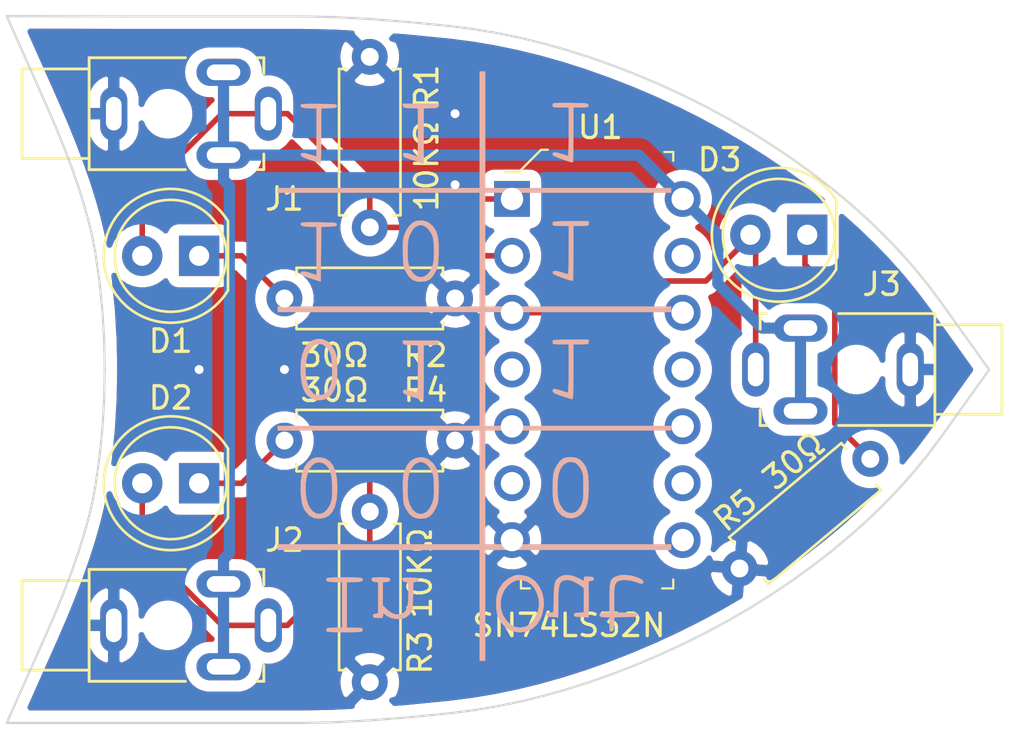
<source format=kicad_pcb>
(kicad_pcb (version 20171130) (host pcbnew "(5.1.5)-3")

  (general
    (thickness 1.6)
    (drawings 89)
    (tracks 57)
    (zones 0)
    (modules 13)
    (nets 9)
  )

  (page A4)
  (layers
    (0 F.Cu signal)
    (31 B.Cu signal)
    (32 B.Adhes user)
    (33 F.Adhes user)
    (34 B.Paste user)
    (35 F.Paste user)
    (36 B.SilkS user)
    (37 F.SilkS user)
    (38 B.Mask user)
    (39 F.Mask user)
    (40 Dwgs.User user)
    (41 Cmts.User user)
    (42 Eco1.User user)
    (43 Eco2.User user)
    (44 Edge.Cuts user)
    (45 Margin user)
    (46 B.CrtYd user)
    (47 F.CrtYd user)
    (48 B.Fab user)
    (49 F.Fab user)
  )

  (setup
    (last_trace_width 0.25)
    (user_trace_width 0.5)
    (trace_clearance 0.2)
    (zone_clearance 0.508)
    (zone_45_only no)
    (trace_min 0.2)
    (via_size 0.8)
    (via_drill 0.4)
    (via_min_size 0.4)
    (via_min_drill 0.3)
    (uvia_size 0.3)
    (uvia_drill 0.1)
    (uvias_allowed no)
    (uvia_min_size 0.2)
    (uvia_min_drill 0.1)
    (edge_width 0.05)
    (segment_width 0.2)
    (pcb_text_width 0.3)
    (pcb_text_size 1.5 1.5)
    (mod_edge_width 0.12)
    (mod_text_size 1 1)
    (mod_text_width 0.15)
    (pad_size 1.524 1.524)
    (pad_drill 0.762)
    (pad_to_mask_clearance 0.051)
    (solder_mask_min_width 0.25)
    (aux_axis_origin 0 0)
    (visible_elements 7FFFFFFF)
    (pcbplotparams
      (layerselection 0x010fc_ffffffff)
      (usegerberextensions false)
      (usegerberattributes false)
      (usegerberadvancedattributes false)
      (creategerberjobfile false)
      (excludeedgelayer true)
      (linewidth 0.100000)
      (plotframeref false)
      (viasonmask false)
      (mode 1)
      (useauxorigin false)
      (hpglpennumber 1)
      (hpglpenspeed 20)
      (hpglpendiameter 15.000000)
      (psnegative false)
      (psa4output false)
      (plotreference true)
      (plotvalue true)
      (plotinvisibletext false)
      (padsonsilk false)
      (subtractmaskfromsilk false)
      (outputformat 1)
      (mirror false)
      (drillshape 1)
      (scaleselection 1)
      (outputdirectory ""))
  )

  (net 0 "")
  (net 1 "Net-(D1-Pad2)")
  (net 2 "Net-(D1-Pad1)")
  (net 3 "Net-(D2-Pad2)")
  (net 4 "Net-(D2-Pad1)")
  (net 5 "Net-(D3-Pad2)")
  (net 6 "Net-(D3-Pad1)")
  (net 7 GND)
  (net 8 +5V)

  (net_class Default "This is the default net class."
    (clearance 0.2)
    (trace_width 0.25)
    (via_dia 0.8)
    (via_drill 0.4)
    (uvia_dia 0.3)
    (uvia_drill 0.1)
    (add_net +5V)
    (add_net GND)
    (add_net "Net-(D1-Pad1)")
    (add_net "Net-(D1-Pad2)")
    (add_net "Net-(D2-Pad1)")
    (add_net "Net-(D2-Pad2)")
    (add_net "Net-(D3-Pad1)")
    (add_net "Net-(D3-Pad2)")
  )

  (module conduWIT_parts:or_truth_table (layer B.Cu) (tedit 0) (tstamp 5E660B66)
    (at 140.5382 74.7776)
    (fp_text reference Ref** (at 0 0) (layer B.SilkS) hide
      (effects (font (size 1.27 1.27) (thickness 0.15)) (justify mirror))
    )
    (fp_text value Val** (at 0 0) (layer B.SilkS) hide
      (effects (font (size 1.27 1.27) (thickness 0.15)) (justify mirror))
    )
    (fp_poly (pts (xy -3.23589 11.290155) (xy -3.115777 11.262078) (xy -2.983054 11.189777) (xy -2.860694 11.077309)
      (xy -2.84645 11.059543) (xy -2.80133 10.996965) (xy -2.76933 10.936328) (xy -2.747759 10.861624)
      (xy -2.733925 10.75684) (xy -2.725136 10.605968) (xy -2.718701 10.392997) (xy -2.716125 10.284347)
      (xy -2.70175 9.661066) (xy -2.575357 9.635788) (xy -2.4832 9.600909) (xy -2.46225 9.541673)
      (xy -2.463191 9.536004) (xy -2.483605 9.497367) (xy -2.538196 9.47278) (xy -2.643957 9.458)
      (xy -2.811611 9.449018) (xy -2.975879 9.448165) (xy -3.107088 9.457299) (xy -3.181941 9.474567)
      (xy -3.188241 9.478973) (xy -3.20386 9.539884) (xy -3.159119 9.602505) (xy -3.074998 9.645046)
      (xy -3.02165 9.652) (xy -2.979293 9.654454) (xy -2.950882 9.67121) (xy -2.933632 9.716362)
      (xy -2.924758 9.804) (xy -2.921476 9.948217) (xy -2.921 10.16136) (xy -2.930612 10.476996)
      (xy -2.962163 10.717801) (xy -3.019728 10.891703) (xy -3.10738 11.006632) (xy -3.229195 11.070516)
      (xy -3.389246 11.091284) (xy -3.39887 11.091333) (xy -3.547168 11.077575) (xy -3.676409 11.027745)
      (xy -3.812962 10.929009) (xy -3.90525 10.844903) (xy -4.064 10.69315) (xy -4.064 9.652)
      (xy -3.947584 9.651352) (xy -3.814891 9.631379) (xy -3.742368 9.578651) (xy -3.739003 9.508106)
      (xy -3.765876 9.47573) (xy -3.826776 9.455286) (xy -3.937194 9.444345) (xy -4.112622 9.440479)
      (xy -4.17145 9.440333) (xy -4.358819 9.441182) (xy -4.476742 9.446189) (xy -4.540441 9.459042)
      (xy -4.565134 9.483433) (xy -4.566041 9.52305) (xy -4.564361 9.535583) (xy -4.531928 9.607412)
      (xy -4.446439 9.640014) (xy -4.41325 9.644099) (xy -4.275667 9.657364) (xy -4.275667 11.043376)
      (xy -4.392084 11.056771) (xy -4.48288 11.087603) (xy -4.5085 11.154833) (xy -4.496233 11.205927)
      (xy -4.445956 11.234337) (xy -4.337461 11.249038) (xy -4.289266 11.252191) (xy -4.160541 11.256604)
      (xy -4.093467 11.244257) (xy -4.065354 11.205786) (xy -4.056432 11.156136) (xy -4.042834 11.04739)
      (xy -3.883544 11.161173) (xy -3.694943 11.25207) (xy -3.467474 11.296586) (xy -3.23589 11.290155)) (layer B.SilkS) (width 0.01))
    (fp_poly (pts (xy -5.519423 11.891485) (xy -5.314949 11.886348) (xy -5.148003 11.878099) (xy -5.036034 11.866737)
      (xy -4.999748 11.856957) (xy -4.961702 11.791389) (xy -4.96667 11.751772) (xy -4.996917 11.716654)
      (xy -5.065559 11.69573) (xy -5.189225 11.685918) (xy -5.332672 11.684) (xy -5.672667 11.684)
      (xy -5.672667 9.652) (xy -5.36575 9.651352) (xy -5.159047 9.643621) (xy -5.028394 9.619671)
      (xy -4.966263 9.576799) (xy -4.965124 9.512303) (xy -4.96667 9.508106) (xy -4.985455 9.483969)
      (xy -5.028123 9.466234) (xy -5.105978 9.453957) (xy -5.230324 9.446194) (xy -5.412464 9.442001)
      (xy -5.663702 9.440436) (xy -5.7785 9.440333) (xy -6.058678 9.441154) (xy -6.265503 9.444247)
      (xy -6.410278 9.450556) (xy -6.504308 9.461023) (xy -6.558896 9.476592) (xy -6.585345 9.498208)
      (xy -6.590331 9.508106) (xy -6.592306 9.57386) (xy -6.5337 9.617843) (xy -6.406983 9.642756)
      (xy -6.204627 9.651303) (xy -6.19125 9.651352) (xy -5.884334 9.652) (xy -5.884334 11.684)
      (xy -6.224329 11.684) (xy -6.401788 11.687343) (xy -6.511399 11.699425) (xy -6.56979 11.723325)
      (xy -6.590331 11.751772) (xy -6.583622 11.828522) (xy -6.557253 11.856957) (xy -6.494023 11.870492)
      (xy -6.363633 11.880915) (xy -6.183529 11.888225) (xy -5.971161 11.892424) (xy -5.743976 11.893511)
      (xy -5.519423 11.891485)) (layer B.SilkS) (width 0.01))
    (fp_poly (pts (xy 6.148916 11.845694) (xy 6.198684 11.831436) (xy 6.228653 11.79364) (xy 6.245186 11.71345)
      (xy 6.254642 11.57201) (xy 6.256578 11.526538) (xy 6.26899 11.22091) (xy 6.785745 11.209038)
      (xy 7.002467 11.203187) (xy 7.148416 11.195699) (xy 7.23748 11.183981) (xy 7.283547 11.165437)
      (xy 7.300506 11.137473) (xy 7.3025 11.1125) (xy 7.297189 11.076922) (xy 7.272016 11.052448)
      (xy 7.213115 11.036496) (xy 7.106621 11.026484) (xy 6.938671 11.019832) (xy 6.783916 11.015947)
      (xy 6.265333 11.004061) (xy 6.265333 10.40095) (xy 6.267929 10.128536) (xy 6.278576 9.927959)
      (xy 6.301566 9.786471) (xy 6.341188 9.691325) (xy 6.401733 9.629774) (xy 6.487492 9.589072)
      (xy 6.544466 9.57164) (xy 6.722632 9.55225) (xy 6.945169 9.572475) (xy 7.183756 9.628522)
      (xy 7.315847 9.674951) (xy 7.442061 9.717165) (xy 7.517259 9.718072) (xy 7.547729 9.698871)
      (xy 7.571247 9.63236) (xy 7.524635 9.562562) (xy 7.422052 9.494173) (xy 7.277659 9.431886)
      (xy 7.105615 9.380397) (xy 6.92008 9.3444) (xy 6.735214 9.32859) (xy 6.565175 9.337662)
      (xy 6.498166 9.350883) (xy 6.348071 9.394936) (xy 6.235995 9.447975) (xy 6.15645 9.522202)
      (xy 6.103943 9.629819) (xy 6.072985 9.78303) (xy 6.058083 9.994038) (xy 6.053748 10.275045)
      (xy 6.053666 10.338753) (xy 6.053666 11.006666) (xy 5.846529 11.006666) (xy 5.696423 11.020068)
      (xy 5.620422 11.063395) (xy 5.611813 11.141328) (xy 5.61893 11.165416) (xy 5.672715 11.20003)
      (xy 5.793995 11.217157) (xy 5.845527 11.218333) (xy 6.053666 11.218333) (xy 6.053666 11.538777)
      (xy 6.055066 11.700979) (xy 6.062768 11.795447) (xy 6.082024 11.839109) (xy 6.118089 11.848893)
      (xy 6.148916 11.845694)) (layer B.SilkS) (width 0.01))
    (fp_poly (pts (xy 3.767666 10.562827) (xy 3.770958 10.254871) (xy 3.782672 10.020324) (xy 3.805563 9.848118)
      (xy 3.842387 9.727184) (xy 3.895898 9.646454) (xy 3.968853 9.594859) (xy 4.013183 9.576634)
      (xy 4.207862 9.553311) (xy 4.429311 9.608613) (xy 4.674961 9.741744) (xy 4.773083 9.81179)
      (xy 4.910666 9.916049) (xy 4.910666 11.002242) (xy 4.688416 11.015038) (xy 4.556884 11.027218)
      (xy 4.489884 11.050007) (xy 4.4673 11.092226) (xy 4.466166 11.1125) (xy 4.474229 11.155613)
      (xy 4.509879 11.182353) (xy 4.590305 11.197804) (xy 4.732698 11.207049) (xy 4.79425 11.209531)
      (xy 5.122333 11.221895) (xy 5.122333 9.61529) (xy 5.23875 9.601895) (xy 5.329546 9.571063)
      (xy 5.355166 9.503833) (xy 5.343071 9.453029) (xy 5.293375 9.424644) (xy 5.185963 9.409857)
      (xy 5.132916 9.406371) (xy 5.003639 9.401659) (xy 4.937605 9.41264) (xy 4.913684 9.447984)
      (xy 4.910666 9.497549) (xy 4.910666 9.601523) (xy 4.688416 9.481321) (xy 4.437578 9.375036)
      (xy 4.199972 9.330314) (xy 3.991164 9.349048) (xy 3.897675 9.385257) (xy 3.785407 9.450838)
      (xy 3.70252 9.521756) (xy 3.64422 9.611842) (xy 3.605711 9.73493) (xy 3.582198 9.904852)
      (xy 3.568885 10.13544) (xy 3.562828 10.351166) (xy 3.548489 11.002003) (xy 3.393494 11.014918)
      (xy 3.286964 11.034034) (xy 3.243352 11.076107) (xy 3.2385 11.1125) (xy 3.248513 11.159675)
      (xy 3.291122 11.187342) (xy 3.385176 11.20243) (xy 3.503083 11.20977) (xy 3.767666 11.222373)
      (xy 3.767666 10.562827)) (layer B.SilkS) (width 0.01))
    (fp_poly (pts (xy 2.341801 11.857444) (xy 2.592498 11.74485) (xy 2.80145 11.560998) (xy 2.964848 11.309001)
      (xy 3.055402 11.076525) (xy 3.119268 10.748069) (xy 3.115325 10.425029) (xy 3.048062 10.120473)
      (xy 2.921963 9.847471) (xy 2.741515 9.619091) (xy 2.511205 9.448402) (xy 2.493224 9.438896)
      (xy 2.328815 9.377983) (xy 2.135524 9.340573) (xy 1.94967 9.331417) (xy 1.820059 9.350843)
      (xy 1.535563 9.485343) (xy 1.301304 9.687383) (xy 1.120282 9.95424) (xy 1.092251 10.011833)
      (xy 1.028354 10.217245) (xy 0.994772 10.469746) (xy 0.993661 10.566394) (xy 1.192266 10.566394)
      (xy 1.240302 10.280585) (xy 1.357747 10.01525) (xy 1.495708 9.834667) (xy 1.701379 9.659606)
      (xy 1.911372 9.567635) (xy 2.132816 9.557223) (xy 2.372841 9.626839) (xy 2.402239 9.640038)
      (xy 2.568983 9.759822) (xy 2.712283 9.942927) (xy 2.822962 10.169221) (xy 2.891844 10.418568)
      (xy 2.909749 10.670834) (xy 2.904151 10.741201) (xy 2.843985 11.001462) (xy 2.733581 11.242286)
      (xy 2.585063 11.4452) (xy 2.410552 11.591731) (xy 2.314994 11.638973) (xy 2.07811 11.686674)
      (xy 1.847269 11.652196) (xy 1.630662 11.538) (xy 1.46756 11.384441) (xy 1.3056 11.134546)
      (xy 1.213933 10.856456) (xy 1.192266 10.566394) (xy 0.993661 10.566394) (xy 0.99168 10.738649)
      (xy 1.019254 10.993267) (xy 1.07767 11.202915) (xy 1.085333 11.220484) (xy 1.249625 11.497265)
      (xy 1.456417 11.70341) (xy 1.702024 11.836348) (xy 1.982759 11.893508) (xy 2.053166 11.895666)
      (xy 2.341801 11.857444)) (layer B.SilkS) (width 0.01))
    (fp_poly (pts (xy 4.569127 6.753758) (xy 4.766991 6.634873) (xy 4.780864 6.622662) (xy 4.906849 6.487419)
      (xy 4.999794 6.332238) (xy 5.063675 6.143114) (xy 5.102471 5.906044) (xy 5.120158 5.607021)
      (xy 5.122333 5.420222) (xy 5.117388 5.115929) (xy 5.100114 4.878957) (xy 5.066849 4.692402)
      (xy 5.013931 4.539364) (xy 4.9377 4.40294) (xy 4.886481 4.331446) (xy 4.733197 4.178467)
      (xy 4.549442 4.09223) (xy 4.316321 4.064043) (xy 4.305195 4.064) (xy 4.113858 4.081352)
      (xy 3.964101 4.139713) (xy 3.932677 4.15925) (xy 3.813097 4.272492) (xy 3.696164 4.444097)
      (xy 3.661833 4.5085) (xy 3.61048 4.616142) (xy 3.574618 4.711328) (xy 3.550934 4.813659)
      (xy 3.536115 4.942736) (xy 3.526848 5.11816) (xy 3.520137 5.346908) (xy 3.519457 5.503333)
      (xy 3.732043 5.503333) (xy 3.737538 5.137166) (xy 3.78004 4.840917) (xy 3.861402 4.607484)
      (xy 3.983477 4.429761) (xy 4.021805 4.392083) (xy 4.181974 4.297645) (xy 4.35985 4.275367)
      (xy 4.531365 4.326427) (xy 4.588638 4.364335) (xy 4.679752 4.458462) (xy 4.770914 4.586317)
      (xy 4.795431 4.628918) (xy 4.833506 4.708113) (xy 4.859753 4.790189) (xy 4.87632 4.892693)
      (xy 4.885353 5.033169) (xy 4.889 5.229165) (xy 4.8895 5.3975) (xy 4.888146 5.641361)
      (xy 4.882547 5.819416) (xy 4.870394 5.950506) (xy 4.849379 6.053469) (xy 4.817193 6.147145)
      (xy 4.789907 6.210393) (xy 4.676614 6.403698) (xy 4.542102 6.520506) (xy 4.376959 6.568163)
      (xy 4.328794 6.570133) (xy 4.153016 6.533874) (xy 4.001574 6.422465) (xy 3.869393 6.231959)
      (xy 3.85258 6.199633) (xy 3.804442 6.092861) (xy 3.771974 5.984851) (xy 3.751309 5.85326)
      (xy 3.738579 5.675748) (xy 3.732043 5.503333) (xy 3.519457 5.503333) (xy 3.518717 5.673429)
      (xy 3.535015 5.932647) (xy 3.572294 6.140683) (xy 3.633817 6.313656) (xy 3.722845 6.467688)
      (xy 3.756288 6.513781) (xy 3.927702 6.677383) (xy 4.131981 6.773153) (xy 4.351623 6.799231)
      (xy 4.569127 6.753758)) (layer B.SilkS) (width 0.01))
    (fp_poly (pts (xy -2.152381 6.792452) (xy -1.979705 6.71577) (xy -1.837055 6.575063) (xy -1.7145 6.371166)
      (xy -1.66401 6.265678) (xy -1.628535 6.172704) (xy -1.604963 6.073268) (xy -1.590182 5.948393)
      (xy -1.58108 5.779102) (xy -1.574545 5.546418) (xy -1.573781 5.513116) (xy -1.572418 5.188388)
      (xy -1.587111 4.932114) (xy -1.621223 4.729036) (xy -1.678119 4.563896) (xy -1.761166 4.421439)
      (xy -1.834941 4.328997) (xy -2.027534 4.163961) (xy -2.241191 4.079034) (xy -2.468586 4.075764)
      (xy -2.688167 4.148459) (xy -2.859251 4.269697) (xy -2.994845 4.449978) (xy -3.103212 4.700596)
      (xy -3.112289 4.728157) (xy -3.142309 4.842055) (xy -3.161439 4.973144) (xy -3.170918 5.139624)
      (xy -3.171983 5.359695) (xy -3.169519 5.494117) (xy -2.959161 5.494117) (xy -2.956344 5.363723)
      (xy -2.94689 5.138899) (xy -2.931423 4.974485) (xy -2.90569 4.846241) (xy -2.865439 4.729929)
      (xy -2.83187 4.654335) (xy -2.737308 4.486898) (xy -2.635192 4.382512) (xy -2.57787 4.348382)
      (xy -2.447161 4.292849) (xy -2.346299 4.282749) (xy -2.234153 4.317353) (xy -2.181513 4.341365)
      (xy -2.048952 4.445039) (xy -1.924396 4.62224) (xy -1.921693 4.627115) (xy -1.869127 4.729066)
      (xy -1.833453 4.823064) (xy -1.810671 4.930435) (xy -1.796779 5.072505) (xy -1.787777 5.270603)
      (xy -1.785098 5.355245) (xy -1.780486 5.589832) (xy -1.784502 5.763455) (xy -1.799394 5.899579)
      (xy -1.827408 6.021664) (xy -1.858074 6.117245) (xy -1.970216 6.350755) (xy -2.111094 6.509973)
      (xy -2.269562 6.595292) (xy -2.434474 6.607107) (xy -2.594686 6.54581) (xy -2.739053 6.411796)
      (xy -2.856428 6.205458) (xy -2.900025 6.080442) (xy -2.936253 5.918982) (xy -2.95535 5.731359)
      (xy -2.959161 5.494117) (xy -3.169519 5.494117) (xy -3.168427 5.553657) (xy -3.161772 5.794508)
      (xy -3.153269 5.968988) (xy -3.139826 6.095385) (xy -3.11835 6.191985) (xy -3.085749 6.277074)
      (xy -3.038932 6.36894) (xy -3.026819 6.391142) (xy -2.887039 6.599496) (xy -2.730701 6.732958)
      (xy -2.54272 6.801288) (xy -2.370667 6.815666) (xy -2.152381 6.792452)) (layer B.SilkS) (width 0.01))
    (fp_poly (pts (xy -6.684869 6.782714) (xy -6.482055 6.682875) (xy -6.322883 6.514675) (xy -6.206457 6.276641)
      (xy -6.131881 5.967299) (xy -6.098261 5.585175) (xy -6.096 5.439833) (xy -6.116585 5.036349)
      (xy -6.178876 4.705517) (xy -6.283683 4.445858) (xy -6.431813 4.255891) (xy -6.624073 4.134136)
      (xy -6.837434 4.08144) (xy -7.002067 4.076623) (xy -7.14312 4.111815) (xy -7.239 4.156336)
      (xy -7.420502 4.296507) (xy -7.563601 4.506375) (xy -7.666033 4.779071) (xy -7.72553 5.107723)
      (xy -7.739826 5.485461) (xy -7.733762 5.617406) (xy -7.514219 5.617406) (xy -7.512759 5.291728)
      (xy -7.472392 4.977351) (xy -7.393811 4.701884) (xy -7.35807 4.621101) (xy -7.233381 4.440815)
      (xy -7.080337 4.330396) (xy -6.911596 4.292989) (xy -6.739815 4.331735) (xy -6.5957 4.431785)
      (xy -6.49006 4.556176) (xy -6.414306 4.705547) (xy -6.364685 4.894364) (xy -6.337448 5.137093)
      (xy -6.328844 5.448203) (xy -6.328834 5.461) (xy -6.330309 5.688729) (xy -6.336811 5.853073)
      (xy -6.351453 5.97529) (xy -6.377347 6.076639) (xy -6.417607 6.178379) (xy -6.44153 6.230572)
      (xy -6.569721 6.432083) (xy -6.721841 6.557028) (xy -6.88665 6.605858) (xy -7.052907 6.579025)
      (xy -7.209371 6.476978) (xy -7.344802 6.300168) (xy -7.397631 6.192227) (xy -7.476074 5.926776)
      (xy -7.514219 5.617406) (xy -7.733762 5.617406) (xy -7.732194 5.6515) (xy -7.707219 5.925216)
      (xy -7.671748 6.134612) (xy -7.6207 6.299863) (xy -7.548995 6.441143) (xy -7.523301 6.480972)
      (xy -7.352839 6.670439) (xy -7.14951 6.782031) (xy -6.932221 6.815666) (xy -6.684869 6.782714)) (layer B.SilkS) (width 0.01))
    (fp_poly (pts (xy -2.251554 1.482805) (xy -2.249111 1.368302) (xy -2.247012 1.190178) (xy -2.245349 0.958955)
      (xy -2.244211 0.685155) (xy -2.24369 0.379302) (xy -2.243667 0.298114) (xy -2.243667 -0.927772)
      (xy -1.915584 -0.940136) (xy -1.749731 -0.948302) (xy -1.650359 -0.961153) (xy -1.599287 -0.984418)
      (xy -1.578334 -1.023824) (xy -1.573973 -1.04775) (xy -1.560445 -1.143) (xy -3.180889 -1.143)
      (xy -3.167361 -1.04775) (xy -3.153902 -0.999429) (xy -3.118322 -0.969768) (xy -3.04244 -0.95304)
      (xy -2.908077 -0.943518) (xy -2.82575 -0.940136) (xy -2.497667 -0.927772) (xy -2.497667 0.128781)
      (xy -2.497411 0.463072) (xy -2.498376 0.721416) (xy -2.503161 0.912525) (xy -2.514365 1.045106)
      (xy -2.534586 1.12787) (xy -2.566424 1.169526) (xy -2.612478 1.178783) (xy -2.675347 1.164351)
      (xy -2.757629 1.13494) (xy -2.794 1.121833) (xy -2.985268 1.06683) (xy -3.108555 1.061049)
      (xy -3.164824 1.104564) (xy -3.167361 1.150901) (xy -3.149102 1.196373) (xy -3.099673 1.237902)
      (xy -3.005275 1.282477) (xy -2.852111 1.337087) (xy -2.709334 1.382899) (xy -2.529434 1.439118)
      (xy -2.382457 1.484648) (xy -2.285217 1.514306) (xy -2.25425 1.523164) (xy -2.251554 1.482805)) (layer B.SilkS) (width 0.01))
    (fp_poly (pts (xy 4.408053 1.460977) (xy 4.420694 1.403001) (xy 4.430321 1.296603) (xy 4.43725 1.134489)
      (xy 4.441795 0.909368) (xy 4.444273 0.613946) (xy 4.445 0.254) (xy 4.445 -0.973667)
      (xy 4.783666 -0.973667) (xy 4.951631 -0.974795) (xy 5.052205 -0.981777) (xy 5.102662 -1.000012)
      (xy 5.120278 -1.034898) (xy 5.122333 -1.0795) (xy 5.122333 -1.185334) (xy 4.346222 -1.185334)
      (xy 4.098019 -1.183863) (xy 3.879565 -1.179776) (xy 3.704745 -1.173559) (xy 3.587445 -1.1657)
      (xy 3.541888 -1.157111) (xy 3.517644 -1.094859) (xy 3.513666 -1.051278) (xy 3.522264 -1.013374)
      (xy 3.55893 -0.990205) (xy 3.639974 -0.978255) (xy 3.781703 -0.974005) (xy 3.8735 -0.973667)
      (xy 4.233333 -0.973667) (xy 4.233333 0.105833) (xy 4.231995 0.398129) (xy 4.228227 0.660387)
      (xy 4.222402 0.881385) (xy 4.214889 1.049899) (xy 4.206062 1.154707) (xy 4.197627 1.185333)
      (xy 4.141298 1.172448) (xy 4.031053 1.13897) (xy 3.915833 1.100666) (xy 3.727573 1.04133)
      (xy 3.605612 1.018232) (xy 3.539598 1.03165) (xy 3.519178 1.081862) (xy 3.521305 1.11125)
      (xy 3.540126 1.160041) (xy 3.590938 1.204059) (xy 3.6882 1.251268) (xy 3.846372 1.309634)
      (xy 3.937 1.34024) (xy 4.112898 1.397423) (xy 4.261274 1.443237) (xy 4.362091 1.471622)
      (xy 4.392083 1.477823) (xy 4.408053 1.460977)) (layer B.SilkS) (width 0.01))
    (fp_poly (pts (xy -6.659903 1.481421) (xy -6.469368 1.378547) (xy -6.32789 1.226172) (xy -6.225161 1.032385)
      (xy -6.155247 0.820278) (xy -6.114782 0.572227) (xy -6.100401 0.27061) (xy -6.103109 0.048975)
      (xy -6.11178 -0.185779) (xy -6.124384 -0.357251) (xy -6.144407 -0.486823) (xy -6.175336 -0.59588)
      (xy -6.220654 -0.705803) (xy -6.229145 -0.724195) (xy -6.372637 -0.953269) (xy -6.552534 -1.114232)
      (xy -6.759011 -1.203083) (xy -6.982245 -1.215824) (xy -7.212413 -1.148456) (xy -7.239 -1.135331)
      (xy -7.420502 -0.99516) (xy -7.563601 -0.785291) (xy -7.666033 -0.512596) (xy -7.72553 -0.183944)
      (xy -7.733501 0.026696) (xy -7.517823 0.026696) (xy -7.486795 -0.249269) (xy -7.424241 -0.502139)
      (xy -7.330665 -0.71646) (xy -7.206573 -0.876776) (xy -7.112 -0.943578) (xy -6.928114 -0.997552)
      (xy -6.753342 -0.96744) (xy -6.5957 -0.859881) (xy -6.49006 -0.73549) (xy -6.414306 -0.58612)
      (xy -6.364685 -0.397303) (xy -6.337448 -0.154573) (xy -6.328844 0.156536) (xy -6.328834 0.169333)
      (xy -6.330675 0.401507) (xy -6.338045 0.56997) (xy -6.353716 0.695632) (xy -6.380457 0.799404)
      (xy -6.42104 0.902196) (xy -6.427998 0.917731) (xy -6.522201 1.098113) (xy -6.618979 1.211665)
      (xy -6.737073 1.274668) (xy -6.868815 1.300705) (xy -7.003553 1.30471) (xy -7.103396 1.270321)
      (xy -7.182399 1.212009) (xy -7.316575 1.052399) (xy -7.4167 0.838607) (xy -7.48328 0.586089)
      (xy -7.516819 0.3103) (xy -7.517823 0.026696) (xy -7.733501 0.026696) (xy -7.739826 0.193794)
      (xy -7.732194 0.359833) (xy -7.697628 0.686613) (xy -7.640326 0.943935) (xy -7.554645 1.145263)
      (xy -7.434944 1.304062) (xy -7.284649 1.427742) (xy -7.090619 1.51088) (xy -6.874679 1.527152)
      (xy -6.659903 1.481421)) (layer B.SilkS) (width 0.01))
    (fp_poly (pts (xy -6.825614 -4.997194) (xy -6.814394 -6.219597) (xy -6.46578 -6.231882) (xy -6.293808 -6.239789)
      (xy -6.189774 -6.251704) (xy -6.136955 -6.272278) (xy -6.118626 -6.306163) (xy -6.117167 -6.328834)
      (xy -6.120915 -6.358518) (xy -6.139675 -6.380563) (xy -6.184727 -6.396341) (xy -6.267348 -6.407222)
      (xy -6.398816 -6.414579) (xy -6.590409 -6.419783) (xy -6.853404 -6.424207) (xy -6.907848 -6.425006)
      (xy -7.236388 -6.427272) (xy -7.481479 -6.423305) (xy -7.642817 -6.413116) (xy -7.720098 -6.396719)
      (xy -7.72641 -6.391402) (xy -7.737076 -6.317763) (xy -7.668623 -6.264167) (xy -7.524546 -6.232138)
      (xy -7.33965 -6.223) (xy -7.027334 -6.223) (xy -7.027334 -4.06856) (xy -7.266794 -4.150947)
      (xy -7.484626 -4.214143) (xy -7.634607 -4.23009) (xy -7.719022 -4.198967) (xy -7.728345 -4.186938)
      (xy -7.734736 -4.134398) (xy -7.683667 -4.079949) (xy -7.567984 -4.019428) (xy -7.380535 -3.948675)
      (xy -7.239 -3.902224) (xy -6.836834 -3.774792) (xy -6.825614 -4.997194)) (layer B.SilkS) (width 0.01))
    (fp_poly (pts (xy 4.424831 -3.850579) (xy 4.431074 -3.965299) (xy 4.436438 -4.143636) (xy 4.440691 -4.375066)
      (xy 4.443602 -4.649064) (xy 4.444939 -4.955106) (xy 4.445 -5.037667) (xy 4.445 -6.265334)
      (xy 4.783666 -6.265334) (xy 4.951631 -6.266461) (xy 5.052205 -6.273444) (xy 5.102662 -6.291679)
      (xy 5.120278 -6.326565) (xy 5.122333 -6.371167) (xy 5.122333 -6.477) (xy 4.346222 -6.477)
      (xy 4.098019 -6.475529) (xy 3.879565 -6.471442) (xy 3.704745 -6.465226) (xy 3.587445 -6.457367)
      (xy 3.541888 -6.448778) (xy 3.517644 -6.386526) (xy 3.513666 -6.342945) (xy 3.522264 -6.305041)
      (xy 3.55893 -6.281872) (xy 3.639974 -6.269922) (xy 3.781703 -6.265671) (xy 3.8735 -6.265334)
      (xy 4.233333 -6.265334) (xy 4.233333 -5.185834) (xy 4.232255 -4.893536) (xy 4.229222 -4.631277)
      (xy 4.224532 -4.410279) (xy 4.218484 -4.241765) (xy 4.211377 -4.136958) (xy 4.204586 -4.106334)
      (xy 4.152782 -4.118462) (xy 4.043396 -4.150386) (xy 3.899266 -4.195418) (xy 3.886985 -4.199365)
      (xy 3.694215 -4.249978) (xy 3.571367 -4.254662) (xy 3.517072 -4.213164) (xy 3.526913 -4.132873)
      (xy 3.571918 -4.101238) (xy 3.677456 -4.052485) (xy 3.823031 -3.994043) (xy 3.988146 -3.933339)
      (xy 4.152304 -3.877799) (xy 4.295006 -3.834851) (xy 4.395758 -3.811923) (xy 4.417942 -3.81)
      (xy 4.424831 -3.850579)) (layer B.SilkS) (width 0.01))
    (fp_poly (pts (xy -2.152381 -3.790882) (xy -1.979705 -3.867564) (xy -1.837055 -4.00827) (xy -1.7145 -4.212167)
      (xy -1.663057 -4.319969) (xy -1.627203 -4.415121) (xy -1.603623 -4.517299) (xy -1.589001 -4.64618)
      (xy -1.580023 -4.82144) (xy -1.573729 -5.047615) (xy -1.572797 -5.384298) (xy -1.589989 -5.652182)
      (xy -1.628574 -5.865821) (xy -1.691818 -6.039769) (xy -1.78299 -6.18858) (xy -1.84736 -6.266245)
      (xy -2.038405 -6.424508) (xy -2.253699 -6.501997) (xy -2.495418 -6.499299) (xy -2.611176 -6.472725)
      (xy -2.753233 -6.394976) (xy -2.894571 -6.254593) (xy -3.018449 -6.072076) (xy -3.108125 -5.867927)
      (xy -3.110096 -5.861736) (xy -3.140979 -5.743821) (xy -3.16072 -5.612087) (xy -3.170636 -5.447661)
      (xy -3.172044 -5.231669) (xy -3.169245 -5.075699) (xy -2.960328 -5.075699) (xy -2.956989 -5.222437)
      (xy -2.947415 -5.443031) (xy -2.93235 -5.603236) (xy -2.907277 -5.727322) (xy -2.867679 -5.839562)
      (xy -2.824884 -5.932297) (xy -2.717772 -6.111536) (xy -2.604057 -6.219651) (xy -2.57106 -6.23825)
      (xy -2.441678 -6.292346) (xy -2.339717 -6.299714) (xy -2.222268 -6.260763) (xy -2.181513 -6.241968)
      (xy -2.048762 -6.138077) (xy -1.924155 -5.960359) (xy -1.921864 -5.956218) (xy -1.868486 -5.852131)
      (xy -1.832496 -5.755713) (xy -1.809671 -5.644962) (xy -1.795787 -5.497876) (xy -1.78662 -5.292453)
      (xy -1.785008 -5.243294) (xy -1.781206 -4.981325) (xy -1.790034 -4.779995) (xy -1.813249 -4.615977)
      (xy -1.840578 -4.505408) (xy -1.941384 -4.264902) (xy -2.075321 -4.096258) (xy -2.230756 -3.999471)
      (xy -2.396054 -3.974539) (xy -2.559581 -4.021458) (xy -2.709704 -4.140225) (xy -2.834789 -4.330836)
      (xy -2.900846 -4.505718) (xy -2.93714 -4.665239) (xy -2.956332 -4.847125) (xy -2.960328 -5.075699)
      (xy -3.169245 -5.075699) (xy -3.16837 -5.026996) (xy -3.161714 -4.786693) (xy -3.153173 -4.612689)
      (xy -3.139634 -4.486625) (xy -3.117985 -4.390145) (xy -3.085112 -4.304888) (xy -3.037902 -4.212498)
      (xy -3.026819 -4.192192) (xy -2.887039 -3.983837) (xy -2.730701 -3.850376) (xy -2.54272 -3.782045)
      (xy -2.370667 -3.767667) (xy -2.152381 -3.790882)) (layer B.SilkS) (width 0.01))
    (fp_poly (pts (xy -2.243667 -11.511105) (xy -1.915584 -11.523469) (xy -1.749731 -11.531635) (xy -1.650359 -11.544487)
      (xy -1.599287 -11.567752) (xy -1.578334 -11.607157) (xy -1.573973 -11.631084) (xy -1.560445 -11.726334)
      (xy -3.180889 -11.726334) (xy -3.167361 -11.631084) (xy -3.153902 -11.582762) (xy -3.118322 -11.553101)
      (xy -3.04244 -11.536373) (xy -2.908077 -11.526852) (xy -2.82575 -11.523469) (xy -2.497667 -11.511105)
      (xy -2.497667 -9.360227) (xy -2.737128 -9.442614) (xy -2.940463 -9.504354) (xy -3.076001 -9.524799)
      (xy -3.149949 -9.503784) (xy -3.168514 -9.441142) (xy -3.167361 -9.431141) (xy -3.147238 -9.380677)
      (xy -3.092893 -9.336616) (xy -2.988942 -9.290496) (xy -2.820003 -9.233853) (xy -2.794 -9.225751)
      (xy -2.619784 -9.171667) (xy -2.467058 -9.124102) (xy -2.360963 -9.090892) (xy -2.338917 -9.083924)
      (xy -2.243667 -9.053628) (xy -2.243667 -11.511105)) (layer B.SilkS) (width 0.01))
    (fp_poly (pts (xy -6.852722 -9.080964) (xy -6.84016 -9.132415) (xy -6.830578 -9.231422) (xy -6.823657 -9.385291)
      (xy -6.819079 -9.601328) (xy -6.816523 -9.88684) (xy -6.815671 -10.249134) (xy -6.815667 -10.280759)
      (xy -6.815667 -11.511243) (xy -6.466417 -11.523538) (xy -6.294258 -11.53144) (xy -6.190052 -11.543331)
      (xy -6.137088 -11.563851) (xy -6.118656 -11.597639) (xy -6.117167 -11.6205) (xy -6.120915 -11.650185)
      (xy -6.139675 -11.67223) (xy -6.184727 -11.688007) (xy -6.267348 -11.698889) (xy -6.398816 -11.706246)
      (xy -6.590409 -11.71145) (xy -6.853404 -11.715873) (xy -6.907848 -11.716673) (xy -7.236388 -11.718939)
      (xy -7.481479 -11.714971) (xy -7.642817 -11.704783) (xy -7.720098 -11.688386) (xy -7.72641 -11.683069)
      (xy -7.737076 -11.609429) (xy -7.668623 -11.555834) (xy -7.524546 -11.523805) (xy -7.33965 -11.514667)
      (xy -7.027334 -11.514667) (xy -7.027334 -9.364545) (xy -7.285105 -9.444773) (xy -7.480764 -9.499911)
      (xy -7.612139 -9.521488) (xy -7.69224 -9.510497) (xy -7.728345 -9.478604) (xy -7.733795 -9.424882)
      (xy -7.678918 -9.36878) (xy -7.556855 -9.306124) (xy -7.360749 -9.232734) (xy -7.281334 -9.206333)
      (xy -7.114272 -9.151731) (xy -6.975216 -9.105837) (xy -6.885916 -9.075846) (xy -6.868584 -9.069763)
      (xy -6.852722 -9.080964)) (layer B.SilkS) (width 0.01))
    (fp_poly (pts (xy 4.424831 -9.142246) (xy 4.431074 -9.256966) (xy 4.436438 -9.435303) (xy 4.440691 -9.666733)
      (xy 4.443602 -9.940731) (xy 4.444939 -10.246773) (xy 4.445 -10.329334) (xy 4.445 -11.557)
      (xy 4.78661 -11.557) (xy 4.955285 -11.558224) (xy 5.055755 -11.565082) (xy 5.104478 -11.582352)
      (xy 5.117912 -11.614812) (xy 5.114694 -11.65225) (xy 5.107533 -11.686074) (xy 5.089273 -11.710968)
      (xy 5.048209 -11.72854) (xy 4.972637 -11.740394) (xy 4.85085 -11.748138) (xy 4.671144 -11.753376)
      (xy 4.421814 -11.757715) (xy 4.336563 -11.759008) (xy 4.090212 -11.761151) (xy 3.873594 -11.760066)
      (xy 3.700724 -11.756064) (xy 3.58562 -11.749457) (xy 3.542813 -11.741369) (xy 3.517754 -11.678214)
      (xy 3.513666 -11.634611) (xy 3.522264 -11.596707) (xy 3.55893 -11.573539) (xy 3.639974 -11.561588)
      (xy 3.781703 -11.557338) (xy 3.8735 -11.557) (xy 4.233333 -11.557) (xy 4.233333 -10.4775)
      (xy 4.232255 -10.185203) (xy 4.229222 -9.922944) (xy 4.224532 -9.701945) (xy 4.218484 -9.533432)
      (xy 4.211377 -9.428625) (xy 4.204586 -9.398) (xy 4.152782 -9.410128) (xy 4.043396 -9.442053)
      (xy 3.899266 -9.487085) (xy 3.886985 -9.491032) (xy 3.694215 -9.541644) (xy 3.571367 -9.546328)
      (xy 3.517072 -9.504831) (xy 3.526913 -9.42454) (xy 3.571918 -9.392904) (xy 3.677456 -9.344152)
      (xy 3.823031 -9.28571) (xy 3.988146 -9.225005) (xy 4.152304 -9.169466) (xy 4.295006 -9.126518)
      (xy 4.395758 -9.10359) (xy 4.417942 -9.101667) (xy 4.424831 -9.142246)) (layer B.SilkS) (width 0.01))
    (fp_poly (pts (xy 0.508 8.212666) (xy 8.805333 8.212666) (xy 8.805333 7.958666) (xy 0.508 7.958666)
      (xy 0.508 2.878666) (xy 8.805333 2.878666) (xy 8.805333 2.667) (xy 0.508 2.667)
      (xy 0.508 -2.413) (xy 8.805333 -2.413) (xy 8.805333 -2.667) (xy 0.508 -2.667)
      (xy 0.508 -7.747) (xy 8.805333 -7.747) (xy 8.805333 -7.958667) (xy 0.508 -7.958667)
      (xy 0.508 -13.165667) (xy 0.254 -13.165667) (xy 0.254 -7.958667) (xy -8.763 -7.958667)
      (xy -8.763 -7.747) (xy 0.254 -7.747) (xy 0.254 -2.667) (xy -8.763 -2.667)
      (xy -8.763 -2.413) (xy 0.254 -2.413) (xy 0.254 2.667) (xy -8.763 2.667)
      (xy -8.763 2.878666) (xy 0.254 2.878666) (xy 0.254 7.958666) (xy -8.763 7.958666)
      (xy -8.763 8.212666) (xy 0.254 8.212666) (xy 0.254 13.165666) (xy 0.508 13.165666)
      (xy 0.508 8.212666)) (layer B.SilkS) (width 0.01))
  )

  (module conduWIT_parts:LED_D5.0mm (layer F.Cu) (tedit 5E572BEB) (tstamp 5E602993)
    (at 128.27 69.85 180)
    (descr "LED, diameter 5.0mm, 2 pins, http://cdn-reichelt.de/documents/datenblatt/A500/LL-504BC2E-009.pdf")
    (tags "LED diameter 5.0mm 2 pins")
    (path /5E61DFC4)
    (fp_text reference D1 (at 1.27 -3.81) (layer F.SilkS)
      (effects (font (size 1 1) (thickness 0.15)))
    )
    (fp_text value LED (at 1.27 3.96) (layer F.Fab)
      (effects (font (size 1 1) (thickness 0.15)))
    )
    (fp_text user %R (at 1.25 0) (layer F.Fab)
      (effects (font (size 0.8 0.8) (thickness 0.2)))
    )
    (fp_line (start 4.5 -3.25) (end -1.95 -3.25) (layer F.CrtYd) (width 0.05))
    (fp_line (start 4.5 3.25) (end 4.5 -3.25) (layer F.CrtYd) (width 0.05))
    (fp_line (start -1.95 3.25) (end 4.5 3.25) (layer F.CrtYd) (width 0.05))
    (fp_line (start -1.95 -3.25) (end -1.95 3.25) (layer F.CrtYd) (width 0.05))
    (fp_line (start -1.29 -1.545) (end -1.29 1.545) (layer F.SilkS) (width 0.12))
    (fp_line (start -1.23 -1.469694) (end -1.23 1.469694) (layer F.Fab) (width 0.1))
    (fp_circle (center 1.27 0) (end 3.77 0) (layer F.SilkS) (width 0.12))
    (fp_circle (center 1.27 0) (end 3.77 0) (layer F.Fab) (width 0.1))
    (fp_arc (start 1.27 0) (end -1.29 1.54483) (angle -148.9) (layer F.SilkS) (width 0.12))
    (fp_arc (start 1.27 0) (end -1.29 -1.54483) (angle 148.9) (layer F.SilkS) (width 0.12))
    (fp_arc (start 1.27 0) (end -1.23 -1.469694) (angle 299.1) (layer F.Fab) (width 0.1))
    (pad 2 thru_hole circle (at 2.54 0 180) (size 1.8 1.8) (drill 0.9) (layers *.Cu *.Mask)
      (net 1 "Net-(D1-Pad2)"))
    (pad 1 thru_hole rect (at 0 0 180) (size 1.8 1.8) (drill 0.9) (layers *.Cu *.Mask)
      (net 2 "Net-(D1-Pad1)"))
    (model ${KIPRJMOD}/../conduWIT_parts.3dshapes/LED_D5.0mm.step
      (offset (xyz 0 0 -2.9))
      (scale (xyz 1 1 1))
      (rotate (xyz 0 0 0))
    )
  )

  (module conduWIT_parts:CUI_SJ1-2503A (layer F.Cu) (tedit 5E572BC6) (tstamp 5E602A0D)
    (at 124.46 86.36 90)
    (path /5E603F07)
    (fp_text reference J2 (at 3.81 7.62) (layer F.SilkS)
      (effects (font (size 1 1) (thickness 0.15)))
    )
    (fp_text value SJ1-2503A (at -3.81 5.08 180) (layer F.Fab)
      (effects (font (size 1 1) (thickness 0.15)))
    )
    (fp_line (start -2.5 -1.1) (end -2 -1.1) (layer F.Fab) (width 0.127))
    (fp_line (start -2 -1.1) (end 2 -1.1) (layer F.Fab) (width 0.127))
    (fp_line (start 2 -1.1) (end 2.5 -1.1) (layer F.Fab) (width 0.127))
    (fp_line (start 2.5 -1.1) (end 2.5 6.7) (layer F.Fab) (width 0.127))
    (fp_line (start 2.5 6.7) (end -2.5 6.7) (layer F.Fab) (width 0.127))
    (fp_line (start -2.5 6.7) (end -2.5 -1.1) (layer F.Fab) (width 0.127))
    (fp_line (start 2.5 -1.1) (end 2.5 3.2) (layer F.SilkS) (width 0.127))
    (fp_line (start -2.5 3.2) (end -2.5 -1.1) (layer F.SilkS) (width 0.127))
    (fp_line (start -2.5 -1.1) (end -2 -1.1) (layer F.SilkS) (width 0.127))
    (fp_line (start -2 -1.1) (end 2 -1.1) (layer F.SilkS) (width 0.127))
    (fp_line (start 2 -1.1) (end 2.5 -1.1) (layer F.SilkS) (width 0.127))
    (fp_line (start 1.8 6.7) (end 2.5 6.7) (layer F.SilkS) (width 0.127))
    (fp_line (start 2.5 6.7) (end 2.5 6.4) (layer F.SilkS) (width 0.127))
    (fp_line (start -1.8 6.7) (end -2.5 6.7) (layer F.SilkS) (width 0.127))
    (fp_line (start -2.5 6.7) (end -2.5 6.4) (layer F.SilkS) (width 0.127))
    (fp_line (start 2 -1.1) (end 2 -4.1) (layer F.SilkS) (width 0.127))
    (fp_line (start 2 -4.1) (end -2 -4.1) (layer F.SilkS) (width 0.127))
    (fp_line (start -2 -4.1) (end -2 -1.1) (layer F.SilkS) (width 0.127))
    (fp_line (start 2 -1.1) (end 2 -4.1) (layer F.Fab) (width 0.127))
    (fp_line (start 2 -4.1) (end -2 -4.1) (layer F.Fab) (width 0.127))
    (fp_line (start -2 -4.1) (end -2 -1.1) (layer F.Fab) (width 0.127))
    (fp_line (start -2.25 -4.35) (end -2.25 -1.35) (layer F.CrtYd) (width 0.05))
    (fp_line (start -2.25 -1.35) (end -2.75 -1.35) (layer F.CrtYd) (width 0.05))
    (fp_line (start -2.75 -1.35) (end -2.75 6.95) (layer F.CrtYd) (width 0.05))
    (fp_line (start -2.75 6.95) (end -1.45 6.95) (layer F.CrtYd) (width 0.05))
    (fp_line (start -1.45 6.95) (end -1.45 7.75) (layer F.CrtYd) (width 0.05))
    (fp_line (start -1.45 7.75) (end 1.45 7.75) (layer F.CrtYd) (width 0.05))
    (fp_line (start 1.45 7.75) (end 1.45 6.95) (layer F.CrtYd) (width 0.05))
    (fp_line (start 1.45 6.95) (end 2.75 6.95) (layer F.CrtYd) (width 0.05))
    (fp_line (start 2.75 6.95) (end 2.75 -1.35) (layer F.CrtYd) (width 0.05))
    (fp_line (start 2.75 -1.35) (end 2.25 -1.35) (layer F.CrtYd) (width 0.05))
    (fp_line (start 2.25 -1.35) (end 2.25 -4.35) (layer F.CrtYd) (width 0.05))
    (fp_line (start 2.25 -4.35) (end -2.25 -4.35) (layer F.CrtYd) (width 0.05))
    (fp_circle (center -1.7444 -0.0236) (end -1.5944 -0.0236) (layer F.Fab) (width 0.3))
    (pad None np_thru_hole circle (at 0 2.4 90) (size 1.2 1.2) (drill 1.2) (layers *.Cu *.Mask))
    (pad 1 thru_hole oval (at 0 0 90) (size 2.416 1.208) (drill oval 1.5 0.7) (layers *.Cu *.Mask)
      (net 7 GND))
    (pad 2 thru_hole oval (at -1.85 4.9 90) (size 1.208 2.416) (drill oval 0.7 1.5) (layers *.Cu *.Mask)
      (net 8 +5V))
    (pad 3 thru_hole oval (at 1.85 4.9 90) (size 1.208 2.416) (drill oval 0.7 1.5) (layers *.Cu *.Mask)
      (net 8 +5V))
    (pad 4 thru_hole oval (at 0 6.9 90) (size 2.416 1.208) (drill oval 1.5 0.7) (layers *.Cu *.Mask)
      (net 3 "Net-(D2-Pad2)"))
    (model ${KIPRJMOD}/../conduWIT_parts.3dshapes/CUI_DEVICES_SJ1-2503A.step
      (offset (xyz 0 4.1 2.85))
      (scale (xyz 1 1 1))
      (rotate (xyz -90 0 -90))
    )
  )

  (module conduWIT_parts:R_Axial_DIN0207_L6.3mm_D2.5mm_P7.62mm_Horizontal (layer F.Cu) (tedit 5E60FA76) (tstamp 5E602AA6)
    (at 152.4 83.82 40)
    (descr "Resistor, Axial_DIN0207 series, Axial, Horizontal, pin pitch=7.62mm, 0.25W = 1/4W, length*diameter=6.3*2.5mm^2, http://cdn-reichelt.de/documents/datenblatt/B400/1_4W%23YAG.pdf")
    (tags "Resistor Axial_DIN0207 series Axial Horizontal pin pitch 7.62mm 0.25W = 1/4W length 6.3mm diameter 2.5mm")
    (path /5E6210B4)
    (fp_text reference R5 (at 0.446209 -2.112387 40) (layer F.SilkS)
      (effects (font (size 1 1) (thickness 0.15)) (justify left))
    )
    (fp_text value 30Ω (at 6.576507 -2.107845 220) (layer F.SilkS)
      (effects (font (size 1 1) (thickness 0.15)) (justify right))
    )
    (fp_line (start 7.08 1.37) (end 7.08 1.04) (layer F.SilkS) (width 0.12))
    (fp_line (start 0.54 1.37) (end 7.08 1.37) (layer F.SilkS) (width 0.12))
    (fp_line (start 0.54 1.04) (end 0.54 1.37) (layer F.SilkS) (width 0.12))
    (fp_line (start 7.08 -1.37) (end 7.08 -1.04) (layer F.SilkS) (width 0.12))
    (fp_line (start 0.54 -1.37) (end 7.08 -1.37) (layer F.SilkS) (width 0.12))
    (fp_line (start 0.54 -1.04) (end 0.54 -1.37) (layer F.SilkS) (width 0.12))
    (fp_line (start 7.62 0) (end 6.96 0) (layer F.Fab) (width 0.1))
    (fp_line (start 0 0) (end 0.66 0) (layer F.Fab) (width 0.1))
    (fp_line (start 6.96 -1.25) (end 0.66 -1.25) (layer F.Fab) (width 0.1))
    (fp_line (start 6.96 1.25) (end 6.96 -1.25) (layer F.Fab) (width 0.1))
    (fp_line (start 0.66 1.25) (end 6.96 1.25) (layer F.Fab) (width 0.1))
    (fp_line (start 0.66 -1.25) (end 0.66 1.25) (layer F.Fab) (width 0.1))
    (pad 2 thru_hole oval (at 7.62 0 40) (size 1.6 1.6) (drill 0.8) (layers *.Cu *.Mask)
      (net 6 "Net-(D3-Pad1)"))
    (pad 1 thru_hole circle (at 0 0 40) (size 1.6 1.6) (drill 0.8) (layers *.Cu *.Mask)
      (net 7 GND))
    (model ${KIPRJMOD}/../conduWIT_parts.3dshapes/R_Axial_DIN0207_L6.3mm_D2.5mm_P7.62mm_Horizontal.step
      (at (xyz 0 0 0))
      (scale (xyz 1 1 1))
      (rotate (xyz 0 0 0))
    )
  )

  (module conduWIT_parts:DIP-14_W3mm (layer F.Cu) (tedit 5E56D3DE) (tstamp 5E60F244)
    (at 142.24 67.31)
    (path /5E60FDA4)
    (fp_text reference U1 (at 3.94 -3.2) (layer F.SilkS)
      (effects (font (size 1 1) (thickness 0.15)))
    )
    (fp_text value SN74LS32N (at 2.54 19.05) (layer F.SilkS)
      (effects (font (size 1 1) (thickness 0.15)))
    )
    (fp_line (start 7.1 -2) (end 7.1 17.3) (layer F.Fab) (width 0.1))
    (fp_line (start 0.5 17.3) (end 7.1 17.3) (layer F.Fab) (width 0.1))
    (fp_line (start 0.5 -1.1) (end 1.4 -2) (layer F.Fab) (width 0.1))
    (fp_line (start 1.4 -2) (end 7.1 -2) (layer F.Fab) (width 0.1))
    (fp_line (start 0.5 -1.1) (end 0.5 17.3) (layer F.Fab) (width 0.1))
    (fp_line (start 0.4 17.4) (end 0.8 17.4) (layer F.SilkS) (width 0.1))
    (fp_line (start 0.4 17) (end 0.4 17.4) (layer F.SilkS) (width 0.1))
    (fp_line (start 7.2 17.4) (end 7.2 17) (layer F.SilkS) (width 0.1))
    (fp_line (start 6.7 17.4) (end 7.2 17.4) (layer F.SilkS) (width 0.1))
    (fp_line (start 7.2 -2.1) (end 6.8 -2.1) (layer F.SilkS) (width 0.1))
    (fp_line (start 7.2 -1.7) (end 7.2 -2.1) (layer F.SilkS) (width 0.1))
    (fp_line (start 1.3 -2.2) (end 0.3 -1.2) (layer F.SilkS) (width 0.1))
    (fp_line (start 1.6 -2.2) (end 1.3 -2.2) (layer F.SilkS) (width 0.1))
    (fp_line (start -1.05 -2.25) (end -1.05 17.55) (layer F.CrtYd) (width 0.1))
    (fp_line (start 8.67 17.55) (end 8.67 -2.25) (layer F.CrtYd) (width 0.1))
    (fp_line (start -1.05 17.55) (end 8.67 17.55) (layer F.CrtYd) (width 0.1))
    (fp_line (start -1.05 -2.25) (end 8.67 -2.25) (layer F.CrtYd) (width 0.1))
    (fp_text user REF** (at 3.86 7.77) (layer F.Fab)
      (effects (font (size 1 1) (thickness 0.1)))
    )
    (fp_line (start 0.3 -1.2) (end -0.07 -1.2) (layer F.SilkS) (width 0.1))
    (fp_line (start -0.08 -1.2) (end -0.33 -1.2) (layer F.SilkS) (width 0.1))
    (pad 14 thru_hole circle (at 7.62 0) (size 1.6 1.6) (drill 1) (layers *.Cu *.Mask)
      (net 8 +5V))
    (pad 13 thru_hole circle (at 7.62 2.54) (size 1.6 1.6) (drill 1) (layers *.Cu *.Mask))
    (pad 12 thru_hole circle (at 7.62 5.08) (size 1.6 1.6) (drill 1) (layers *.Cu *.Mask))
    (pad 11 thru_hole circle (at 7.62 7.62) (size 1.6 1.6) (drill 1) (layers *.Cu *.Mask))
    (pad 10 thru_hole circle (at 7.62 10.16) (size 1.6 1.6) (drill 1) (layers *.Cu *.Mask))
    (pad 9 thru_hole circle (at 7.62 12.7) (size 1.6 1.6) (drill 1) (layers *.Cu *.Mask))
    (pad 8 thru_hole circle (at 7.62 15.24) (size 1.6 1.6) (drill 1) (layers *.Cu *.Mask))
    (pad 7 thru_hole circle (at 0 15.24) (size 1.6 1.6) (drill 1) (layers *.Cu *.Mask)
      (net 7 GND))
    (pad 6 thru_hole circle (at 0 12.7) (size 1.6 1.6) (drill 1) (layers *.Cu *.Mask))
    (pad 5 thru_hole circle (at 0 10.16) (size 1.6 1.6) (drill 1) (layers *.Cu *.Mask))
    (pad 4 thru_hole circle (at 0 7.62) (size 1.6 1.6) (drill 1) (layers *.Cu *.Mask))
    (pad 3 thru_hole circle (at 0 5.08) (size 1.6 1.6) (drill 1) (layers *.Cu *.Mask)
      (net 5 "Net-(D3-Pad2)"))
    (pad 2 thru_hole circle (at 0 2.54) (size 1.6 1.6) (drill 1) (layers *.Cu *.Mask)
      (net 3 "Net-(D2-Pad2)"))
    (pad 1 thru_hole rect (at 0 0) (size 1.6 1.6) (drill 1) (layers *.Cu *.Mask)
      (net 1 "Net-(D1-Pad2)"))
    (model ${KIPRJMOD}/../conduWIT_parts.3dshapes/DIP14_300.step
      (at (xyz 0 0 0))
      (scale (xyz 1 1 1))
      (rotate (xyz 0 0 0))
    )
  )

  (module conduWIT_parts:R_Axial_DIN0207_L6.3mm_D2.5mm_P7.62mm_Horizontal (layer F.Cu) (tedit 5E572C4C) (tstamp 5E602A90)
    (at 139.7 78.105 180)
    (descr "Resistor, Axial_DIN0207 series, Axial, Horizontal, pin pitch=7.62mm, 0.25W = 1/4W, length*diameter=6.3*2.5mm^2, http://cdn-reichelt.de/documents/datenblatt/B400/1_4W%23YAG.pdf")
    (tags "Resistor Axial_DIN0207 series Axial Horizontal pin pitch 7.62mm 0.25W = 1/4W length 6.3mm diameter 2.5mm")
    (path /5E61AC69)
    (fp_text reference R4 (at 0.25 2.25) (layer F.SilkS)
      (effects (font (size 1 1) (thickness 0.15)) (justify right))
    )
    (fp_text value 30Ω (at 7 2.25 180) (layer F.SilkS)
      (effects (font (size 1 1) (thickness 0.15)) (justify left))
    )
    (fp_line (start 8.67 -1.5) (end -1.05 -1.5) (layer F.CrtYd) (width 0.05))
    (fp_line (start 8.67 1.5) (end 8.67 -1.5) (layer F.CrtYd) (width 0.05))
    (fp_line (start -1.05 1.5) (end 8.67 1.5) (layer F.CrtYd) (width 0.05))
    (fp_line (start -1.05 -1.5) (end -1.05 1.5) (layer F.CrtYd) (width 0.05))
    (fp_line (start 7.08 1.37) (end 7.08 1.04) (layer F.SilkS) (width 0.12))
    (fp_line (start 0.54 1.37) (end 7.08 1.37) (layer F.SilkS) (width 0.12))
    (fp_line (start 0.54 1.04) (end 0.54 1.37) (layer F.SilkS) (width 0.12))
    (fp_line (start 7.08 -1.37) (end 7.08 -1.04) (layer F.SilkS) (width 0.12))
    (fp_line (start 0.54 -1.37) (end 7.08 -1.37) (layer F.SilkS) (width 0.12))
    (fp_line (start 0.54 -1.04) (end 0.54 -1.37) (layer F.SilkS) (width 0.12))
    (fp_line (start 7.62 0) (end 6.96 0) (layer F.Fab) (width 0.1))
    (fp_line (start 0 0) (end 0.66 0) (layer F.Fab) (width 0.1))
    (fp_line (start 6.96 -1.25) (end 0.66 -1.25) (layer F.Fab) (width 0.1))
    (fp_line (start 6.96 1.25) (end 6.96 -1.25) (layer F.Fab) (width 0.1))
    (fp_line (start 0.66 1.25) (end 6.96 1.25) (layer F.Fab) (width 0.1))
    (fp_line (start 0.66 -1.25) (end 0.66 1.25) (layer F.Fab) (width 0.1))
    (pad 2 thru_hole oval (at 7.62 0 180) (size 1.6 1.6) (drill 0.8) (layers *.Cu *.Mask)
      (net 4 "Net-(D2-Pad1)"))
    (pad 1 thru_hole circle (at 0 0 180) (size 1.6 1.6) (drill 0.8) (layers *.Cu *.Mask)
      (net 7 GND))
    (model ${KIPRJMOD}/../conduWIT_parts.3dshapes/R_Axial_DIN0207_L6.3mm_D2.5mm_P7.62mm_Horizontal.step
      (at (xyz 0 0 0))
      (scale (xyz 1 1 1))
      (rotate (xyz 0 0 0))
    )
  )

  (module conduWIT_parts:R_Axial_DIN0207_L6.3mm_D2.5mm_P7.62mm_Horizontal (layer F.Cu) (tedit 5E572C4C) (tstamp 5E602A7A)
    (at 135.89 88.9 90)
    (descr "Resistor, Axial_DIN0207 series, Axial, Horizontal, pin pitch=7.62mm, 0.25W = 1/4W, length*diameter=6.3*2.5mm^2, http://cdn-reichelt.de/documents/datenblatt/B400/1_4W%23YAG.pdf")
    (tags "Resistor Axial_DIN0207 series Axial Horizontal pin pitch 7.62mm 0.25W = 1/4W length 6.3mm diameter 2.5mm")
    (path /5E6156CB)
    (fp_text reference R3 (at 0.25 2.25 90) (layer F.SilkS)
      (effects (font (size 1 1) (thickness 0.15)) (justify left))
    )
    (fp_text value 10KΩ (at 7 2.25 270) (layer F.SilkS)
      (effects (font (size 1 1) (thickness 0.15)) (justify right))
    )
    (fp_line (start 8.67 -1.5) (end -1.05 -1.5) (layer F.CrtYd) (width 0.05))
    (fp_line (start 8.67 1.5) (end 8.67 -1.5) (layer F.CrtYd) (width 0.05))
    (fp_line (start -1.05 1.5) (end 8.67 1.5) (layer F.CrtYd) (width 0.05))
    (fp_line (start -1.05 -1.5) (end -1.05 1.5) (layer F.CrtYd) (width 0.05))
    (fp_line (start 7.08 1.37) (end 7.08 1.04) (layer F.SilkS) (width 0.12))
    (fp_line (start 0.54 1.37) (end 7.08 1.37) (layer F.SilkS) (width 0.12))
    (fp_line (start 0.54 1.04) (end 0.54 1.37) (layer F.SilkS) (width 0.12))
    (fp_line (start 7.08 -1.37) (end 7.08 -1.04) (layer F.SilkS) (width 0.12))
    (fp_line (start 0.54 -1.37) (end 7.08 -1.37) (layer F.SilkS) (width 0.12))
    (fp_line (start 0.54 -1.04) (end 0.54 -1.37) (layer F.SilkS) (width 0.12))
    (fp_line (start 7.62 0) (end 6.96 0) (layer F.Fab) (width 0.1))
    (fp_line (start 0 0) (end 0.66 0) (layer F.Fab) (width 0.1))
    (fp_line (start 6.96 -1.25) (end 0.66 -1.25) (layer F.Fab) (width 0.1))
    (fp_line (start 6.96 1.25) (end 6.96 -1.25) (layer F.Fab) (width 0.1))
    (fp_line (start 0.66 1.25) (end 6.96 1.25) (layer F.Fab) (width 0.1))
    (fp_line (start 0.66 -1.25) (end 0.66 1.25) (layer F.Fab) (width 0.1))
    (pad 2 thru_hole oval (at 7.62 0 90) (size 1.6 1.6) (drill 0.8) (layers *.Cu *.Mask)
      (net 3 "Net-(D2-Pad2)"))
    (pad 1 thru_hole circle (at 0 0 90) (size 1.6 1.6) (drill 0.8) (layers *.Cu *.Mask)
      (net 7 GND))
    (model ${KIPRJMOD}/../conduWIT_parts.3dshapes/R_Axial_DIN0207_L6.3mm_D2.5mm_P7.62mm_Horizontal.step
      (at (xyz 0 0 0))
      (scale (xyz 1 1 1))
      (rotate (xyz 0 0 0))
    )
  )

  (module conduWIT_parts:R_Axial_DIN0207_L6.3mm_D2.5mm_P7.62mm_Horizontal (layer F.Cu) (tedit 5E572C4C) (tstamp 5E610905)
    (at 139.7 71.755 180)
    (descr "Resistor, Axial_DIN0207 series, Axial, Horizontal, pin pitch=7.62mm, 0.25W = 1/4W, length*diameter=6.3*2.5mm^2, http://cdn-reichelt.de/documents/datenblatt/B400/1_4W%23YAG.pdf")
    (tags "Resistor Axial_DIN0207 series Axial Horizontal pin pitch 7.62mm 0.25W = 1/4W length 6.3mm diameter 2.5mm")
    (path /5E61DFCF)
    (fp_text reference R2 (at 0.25 -2.54) (layer F.SilkS)
      (effects (font (size 1 1) (thickness 0.15)) (justify right))
    )
    (fp_text value 30Ω (at 7 -2.54 180) (layer F.SilkS)
      (effects (font (size 1 1) (thickness 0.15)) (justify left))
    )
    (fp_line (start 8.67 -1.5) (end -1.05 -1.5) (layer F.CrtYd) (width 0.05))
    (fp_line (start 8.67 1.5) (end 8.67 -1.5) (layer F.CrtYd) (width 0.05))
    (fp_line (start -1.05 1.5) (end 8.67 1.5) (layer F.CrtYd) (width 0.05))
    (fp_line (start -1.05 -1.5) (end -1.05 1.5) (layer F.CrtYd) (width 0.05))
    (fp_line (start 7.08 1.37) (end 7.08 1.04) (layer F.SilkS) (width 0.12))
    (fp_line (start 0.54 1.37) (end 7.08 1.37) (layer F.SilkS) (width 0.12))
    (fp_line (start 0.54 1.04) (end 0.54 1.37) (layer F.SilkS) (width 0.12))
    (fp_line (start 7.08 -1.37) (end 7.08 -1.04) (layer F.SilkS) (width 0.12))
    (fp_line (start 0.54 -1.37) (end 7.08 -1.37) (layer F.SilkS) (width 0.12))
    (fp_line (start 0.54 -1.04) (end 0.54 -1.37) (layer F.SilkS) (width 0.12))
    (fp_line (start 7.62 0) (end 6.96 0) (layer F.Fab) (width 0.1))
    (fp_line (start 0 0) (end 0.66 0) (layer F.Fab) (width 0.1))
    (fp_line (start 6.96 -1.25) (end 0.66 -1.25) (layer F.Fab) (width 0.1))
    (fp_line (start 6.96 1.25) (end 6.96 -1.25) (layer F.Fab) (width 0.1))
    (fp_line (start 0.66 1.25) (end 6.96 1.25) (layer F.Fab) (width 0.1))
    (fp_line (start 0.66 -1.25) (end 0.66 1.25) (layer F.Fab) (width 0.1))
    (pad 2 thru_hole oval (at 7.62 0 180) (size 1.6 1.6) (drill 0.8) (layers *.Cu *.Mask)
      (net 2 "Net-(D1-Pad1)"))
    (pad 1 thru_hole circle (at 0 0 180) (size 1.6 1.6) (drill 0.8) (layers *.Cu *.Mask)
      (net 7 GND))
    (model ${KIPRJMOD}/../conduWIT_parts.3dshapes/R_Axial_DIN0207_L6.3mm_D2.5mm_P7.62mm_Horizontal.step
      (at (xyz 0 0 0))
      (scale (xyz 1 1 1))
      (rotate (xyz 0 0 0))
    )
  )

  (module conduWIT_parts:R_Axial_DIN0207_L6.3mm_D2.5mm_P7.62mm_Horizontal (layer F.Cu) (tedit 5E572C4C) (tstamp 5E60F632)
    (at 135.89 60.96 270)
    (descr "Resistor, Axial_DIN0207 series, Axial, Horizontal, pin pitch=7.62mm, 0.25W = 1/4W, length*diameter=6.3*2.5mm^2, http://cdn-reichelt.de/documents/datenblatt/B400/1_4W%23YAG.pdf")
    (tags "Resistor Axial_DIN0207 series Axial Horizontal pin pitch 7.62mm 0.25W = 1/4W length 6.3mm diameter 2.5mm")
    (path /5E614CE6)
    (fp_text reference R1 (at 0.25 -2.54 90) (layer F.SilkS)
      (effects (font (size 1 1) (thickness 0.15)) (justify right))
    )
    (fp_text value 10KΩ (at 7 -2.54 270) (layer F.SilkS)
      (effects (font (size 1 1) (thickness 0.15)) (justify left))
    )
    (fp_line (start 8.67 -1.5) (end -1.05 -1.5) (layer F.CrtYd) (width 0.05))
    (fp_line (start 8.67 1.5) (end 8.67 -1.5) (layer F.CrtYd) (width 0.05))
    (fp_line (start -1.05 1.5) (end 8.67 1.5) (layer F.CrtYd) (width 0.05))
    (fp_line (start -1.05 -1.5) (end -1.05 1.5) (layer F.CrtYd) (width 0.05))
    (fp_line (start 7.08 1.37) (end 7.08 1.04) (layer F.SilkS) (width 0.12))
    (fp_line (start 0.54 1.37) (end 7.08 1.37) (layer F.SilkS) (width 0.12))
    (fp_line (start 0.54 1.04) (end 0.54 1.37) (layer F.SilkS) (width 0.12))
    (fp_line (start 7.08 -1.37) (end 7.08 -1.04) (layer F.SilkS) (width 0.12))
    (fp_line (start 0.54 -1.37) (end 7.08 -1.37) (layer F.SilkS) (width 0.12))
    (fp_line (start 0.54 -1.04) (end 0.54 -1.37) (layer F.SilkS) (width 0.12))
    (fp_line (start 7.62 0) (end 6.96 0) (layer F.Fab) (width 0.1))
    (fp_line (start 0 0) (end 0.66 0) (layer F.Fab) (width 0.1))
    (fp_line (start 6.96 -1.25) (end 0.66 -1.25) (layer F.Fab) (width 0.1))
    (fp_line (start 6.96 1.25) (end 6.96 -1.25) (layer F.Fab) (width 0.1))
    (fp_line (start 0.66 1.25) (end 6.96 1.25) (layer F.Fab) (width 0.1))
    (fp_line (start 0.66 -1.25) (end 0.66 1.25) (layer F.Fab) (width 0.1))
    (pad 2 thru_hole oval (at 7.62 0 270) (size 1.6 1.6) (drill 0.8) (layers *.Cu *.Mask)
      (net 1 "Net-(D1-Pad2)"))
    (pad 1 thru_hole circle (at 0 0 270) (size 1.6 1.6) (drill 0.8) (layers *.Cu *.Mask)
      (net 7 GND))
    (model ${KIPRJMOD}/../conduWIT_parts.3dshapes/R_Axial_DIN0207_L6.3mm_D2.5mm_P7.62mm_Horizontal.step
      (at (xyz 0 0 0))
      (scale (xyz 1 1 1))
      (rotate (xyz 0 0 0))
    )
  )

  (module conduWIT_parts:CUI_SJ1-2503A (layer F.Cu) (tedit 5E572BC6) (tstamp 5E602A38)
    (at 160.02 74.93 270)
    (path /5E602F64)
    (fp_text reference J3 (at -3.81 1.27) (layer F.SilkS)
      (effects (font (size 1 1) (thickness 0.15)))
    )
    (fp_text value SJ1-2503A (at -3.81 5.08) (layer F.Fab)
      (effects (font (size 1 1) (thickness 0.15)))
    )
    (fp_line (start -2.5 -1.1) (end -2 -1.1) (layer F.Fab) (width 0.127))
    (fp_line (start -2 -1.1) (end 2 -1.1) (layer F.Fab) (width 0.127))
    (fp_line (start 2 -1.1) (end 2.5 -1.1) (layer F.Fab) (width 0.127))
    (fp_line (start 2.5 -1.1) (end 2.5 6.7) (layer F.Fab) (width 0.127))
    (fp_line (start 2.5 6.7) (end -2.5 6.7) (layer F.Fab) (width 0.127))
    (fp_line (start -2.5 6.7) (end -2.5 -1.1) (layer F.Fab) (width 0.127))
    (fp_line (start 2.5 -1.1) (end 2.5 3.2) (layer F.SilkS) (width 0.127))
    (fp_line (start -2.5 3.2) (end -2.5 -1.1) (layer F.SilkS) (width 0.127))
    (fp_line (start -2.5 -1.1) (end -2 -1.1) (layer F.SilkS) (width 0.127))
    (fp_line (start -2 -1.1) (end 2 -1.1) (layer F.SilkS) (width 0.127))
    (fp_line (start 2 -1.1) (end 2.5 -1.1) (layer F.SilkS) (width 0.127))
    (fp_line (start 1.8 6.7) (end 2.5 6.7) (layer F.SilkS) (width 0.127))
    (fp_line (start 2.5 6.7) (end 2.5 6.4) (layer F.SilkS) (width 0.127))
    (fp_line (start -1.8 6.7) (end -2.5 6.7) (layer F.SilkS) (width 0.127))
    (fp_line (start -2.5 6.7) (end -2.5 6.4) (layer F.SilkS) (width 0.127))
    (fp_line (start 2 -1.1) (end 2 -4.1) (layer F.SilkS) (width 0.127))
    (fp_line (start 2 -4.1) (end -2 -4.1) (layer F.SilkS) (width 0.127))
    (fp_line (start -2 -4.1) (end -2 -1.1) (layer F.SilkS) (width 0.127))
    (fp_line (start 2 -1.1) (end 2 -4.1) (layer F.Fab) (width 0.127))
    (fp_line (start 2 -4.1) (end -2 -4.1) (layer F.Fab) (width 0.127))
    (fp_line (start -2 -4.1) (end -2 -1.1) (layer F.Fab) (width 0.127))
    (fp_line (start -2.25 -4.35) (end -2.25 -1.35) (layer F.CrtYd) (width 0.05))
    (fp_line (start -2.25 -1.35) (end -2.75 -1.35) (layer F.CrtYd) (width 0.05))
    (fp_line (start -2.75 -1.35) (end -2.75 6.95) (layer F.CrtYd) (width 0.05))
    (fp_line (start -2.75 6.95) (end -1.45 6.95) (layer F.CrtYd) (width 0.05))
    (fp_line (start -1.45 6.95) (end -1.45 7.75) (layer F.CrtYd) (width 0.05))
    (fp_line (start -1.45 7.75) (end 1.45 7.75) (layer F.CrtYd) (width 0.05))
    (fp_line (start 1.45 7.75) (end 1.45 6.95) (layer F.CrtYd) (width 0.05))
    (fp_line (start 1.45 6.95) (end 2.75 6.95) (layer F.CrtYd) (width 0.05))
    (fp_line (start 2.75 6.95) (end 2.75 -1.35) (layer F.CrtYd) (width 0.05))
    (fp_line (start 2.75 -1.35) (end 2.25 -1.35) (layer F.CrtYd) (width 0.05))
    (fp_line (start 2.25 -1.35) (end 2.25 -4.35) (layer F.CrtYd) (width 0.05))
    (fp_line (start 2.25 -4.35) (end -2.25 -4.35) (layer F.CrtYd) (width 0.05))
    (fp_circle (center -1.7444 -0.0236) (end -1.5944 -0.0236) (layer F.Fab) (width 0.3))
    (pad None np_thru_hole circle (at 0 2.4 270) (size 1.2 1.2) (drill 1.2) (layers *.Cu *.Mask))
    (pad 1 thru_hole oval (at 0 0 270) (size 2.416 1.208) (drill oval 1.5 0.7) (layers *.Cu *.Mask)
      (net 7 GND))
    (pad 2 thru_hole oval (at -1.85 4.9 270) (size 1.208 2.416) (drill oval 0.7 1.5) (layers *.Cu *.Mask)
      (net 8 +5V))
    (pad 3 thru_hole oval (at 1.85 4.9 270) (size 1.208 2.416) (drill oval 0.7 1.5) (layers *.Cu *.Mask)
      (net 8 +5V))
    (pad 4 thru_hole oval (at 0 6.9 270) (size 2.416 1.208) (drill oval 1.5 0.7) (layers *.Cu *.Mask)
      (net 5 "Net-(D3-Pad2)"))
    (model ${KIPRJMOD}/../conduWIT_parts.3dshapes/CUI_DEVICES_SJ1-2503A.step
      (offset (xyz 0 4.1 2.85))
      (scale (xyz 1 1 1))
      (rotate (xyz -90 0 -90))
    )
  )

  (module conduWIT_parts:CUI_SJ1-2503A (layer F.Cu) (tedit 5E572BC6) (tstamp 5E6029E2)
    (at 124.46 63.5 90)
    (path /5E602655)
    (fp_text reference J1 (at -3.81 7.62) (layer F.SilkS)
      (effects (font (size 1 1) (thickness 0.15)))
    )
    (fp_text value SJ1-2503A (at -3.81 5.08) (layer F.Fab)
      (effects (font (size 1 1) (thickness 0.15)))
    )
    (fp_line (start -2.5 -1.1) (end -2 -1.1) (layer F.Fab) (width 0.127))
    (fp_line (start -2 -1.1) (end 2 -1.1) (layer F.Fab) (width 0.127))
    (fp_line (start 2 -1.1) (end 2.5 -1.1) (layer F.Fab) (width 0.127))
    (fp_line (start 2.5 -1.1) (end 2.5 6.7) (layer F.Fab) (width 0.127))
    (fp_line (start 2.5 6.7) (end -2.5 6.7) (layer F.Fab) (width 0.127))
    (fp_line (start -2.5 6.7) (end -2.5 -1.1) (layer F.Fab) (width 0.127))
    (fp_line (start 2.5 -1.1) (end 2.5 3.2) (layer F.SilkS) (width 0.127))
    (fp_line (start -2.5 3.2) (end -2.5 -1.1) (layer F.SilkS) (width 0.127))
    (fp_line (start -2.5 -1.1) (end -2 -1.1) (layer F.SilkS) (width 0.127))
    (fp_line (start -2 -1.1) (end 2 -1.1) (layer F.SilkS) (width 0.127))
    (fp_line (start 2 -1.1) (end 2.5 -1.1) (layer F.SilkS) (width 0.127))
    (fp_line (start 1.8 6.7) (end 2.5 6.7) (layer F.SilkS) (width 0.127))
    (fp_line (start 2.5 6.7) (end 2.5 6.4) (layer F.SilkS) (width 0.127))
    (fp_line (start -1.8 6.7) (end -2.5 6.7) (layer F.SilkS) (width 0.127))
    (fp_line (start -2.5 6.7) (end -2.5 6.4) (layer F.SilkS) (width 0.127))
    (fp_line (start 2 -1.1) (end 2 -4.1) (layer F.SilkS) (width 0.127))
    (fp_line (start 2 -4.1) (end -2 -4.1) (layer F.SilkS) (width 0.127))
    (fp_line (start -2 -4.1) (end -2 -1.1) (layer F.SilkS) (width 0.127))
    (fp_line (start 2 -1.1) (end 2 -4.1) (layer F.Fab) (width 0.127))
    (fp_line (start 2 -4.1) (end -2 -4.1) (layer F.Fab) (width 0.127))
    (fp_line (start -2 -4.1) (end -2 -1.1) (layer F.Fab) (width 0.127))
    (fp_line (start -2.25 -4.35) (end -2.25 -1.35) (layer F.CrtYd) (width 0.05))
    (fp_line (start -2.25 -1.35) (end -2.75 -1.35) (layer F.CrtYd) (width 0.05))
    (fp_line (start -2.75 -1.35) (end -2.75 6.95) (layer F.CrtYd) (width 0.05))
    (fp_line (start -2.75 6.95) (end -1.45 6.95) (layer F.CrtYd) (width 0.05))
    (fp_line (start -1.45 6.95) (end -1.45 7.75) (layer F.CrtYd) (width 0.05))
    (fp_line (start -1.45 7.75) (end 1.45 7.75) (layer F.CrtYd) (width 0.05))
    (fp_line (start 1.45 7.75) (end 1.45 6.95) (layer F.CrtYd) (width 0.05))
    (fp_line (start 1.45 6.95) (end 2.75 6.95) (layer F.CrtYd) (width 0.05))
    (fp_line (start 2.75 6.95) (end 2.75 -1.35) (layer F.CrtYd) (width 0.05))
    (fp_line (start 2.75 -1.35) (end 2.25 -1.35) (layer F.CrtYd) (width 0.05))
    (fp_line (start 2.25 -1.35) (end 2.25 -4.35) (layer F.CrtYd) (width 0.05))
    (fp_line (start 2.25 -4.35) (end -2.25 -4.35) (layer F.CrtYd) (width 0.05))
    (fp_circle (center -1.7444 -0.0236) (end -1.5944 -0.0236) (layer F.Fab) (width 0.3))
    (pad None np_thru_hole circle (at 0 2.4 90) (size 1.2 1.2) (drill 1.2) (layers *.Cu *.Mask))
    (pad 1 thru_hole oval (at 0 0 90) (size 2.416 1.208) (drill oval 1.5 0.7) (layers *.Cu *.Mask)
      (net 7 GND))
    (pad 2 thru_hole oval (at -1.85 4.9 90) (size 1.208 2.416) (drill oval 0.7 1.5) (layers *.Cu *.Mask)
      (net 8 +5V))
    (pad 3 thru_hole oval (at 1.85 4.9 90) (size 1.208 2.416) (drill oval 0.7 1.5) (layers *.Cu *.Mask)
      (net 8 +5V))
    (pad 4 thru_hole oval (at 0 6.9 90) (size 2.416 1.208) (drill oval 1.5 0.7) (layers *.Cu *.Mask)
      (net 1 "Net-(D1-Pad2)"))
    (model ${KIPRJMOD}/../conduWIT_parts.3dshapes/CUI_DEVICES_SJ1-2503A.step
      (offset (xyz 0 4.1 2.85))
      (scale (xyz 1 1 1))
      (rotate (xyz -90 0 -90))
    )
  )

  (module conduWIT_parts:LED_D5.0mm (layer F.Cu) (tedit 5E572BEB) (tstamp 5E6029B7)
    (at 155.4226 68.9102 180)
    (descr "LED, diameter 5.0mm, 2 pins, http://cdn-reichelt.de/documents/datenblatt/A500/LL-504BC2E-009.pdf")
    (tags "LED diameter 5.0mm 2 pins")
    (path /5E6210A9)
    (fp_text reference D3 (at 3.9116 3.3528) (layer F.SilkS)
      (effects (font (size 1 1) (thickness 0.15)))
    )
    (fp_text value LED (at 1.27 3.96) (layer F.Fab)
      (effects (font (size 1 1) (thickness 0.15)))
    )
    (fp_text user %R (at 1.25 0) (layer F.Fab)
      (effects (font (size 0.8 0.8) (thickness 0.2)))
    )
    (fp_line (start 4.5 -3.25) (end -1.95 -3.25) (layer F.CrtYd) (width 0.05))
    (fp_line (start 4.5 3.25) (end 4.5 -3.25) (layer F.CrtYd) (width 0.05))
    (fp_line (start -1.95 3.25) (end 4.5 3.25) (layer F.CrtYd) (width 0.05))
    (fp_line (start -1.95 -3.25) (end -1.95 3.25) (layer F.CrtYd) (width 0.05))
    (fp_line (start -1.29 -1.545) (end -1.29 1.545) (layer F.SilkS) (width 0.12))
    (fp_line (start -1.23 -1.469694) (end -1.23 1.469694) (layer F.Fab) (width 0.1))
    (fp_circle (center 1.27 0) (end 3.77 0) (layer F.SilkS) (width 0.12))
    (fp_circle (center 1.27 0) (end 3.77 0) (layer F.Fab) (width 0.1))
    (fp_arc (start 1.27 0) (end -1.29 1.54483) (angle -148.9) (layer F.SilkS) (width 0.12))
    (fp_arc (start 1.27 0) (end -1.29 -1.54483) (angle 148.9) (layer F.SilkS) (width 0.12))
    (fp_arc (start 1.27 0) (end -1.23 -1.469694) (angle 299.1) (layer F.Fab) (width 0.1))
    (pad 2 thru_hole circle (at 2.54 0 180) (size 1.8 1.8) (drill 0.9) (layers *.Cu *.Mask)
      (net 5 "Net-(D3-Pad2)"))
    (pad 1 thru_hole rect (at 0 0 180) (size 1.8 1.8) (drill 0.9) (layers *.Cu *.Mask)
      (net 6 "Net-(D3-Pad1)"))
    (model ${KIPRJMOD}/../conduWIT_parts.3dshapes/LED_D5.0mm.step
      (offset (xyz 0 0 -2.9))
      (scale (xyz 1 1 1))
      (rotate (xyz 0 0 0))
    )
  )

  (module conduWIT_parts:LED_D5.0mm (layer F.Cu) (tedit 5E572BEB) (tstamp 5E6029A5)
    (at 128.27 80.01 180)
    (descr "LED, diameter 5.0mm, 2 pins, http://cdn-reichelt.de/documents/datenblatt/A500/LL-504BC2E-009.pdf")
    (tags "LED diameter 5.0mm 2 pins")
    (path /5E618874)
    (fp_text reference D2 (at 1.27 3.81) (layer F.SilkS)
      (effects (font (size 1 1) (thickness 0.15)))
    )
    (fp_text value LED (at 1.27 3.96) (layer F.Fab)
      (effects (font (size 1 1) (thickness 0.15)))
    )
    (fp_text user %R (at 1.25 0) (layer F.Fab)
      (effects (font (size 0.8 0.8) (thickness 0.2)))
    )
    (fp_line (start 4.5 -3.25) (end -1.95 -3.25) (layer F.CrtYd) (width 0.05))
    (fp_line (start 4.5 3.25) (end 4.5 -3.25) (layer F.CrtYd) (width 0.05))
    (fp_line (start -1.95 3.25) (end 4.5 3.25) (layer F.CrtYd) (width 0.05))
    (fp_line (start -1.95 -3.25) (end -1.95 3.25) (layer F.CrtYd) (width 0.05))
    (fp_line (start -1.29 -1.545) (end -1.29 1.545) (layer F.SilkS) (width 0.12))
    (fp_line (start -1.23 -1.469694) (end -1.23 1.469694) (layer F.Fab) (width 0.1))
    (fp_circle (center 1.27 0) (end 3.77 0) (layer F.SilkS) (width 0.12))
    (fp_circle (center 1.27 0) (end 3.77 0) (layer F.Fab) (width 0.1))
    (fp_arc (start 1.27 0) (end -1.29 1.54483) (angle -148.9) (layer F.SilkS) (width 0.12))
    (fp_arc (start 1.27 0) (end -1.29 -1.54483) (angle 148.9) (layer F.SilkS) (width 0.12))
    (fp_arc (start 1.27 0) (end -1.23 -1.469694) (angle 299.1) (layer F.Fab) (width 0.1))
    (pad 2 thru_hole circle (at 2.54 0 180) (size 1.8 1.8) (drill 0.9) (layers *.Cu *.Mask)
      (net 3 "Net-(D2-Pad2)"))
    (pad 1 thru_hole rect (at 0 0 180) (size 1.8 1.8) (drill 0.9) (layers *.Cu *.Mask)
      (net 4 "Net-(D2-Pad1)"))
    (model ${KIPRJMOD}/../conduWIT_parts.3dshapes/LED_D5.0mm.step
      (offset (xyz 0 0 -2.9))
      (scale (xyz 1 1 1))
      (rotate (xyz 0 0 0))
    )
  )

  (gr_line (start 119.681048 59.1412) (end 121.436344 63.089861) (layer Edge.Cuts) (width 0.1))
  (gr_line (start 121.436344 63.089861) (end 121.8546 64.056394) (layer Edge.Cuts) (width 0.1))
  (gr_line (start 121.8546 64.056394) (end 122.231716 64.981851) (layer Edge.Cuts) (width 0.1))
  (gr_line (start 122.231716 64.981851) (end 122.567691 65.866222) (layer Edge.Cuts) (width 0.1))
  (gr_line (start 122.567691 65.866222) (end 122.862527 66.709497) (layer Edge.Cuts) (width 0.1))
  (gr_line (start 122.862527 66.709497) (end 123.116222 67.511669) (layer Edge.Cuts) (width 0.1))
  (gr_line (start 123.116222 67.511669) (end 123.328777 68.272727) (layer Edge.Cuts) (width 0.1))
  (gr_line (start 123.328777 68.272727) (end 123.500193 68.992664) (layer Edge.Cuts) (width 0.1))
  (gr_line (start 123.500193 68.992664) (end 123.630469 69.67147) (layer Edge.Cuts) (width 0.1))
  (gr_line (start 123.630469 69.67147) (end 123.82035 70.987826) (layer Edge.Cuts) (width 0.1))
  (gr_line (start 123.82035 70.987826) (end 123.952892 72.304038) (layer Edge.Cuts) (width 0.1))
  (gr_line (start 123.952892 72.304038) (end 124.030589 73.620251) (layer Edge.Cuts) (width 0.1))
  (gr_line (start 124.030589 73.620251) (end 124.055934 74.936607) (layer Edge.Cuts) (width 0.1))
  (gr_line (start 124.055934 74.936607) (end 124.030589 76.245112) (layer Edge.Cuts) (width 0.1))
  (gr_line (start 124.030589 76.245112) (end 123.952892 77.557494) (layer Edge.Cuts) (width 0.1))
  (gr_line (start 123.952892 77.557494) (end 123.82035 78.872461) (layer Edge.Cuts) (width 0.1))
  (gr_line (start 123.82035 78.872461) (end 123.630469 80.188721) (layer Edge.Cuts) (width 0.1))
  (gr_line (start 123.630469 80.188721) (end 123.500206 80.867496) (layer Edge.Cuts) (width 0.1))
  (gr_line (start 123.500206 80.867496) (end 123.328796 81.587357) (layer Edge.Cuts) (width 0.1))
  (gr_line (start 123.328796 81.587357) (end 123.116242 82.348322) (layer Edge.Cuts) (width 0.1))
  (gr_line (start 123.116242 82.348322) (end 122.862544 83.150408) (layer Edge.Cuts) (width 0.1))
  (gr_line (start 122.862544 83.150408) (end 122.567703 83.993634) (layer Edge.Cuts) (width 0.1))
  (gr_line (start 122.567703 83.993634) (end 122.231722 84.878019) (layer Edge.Cuts) (width 0.1))
  (gr_line (start 122.231722 84.878019) (end 121.854602 85.803579) (layer Edge.Cuts) (width 0.1))
  (gr_line (start 121.854602 85.803579) (end 121.436344 86.770333) (layer Edge.Cuts) (width 0.1))
  (gr_line (start 121.436344 86.770333) (end 119.681048 90.71899) (layer Edge.Cuts) (width 0.1))
  (gr_line (start 119.681048 90.71899) (end 124.946181 90.71899) (layer Edge.Cuts) (width 0.1))
  (gr_line (start 124.946181 90.71899) (end 132.843806 90.71899) (layer Edge.Cuts) (width 0.1))
  (gr_line (start 132.843806 90.71899) (end 134.242059 90.691568) (layer Edge.Cuts) (width 0.1))
  (gr_line (start 134.242059 90.691568) (end 135.823682 90.609301) (layer Edge.Cuts) (width 0.1))
  (gr_line (start 135.823682 90.609301) (end 137.587382 90.472191) (layer Edge.Cuts) (width 0.1))
  (gr_line (start 137.587382 90.472191) (end 139.531868 90.280235) (layer Edge.Cuts) (width 0.1))
  (gr_line (start 139.531868 90.280235) (end 140.547689 90.149972) (layer Edge.Cuts) (width 0.1))
  (gr_line (start 140.547689 90.149972) (end 141.571034 89.978562) (layer Edge.Cuts) (width 0.1))
  (gr_line (start 141.571034 89.978562) (end 142.601887 89.766007) (layer Edge.Cuts) (width 0.1))
  (gr_line (start 142.601887 89.766007) (end 143.640232 89.512308) (layer Edge.Cuts) (width 0.1))
  (gr_line (start 143.640232 89.512308) (end 144.686055 89.217468) (layer Edge.Cuts) (width 0.1))
  (gr_line (start 144.686055 89.217468) (end 145.73934 88.881487) (layer Edge.Cuts) (width 0.1))
  (gr_line (start 145.73934 88.881487) (end 146.800073 88.504368) (layer Edge.Cuts) (width 0.1))
  (gr_line (start 146.800073 88.504368) (end 147.868238 88.086111) (layer Edge.Cuts) (width 0.1))
  (gr_line (start 147.868238 88.086111) (end 148.923333 87.634165) (layer Edge.Cuts) (width 0.1))
  (gr_line (start 148.923333 87.634165) (end 149.95479 87.155762) (layer Edge.Cuts) (width 0.1))
  (gr_line (start 149.95479 87.155762) (end 150.962594 86.650578) (layer Edge.Cuts) (width 0.1))
  (gr_line (start 150.962594 86.650578) (end 151.946727 86.118291) (layer Edge.Cuts) (width 0.1))
  (gr_line (start 151.946727 86.118291) (end 152.907175 85.558577) (layer Edge.Cuts) (width 0.1))
  (gr_line (start 152.907175 85.558577) (end 153.84392 84.971113) (layer Edge.Cuts) (width 0.1))
  (gr_line (start 153.84392 84.971113) (end 154.756947 84.355576) (layer Edge.Cuts) (width 0.1))
  (gr_line (start 154.756947 84.355576) (end 155.64624 83.711644) (layer Edge.Cuts) (width 0.1))
  (gr_line (start 155.64624 83.711644) (end 156.503288 83.046583) (layer Edge.Cuts) (width 0.1))
  (gr_line (start 156.503288 83.046583) (end 157.319141 82.367863) (layer Edge.Cuts) (width 0.1))
  (gr_line (start 157.319141 82.367863) (end 158.093818 81.675465) (layer Edge.Cuts) (width 0.1))
  (gr_line (start 158.093818 81.675465) (end 158.827338 80.969371) (layer Edge.Cuts) (width 0.1))
  (gr_line (start 158.827338 80.969371) (end 159.519717 80.249564) (layer Edge.Cuts) (width 0.1))
  (gr_line (start 159.519717 80.249564) (end 160.170976 79.516026) (layer Edge.Cuts) (width 0.1))
  (gr_line (start 160.170976 79.516026) (end 160.781132 78.768739) (layer Edge.Cuts) (width 0.1))
  (gr_line (start 160.781132 78.768739) (end 161.350203 78.007685) (layer Edge.Cuts) (width 0.1))
  (gr_line (start 161.350203 78.007685) (end 163.544333 74.936674) (layer Edge.Cuts) (width 0.1))
  (gr_line (start 163.544333 74.936674) (end 161.350203 71.865664) (layer Edge.Cuts) (width 0.1))
  (gr_line (start 161.350203 71.865664) (end 160.781132 71.10461) (layer Edge.Cuts) (width 0.1))
  (gr_line (start 160.781132 71.10461) (end 160.170976 70.357323) (layer Edge.Cuts) (width 0.1))
  (gr_line (start 160.170976 70.357323) (end 159.519717 69.623785) (layer Edge.Cuts) (width 0.1))
  (gr_line (start 159.519717 69.623785) (end 158.827338 68.903978) (layer Edge.Cuts) (width 0.1))
  (gr_line (start 158.827338 68.903978) (end 158.093818 68.197885) (layer Edge.Cuts) (width 0.1))
  (gr_line (start 158.093818 68.197885) (end 157.319141 67.505487) (layer Edge.Cuts) (width 0.1))
  (gr_line (start 157.319141 67.505487) (end 156.503288 66.826766) (layer Edge.Cuts) (width 0.1))
  (gr_line (start 156.503288 66.826766) (end 155.64624 66.161705) (layer Edge.Cuts) (width 0.1))
  (gr_line (start 155.64624 66.161705) (end 154.756778 65.521197) (layer Edge.Cuts) (width 0.1))
  (gr_line (start 154.756778 65.521197) (end 153.843683 64.906222) (layer Edge.Cuts) (width 0.1))
  (gr_line (start 153.843683 64.906222) (end 152.906945 64.317399) (layer Edge.Cuts) (width 0.1))
  (gr_line (start 152.906945 64.317399) (end 151.946553 63.755347) (layer Edge.Cuts) (width 0.1))
  (gr_line (start 151.946553 63.755347) (end 150.962497 63.220686) (layer Edge.Cuts) (width 0.1))
  (gr_line (start 150.962497 63.220686) (end 149.954767 62.714035) (layer Edge.Cuts) (width 0.1))
  (gr_line (start 149.954767 62.714035) (end 148.92335 62.236013) (layer Edge.Cuts) (width 0.1))
  (gr_line (start 148.92335 62.236013) (end 147.868238 61.78724) (layer Edge.Cuts) (width 0.1))
  (gr_line (start 147.868238 61.78724) (end 146.799928 61.368985) (layer Edge.Cuts) (width 0.1))
  (gr_line (start 146.799928 61.368985) (end 145.739146 60.99187) (layer Edge.Cuts) (width 0.1))
  (gr_line (start 145.739146 60.99187) (end 144.685879 60.655895) (layer Edge.Cuts) (width 0.1))
  (gr_line (start 144.685879 60.655895) (end 143.640116 60.361059) (layer Edge.Cuts) (width 0.1))
  (gr_line (start 143.640116 60.361059) (end 142.601845 60.107363) (layer Edge.Cuts) (width 0.1))
  (gr_line (start 142.601845 60.107363) (end 141.571054 59.894808) (layer Edge.Cuts) (width 0.1))
  (gr_line (start 141.571054 59.894808) (end 140.547733 59.723391) (layer Edge.Cuts) (width 0.1))
  (gr_line (start 140.547733 59.723391) (end 139.531868 59.593115) (layer Edge.Cuts) (width 0.1))
  (gr_line (start 139.531868 59.593115) (end 137.595135 59.401159) (layer Edge.Cuts) (width 0.1))
  (gr_line (start 137.595135 59.401159) (end 135.83402 59.264048) (layer Edge.Cuts) (width 0.1))
  (gr_line (start 135.83402 59.264048) (end 134.249813 59.181782) (layer Edge.Cuts) (width 0.1))
  (gr_line (start 134.249813 59.181782) (end 132.843806 59.15436) (layer Edge.Cuts) (width 0.1))
  (gr_line (start 132.843806 59.15436) (end 124.946181 59.15436) (layer Edge.Cuts) (width 0.1))
  (gr_line (start 124.946181 59.15436) (end 119.681048 59.1412) (layer Edge.Cuts) (width 0.1))
  (gr_line (start 119.681048 59.1412) (end 119.681048 59.1412) (layer Edge.Cuts) (width 0.1))

  (segment (start 135.89 67.44863) (end 135.89 68.58) (width 0.25) (layer F.Cu) (net 1))
  (segment (start 135.89 67.176) (end 135.89 67.44863) (width 0.25) (layer F.Cu) (net 1))
  (segment (start 132.214 63.5) (end 135.89 67.176) (width 0.25) (layer F.Cu) (net 1))
  (segment (start 131.36 63.5) (end 132.214 63.5) (width 0.25) (layer F.Cu) (net 1))
  (segment (start 135.89 68.58) (end 139.7 68.58) (width 0.25) (layer F.Cu) (net 1))
  (segment (start 139.7 68.58) (end 140.97 67.31) (width 0.25) (layer F.Cu) (net 1))
  (segment (start 140.97 67.31) (end 142.24 67.31) (width 0.25) (layer F.Cu) (net 1))
  (segment (start 125.73 67.062182) (end 125.73 68.577208) (width 0.25) (layer F.Cu) (net 1))
  (segment (start 129.292182 63.5) (end 125.73 67.062182) (width 0.25) (layer F.Cu) (net 1))
  (segment (start 125.73 68.577208) (end 125.73 69.85) (width 0.25) (layer F.Cu) (net 1))
  (segment (start 131.36 63.5) (end 129.292182 63.5) (width 0.25) (layer F.Cu) (net 1))
  (segment (start 130.175 69.85) (end 132.08 71.755) (width 0.25) (layer F.Cu) (net 2))
  (segment (start 128.27 69.85) (end 130.175 69.85) (width 0.25) (layer F.Cu) (net 2))
  (segment (start 135.89 82.41137) (end 135.89 81.28) (width 0.25) (layer F.Cu) (net 3))
  (segment (start 135.89 82.684) (end 135.89 82.41137) (width 0.25) (layer F.Cu) (net 3))
  (segment (start 132.214 86.36) (end 135.89 82.684) (width 0.25) (layer F.Cu) (net 3))
  (segment (start 131.36 86.36) (end 132.214 86.36) (width 0.25) (layer F.Cu) (net 3))
  (segment (start 141.10863 69.85) (end 142.24 69.85) (width 0.25) (layer F.Cu) (net 3))
  (segment (start 139.304998 69.85) (end 141.10863 69.85) (width 0.25) (layer F.Cu) (net 3))
  (segment (start 135.89 73.264998) (end 139.304998 69.85) (width 0.25) (layer F.Cu) (net 3))
  (segment (start 135.89 81.28) (end 135.89 73.264998) (width 0.25) (layer F.Cu) (net 3))
  (segment (start 125.73 81.282792) (end 125.73 80.01) (width 0.25) (layer F.Cu) (net 3))
  (segment (start 125.73 82.797818) (end 125.73 81.282792) (width 0.25) (layer F.Cu) (net 3))
  (segment (start 129.292182 86.36) (end 125.73 82.797818) (width 0.25) (layer F.Cu) (net 3))
  (segment (start 131.36 86.36) (end 129.292182 86.36) (width 0.25) (layer F.Cu) (net 3))
  (segment (start 130.175 80.01) (end 132.08 78.105) (width 0.25) (layer F.Cu) (net 4))
  (segment (start 128.27 80.01) (end 130.175 80.01) (width 0.25) (layer F.Cu) (net 4))
  (segment (start 153.12 69.427) (end 152.781 69.088) (width 0.25) (layer F.Cu) (net 5))
  (segment (start 153.12 74.93) (end 153.12 69.427) (width 0.25) (layer F.Cu) (net 5))
  (segment (start 151.881001 69.987999) (end 152.781 69.088) (width 0.25) (layer F.Cu) (net 5))
  (segment (start 150.893999 70.975001) (end 151.881001 69.987999) (width 0.25) (layer F.Cu) (net 5))
  (segment (start 147.069997 70.975001) (end 150.893999 70.975001) (width 0.25) (layer F.Cu) (net 5))
  (segment (start 145.654998 72.39) (end 147.069997 70.975001) (width 0.25) (layer F.Cu) (net 5))
  (segment (start 142.24 72.39) (end 145.654998 72.39) (width 0.25) (layer F.Cu) (net 5))
  (segment (start 157.43726 78.121959) (end 158.237259 78.921958) (width 0.25) (layer F.Cu) (net 6))
  (segment (start 156.65301 71.57001) (end 156.65301 77.337709) (width 0.25) (layer F.Cu) (net 6))
  (segment (start 156.65301 77.337709) (end 157.43726 78.121959) (width 0.25) (layer F.Cu) (net 6))
  (segment (start 155.321 70.238) (end 156.65301 71.57001) (width 0.25) (layer F.Cu) (net 6))
  (segment (start 155.321 69.088) (end 155.321 70.238) (width 0.25) (layer F.Cu) (net 6))
  (via (at 132.08 74.93) (size 0.8) (drill 0.4) (layers F.Cu B.Cu) (net 7))
  (via (at 128.27 74.93) (size 0.8) (drill 0.4) (layers F.Cu B.Cu) (net 7))
  (via (at 139.7 66.675) (size 0.8) (drill 0.4) (layers F.Cu B.Cu) (net 7))
  (via (at 139.7 63.5) (size 0.8) (drill 0.4) (layers F.Cu B.Cu) (net 7))
  (segment (start 129.36 61.65) (end 129.36 65.35) (width 0.5) (layer B.Cu) (net 8))
  (segment (start 129.36 84.51) (end 129.36 88.21) (width 0.5) (layer B.Cu) (net 8))
  (segment (start 155.12 73.08) (end 155.12 76.78) (width 0.5) (layer B.Cu) (net 8))
  (segment (start 153.412 73.08) (end 155.12 73.08) (width 0.5) (layer B.Cu) (net 8))
  (segment (start 151.430999 71.098999) (end 153.412 73.08) (width 0.5) (layer B.Cu) (net 8))
  (segment (start 149.86 67.31) (end 151.430999 68.880999) (width 0.5) (layer B.Cu) (net 8))
  (segment (start 151.430999 68.880999) (end 151.430999 71.098999) (width 0.5) (layer B.Cu) (net 8))
  (segment (start 129.620001 66.714001) (end 129.620001 83.145999) (width 0.5) (layer B.Cu) (net 8))
  (segment (start 129.36 66.454) (end 129.620001 66.714001) (width 0.5) (layer B.Cu) (net 8))
  (segment (start 129.36 83.406) (end 129.36 84.51) (width 0.5) (layer B.Cu) (net 8))
  (segment (start 129.620001 83.145999) (end 129.36 83.406) (width 0.5) (layer B.Cu) (net 8))
  (segment (start 129.36 65.35) (end 129.36 66.454) (width 0.5) (layer B.Cu) (net 8))
  (segment (start 147.9 65.35) (end 129.36 65.35) (width 0.5) (layer B.Cu) (net 8))
  (segment (start 149.86 67.31) (end 147.9 65.35) (width 0.5) (layer B.Cu) (net 8))

  (zone (net 7) (net_name GND) (layer F.Cu) (tstamp 0) (hatch edge 0.508)
    (connect_pads (clearance 0.508))
    (min_thickness 0.254)
    (fill yes (arc_segments 32) (thermal_gap 0.508) (thermal_bridge_width 0.508))
    (polygon
      (pts
        (xy 165.1 91.44) (xy 119.38 91.44) (xy 119.38 58.42) (xy 165.1 58.42)
      )
    )
    (filled_polygon
      (pts
        (xy 152.36 73.346893) (xy 152.239657 73.445656) (xy 152.084826 73.634318) (xy 151.969776 73.849561) (xy 151.898928 74.083114)
        (xy 151.881 74.265141) (xy 151.881 75.594858) (xy 151.898928 75.776885) (xy 151.969776 76.010438) (xy 152.084825 76.225681)
        (xy 152.239656 76.414344) (xy 152.428318 76.569175) (xy 152.643561 76.684224) (xy 152.877114 76.755072) (xy 153.12 76.778994)
        (xy 153.272585 76.763966) (xy 153.271006 76.78) (xy 153.294928 77.022886) (xy 153.365776 77.256439) (xy 153.480825 77.471682)
        (xy 153.635656 77.660344) (xy 153.824318 77.815175) (xy 154.039561 77.930224) (xy 154.273114 78.001072) (xy 154.455141 78.019)
        (xy 155.784859 78.019) (xy 155.966886 78.001072) (xy 156.17764 77.93714) (xy 156.838571 78.598072) (xy 156.802259 78.780623)
        (xy 156.802259 79.063293) (xy 156.857406 79.340532) (xy 156.965579 79.601685) (xy 157.122622 79.836717) (xy 157.3225 80.036595)
        (xy 157.557532 80.193638) (xy 157.818685 80.301811) (xy 158.095924 80.356958) (xy 158.378594 80.356958) (xy 158.486628 80.335468)
        (xy 158.342808 80.484986) (xy 157.627902 81.173163) (xy 156.871721 81.84903) (xy 156.074168 82.512527) (xy 155.23529 83.163489)
        (xy 154.364515 83.794012) (xy 153.732138 84.220344) (xy 153.660965 84.057805) (xy 152.736536 83.976929) (xy 152.593749 83.834141)
        (xy 152.414141 84.013749) (xy 152.502779 84.102387) (xy 152.419899 85.049714) (xy 151.611273 85.520952) (xy 150.646109 86.04298)
        (xy 149.657146 86.538721) (xy 148.644309 87.008487) (xy 147.608442 87.452197) (xy 146.560422 87.862567) (xy 145.520463 88.2323)
        (xy 144.488992 88.561323) (xy 143.465948 88.849742) (xy 142.451385 89.09763) (xy 141.445253 89.305088) (xy 140.447532 89.472206)
        (xy 139.454639 89.59953) (xy 137.527217 89.789802) (xy 136.997354 89.830993) (xy 136.998977 89.82937) (xy 136.882704 89.713097)
        (xy 137.126671 89.641514) (xy 137.247571 89.386004) (xy 137.3163 89.111816) (xy 137.330217 88.829488) (xy 137.288787 88.54987)
        (xy 137.193603 88.283708) (xy 137.126671 88.158486) (xy 136.882702 88.086903) (xy 136.069605 88.9) (xy 136.083748 88.914143)
        (xy 135.904143 89.093748) (xy 135.89 89.079605) (xy 135.076903 89.892702) (xy 135.096993 89.961173) (xy 134.217559 90.006917)
        (xy 132.837118 90.03399) (xy 120.735182 90.03399) (xy 122.050011 87.076193) (xy 122.051667 87.073208) (xy 122.063644 87.045526)
        (xy 122.075952 87.017837) (xy 122.077031 87.014582) (xy 122.305285 86.487) (xy 123.221 86.487) (xy 123.221 87.091)
        (xy 123.269584 87.330277) (xy 123.363915 87.555478) (xy 123.500368 87.757948) (xy 123.673699 87.929907) (xy 123.877247 88.064747)
        (xy 124.10319 88.157286) (xy 124.141762 88.161433) (xy 124.333 88.036759) (xy 124.333 86.487) (xy 123.221 86.487)
        (xy 122.305285 86.487) (xy 122.472848 86.099701) (xy 122.476269 86.09321) (xy 122.486185 86.068873) (xy 122.496646 86.044694)
        (xy 122.498891 86.037689) (xy 122.665412 85.629) (xy 123.221 85.629) (xy 123.221 86.233) (xy 124.333 86.233)
        (xy 124.333 84.683241) (xy 124.141762 84.558567) (xy 124.10319 84.562714) (xy 123.877247 84.655253) (xy 123.673699 84.790093)
        (xy 123.500368 84.962052) (xy 123.363915 85.164522) (xy 123.269584 85.389723) (xy 123.221 85.629) (xy 122.665412 85.629)
        (xy 122.856482 85.160061) (xy 122.860119 85.152742) (xy 122.869156 85.128955) (xy 122.878781 85.105332) (xy 122.881114 85.097479)
        (xy 123.199354 84.259794) (xy 123.203209 84.251488) (xy 123.211297 84.228356) (xy 123.219999 84.205451) (xy 123.222396 84.196614)
        (xy 123.501453 83.398529) (xy 123.505505 83.389065) (xy 123.512546 83.366805) (xy 123.520261 83.34474) (xy 123.522693 83.334724)
        (xy 123.762718 82.575867) (xy 123.766936 82.56501) (xy 123.772858 82.543809) (xy 123.779497 82.522819) (xy 123.781905 82.511421)
        (xy 123.983056 81.791278) (xy 123.987371 81.778761) (xy 123.9921 81.758902) (xy 123.997594 81.739232) (xy 123.99989 81.726186)
        (xy 124.162295 81.044146) (xy 124.166588 81.029641) (xy 124.170075 81.011472) (xy 124.174369 80.993438) (xy 124.176417 80.978422)
        (xy 124.269264 80.494619) (xy 124.369701 80.737095) (xy 124.537688 80.988505) (xy 124.751495 81.202312) (xy 124.970001 81.348313)
        (xy 124.97 82.760495) (xy 124.966324 82.797818) (xy 124.97 82.83514) (xy 124.97 82.83515) (xy 124.980997 82.946803)
        (xy 125.01984 83.074852) (xy 125.024454 83.090064) (xy 125.095026 83.222094) (xy 125.134871 83.270644) (xy 125.189999 83.337819)
        (xy 125.219003 83.361622) (xy 126.982565 85.125185) (xy 126.981637 85.125) (xy 126.738363 85.125) (xy 126.499764 85.17246)
        (xy 126.275008 85.265557) (xy 126.072733 85.400713) (xy 125.900713 85.572733) (xy 125.765557 85.775008) (xy 125.699 85.935691)
        (xy 125.699 85.629) (xy 125.650416 85.389723) (xy 125.556085 85.164522) (xy 125.419632 84.962052) (xy 125.246301 84.790093)
        (xy 125.042753 84.655253) (xy 124.81681 84.562714) (xy 124.778238 84.558567) (xy 124.587 84.683241) (xy 124.587 86.233)
        (xy 124.607 86.233) (xy 124.607 86.487) (xy 124.587 86.487) (xy 124.587 88.036759) (xy 124.778238 88.161433)
        (xy 124.81681 88.157286) (xy 125.042753 88.064747) (xy 125.246301 87.929907) (xy 125.419632 87.757948) (xy 125.556085 87.555478)
        (xy 125.650416 87.330277) (xy 125.699 87.091) (xy 125.699 86.784309) (xy 125.765557 86.944992) (xy 125.900713 87.147267)
        (xy 126.072733 87.319287) (xy 126.275008 87.454443) (xy 126.499764 87.54754) (xy 126.738363 87.595) (xy 126.981637 87.595)
        (xy 127.220236 87.54754) (xy 127.444992 87.454443) (xy 127.647267 87.319287) (xy 127.819287 87.147267) (xy 127.954443 86.944992)
        (xy 128.04754 86.720236) (xy 128.095 86.481637) (xy 128.095 86.238363) (xy 128.094815 86.237435) (xy 128.728383 86.871003)
        (xy 128.752181 86.900001) (xy 128.781179 86.923799) (xy 128.838693 86.971) (xy 128.695141 86.971) (xy 128.513114 86.988928)
        (xy 128.279561 87.059776) (xy 128.064318 87.174825) (xy 127.875656 87.329656) (xy 127.720825 87.518318) (xy 127.605776 87.733561)
        (xy 127.534928 87.967114) (xy 127.511006 88.21) (xy 127.534928 88.452886) (xy 127.605776 88.686439) (xy 127.720825 88.901682)
        (xy 127.875656 89.090344) (xy 128.064318 89.245175) (xy 128.279561 89.360224) (xy 128.513114 89.431072) (xy 128.695141 89.449)
        (xy 130.024859 89.449) (xy 130.206886 89.431072) (xy 130.440439 89.360224) (xy 130.655682 89.245175) (xy 130.844344 89.090344)
        (xy 130.942687 88.970512) (xy 134.449783 88.970512) (xy 134.491213 89.25013) (xy 134.586397 89.516292) (xy 134.653329 89.641514)
        (xy 134.897298 89.713097) (xy 135.710395 88.9) (xy 134.897298 88.086903) (xy 134.653329 88.158486) (xy 134.532429 88.413996)
        (xy 134.4637 88.688184) (xy 134.449783 88.970512) (xy 130.942687 88.970512) (xy 130.999175 88.901682) (xy 131.114224 88.686439)
        (xy 131.185072 88.452886) (xy 131.208994 88.21) (xy 131.207415 88.193966) (xy 131.36 88.208994) (xy 131.602886 88.185072)
        (xy 131.836439 88.114224) (xy 132.051682 87.999175) (xy 132.163634 87.907298) (xy 135.076903 87.907298) (xy 135.89 88.720395)
        (xy 136.703097 87.907298) (xy 136.631514 87.663329) (xy 136.376004 87.542429) (xy 136.101816 87.4737) (xy 135.819488 87.459783)
        (xy 135.53987 87.501213) (xy 135.273708 87.596397) (xy 135.148486 87.663329) (xy 135.076903 87.907298) (xy 132.163634 87.907298)
        (xy 132.240344 87.844344) (xy 132.395175 87.655682) (xy 132.510224 87.440439) (xy 132.581072 87.206886) (xy 132.599 87.024859)
        (xy 132.599 87.015968) (xy 132.638276 86.994974) (xy 132.754001 86.900001) (xy 132.777804 86.870997) (xy 135.601917 84.046884)
        (xy 150.976019 84.046884) (xy 151.047643 84.320329) (xy 151.171238 84.574548) (xy 151.342054 84.799769) (xy 151.553526 84.987338)
        (xy 151.797527 85.130047) (xy 151.929291 85.182949) (xy 152.162195 85.080965) (xy 152.262414 83.935448) (xy 151.116897 83.835228)
        (xy 150.976019 84.046884) (xy 135.601917 84.046884) (xy 136.106099 83.542702) (xy 141.426903 83.542702) (xy 141.498486 83.786671)
        (xy 141.753996 83.907571) (xy 142.028184 83.9763) (xy 142.310512 83.990217) (xy 142.59013 83.948787) (xy 142.856292 83.853603)
        (xy 142.981514 83.786671) (xy 143.053097 83.542702) (xy 142.24 82.729605) (xy 141.426903 83.542702) (xy 136.106099 83.542702)
        (xy 136.401004 83.247798) (xy 136.430001 83.224001) (xy 136.457005 83.191097) (xy 136.524974 83.108277) (xy 136.595546 82.976247)
        (xy 136.603092 82.951371) (xy 136.639003 82.832986) (xy 136.65 82.721333) (xy 136.65 82.721324) (xy 136.653676 82.684001)
        (xy 136.65 82.646678) (xy 136.65 82.620512) (xy 140.799783 82.620512) (xy 140.841213 82.90013) (xy 140.936397 83.166292)
        (xy 141.003329 83.291514) (xy 141.247298 83.363097) (xy 142.060395 82.55) (xy 142.419605 82.55) (xy 143.232702 83.363097)
        (xy 143.476671 83.291514) (xy 143.597571 83.036004) (xy 143.6663 82.761816) (xy 143.680217 82.479488) (xy 143.638787 82.19987)
        (xy 143.543603 81.933708) (xy 143.476671 81.808486) (xy 143.232702 81.736903) (xy 142.419605 82.55) (xy 142.060395 82.55)
        (xy 141.247298 81.736903) (xy 141.003329 81.808486) (xy 140.882429 82.063996) (xy 140.8137 82.338184) (xy 140.799783 82.620512)
        (xy 136.65 82.620512) (xy 136.65 82.498043) (xy 136.804759 82.394637) (xy 137.004637 82.194759) (xy 137.16168 81.959727)
        (xy 137.269853 81.698574) (xy 137.325 81.421335) (xy 137.325 81.138665) (xy 137.269853 80.861426) (xy 137.16168 80.600273)
        (xy 137.004637 80.365241) (xy 136.804759 80.165363) (xy 136.65 80.061957) (xy 136.65 79.097702) (xy 138.886903 79.097702)
        (xy 138.958486 79.341671) (xy 139.213996 79.462571) (xy 139.488184 79.5313) (xy 139.770512 79.545217) (xy 140.05013 79.503787)
        (xy 140.316292 79.408603) (xy 140.441514 79.341671) (xy 140.513097 79.097702) (xy 139.7 78.284605) (xy 138.886903 79.097702)
        (xy 136.65 79.097702) (xy 136.65 78.175512) (xy 138.259783 78.175512) (xy 138.301213 78.45513) (xy 138.396397 78.721292)
        (xy 138.463329 78.846514) (xy 138.707298 78.918097) (xy 139.520395 78.105) (xy 138.707298 77.291903) (xy 138.463329 77.363486)
        (xy 138.342429 77.618996) (xy 138.2737 77.893184) (xy 138.259783 78.175512) (xy 136.65 78.175512) (xy 136.65 77.112298)
        (xy 138.886903 77.112298) (xy 139.7 77.925395) (xy 140.513097 77.112298) (xy 140.441514 76.868329) (xy 140.186004 76.747429)
        (xy 139.911816 76.6787) (xy 139.629488 76.664783) (xy 139.34987 76.706213) (xy 139.083708 76.801397) (xy 138.958486 76.868329)
        (xy 138.886903 77.112298) (xy 136.65 77.112298) (xy 136.65 73.579799) (xy 137.482097 72.747702) (xy 138.886903 72.747702)
        (xy 138.958486 72.991671) (xy 139.213996 73.112571) (xy 139.488184 73.1813) (xy 139.770512 73.195217) (xy 140.05013 73.153787)
        (xy 140.316292 73.058603) (xy 140.441514 72.991671) (xy 140.513097 72.747702) (xy 139.7 71.934605) (xy 138.886903 72.747702)
        (xy 137.482097 72.747702) (xy 138.278431 71.951369) (xy 138.301213 72.10513) (xy 138.396397 72.371292) (xy 138.463329 72.496514)
        (xy 138.707298 72.568097) (xy 139.520395 71.755) (xy 139.506253 71.740858) (xy 139.685858 71.561253) (xy 139.7 71.575395)
        (xy 140.513097 70.762298) (xy 140.468411 70.61) (xy 141.021957 70.61) (xy 141.125363 70.764759) (xy 141.325241 70.964637)
        (xy 141.557759 71.12) (xy 141.325241 71.275363) (xy 141.125363 71.475241) (xy 141.112145 71.495024) (xy 141.098787 71.40487)
        (xy 141.003603 71.138708) (xy 140.936671 71.013486) (xy 140.692702 70.941903) (xy 139.879605 71.755) (xy 140.692702 72.568097)
        (xy 140.805717 72.534937) (xy 140.860147 72.808574) (xy 140.96832 73.069727) (xy 141.125363 73.304759) (xy 141.325241 73.504637)
        (xy 141.557759 73.66) (xy 141.325241 73.815363) (xy 141.125363 74.015241) (xy 140.96832 74.250273) (xy 140.860147 74.511426)
        (xy 140.805 74.788665) (xy 140.805 75.071335) (xy 140.860147 75.348574) (xy 140.96832 75.609727) (xy 141.125363 75.844759)
        (xy 141.325241 76.044637) (xy 141.557759 76.2) (xy 141.325241 76.355363) (xy 141.125363 76.555241) (xy 140.96832 76.790273)
        (xy 140.860147 77.051426) (xy 140.805717 77.325063) (xy 140.692702 77.291903) (xy 139.879605 78.105) (xy 140.692702 78.918097)
        (xy 140.936671 78.846514) (xy 141.057571 78.591004) (xy 141.11366 78.367244) (xy 141.125363 78.384759) (xy 141.325241 78.584637)
        (xy 141.557759 78.74) (xy 141.325241 78.895363) (xy 141.125363 79.095241) (xy 140.96832 79.330273) (xy 140.860147 79.591426)
        (xy 140.805 79.868665) (xy 140.805 80.151335) (xy 140.860147 80.428574) (xy 140.96832 80.689727) (xy 141.125363 80.924759)
        (xy 141.325241 81.124637) (xy 141.559128 81.280915) (xy 141.498486 81.313329) (xy 141.426903 81.557298) (xy 142.24 82.370395)
        (xy 143.053097 81.557298) (xy 142.981514 81.313329) (xy 142.917008 81.282806) (xy 142.919727 81.28168) (xy 143.154759 81.124637)
        (xy 143.354637 80.924759) (xy 143.51168 80.689727) (xy 143.619853 80.428574) (xy 143.675 80.151335) (xy 143.675 79.868665)
        (xy 143.619853 79.591426) (xy 143.51168 79.330273) (xy 143.354637 79.095241) (xy 143.154759 78.895363) (xy 142.922241 78.74)
        (xy 143.154759 78.584637) (xy 143.354637 78.384759) (xy 143.51168 78.149727) (xy 143.619853 77.888574) (xy 143.675 77.611335)
        (xy 143.675 77.328665) (xy 143.619853 77.051426) (xy 143.51168 76.790273) (xy 143.354637 76.555241) (xy 143.154759 76.355363)
        (xy 142.922241 76.2) (xy 143.154759 76.044637) (xy 143.354637 75.844759) (xy 143.51168 75.609727) (xy 143.619853 75.348574)
        (xy 143.675 75.071335) (xy 143.675 74.788665) (xy 143.619853 74.511426) (xy 143.51168 74.250273) (xy 143.354637 74.015241)
        (xy 143.154759 73.815363) (xy 142.922241 73.66) (xy 143.154759 73.504637) (xy 143.354637 73.304759) (xy 143.458043 73.15)
        (xy 145.617676 73.15) (xy 145.654998 73.153676) (xy 145.69232 73.15) (xy 145.692331 73.15) (xy 145.803984 73.139003)
        (xy 145.947245 73.095546) (xy 146.079274 73.024974) (xy 146.194999 72.930001) (xy 146.218802 72.900997) (xy 147.384799 71.735001)
        (xy 148.578077 71.735001) (xy 148.480147 71.971426) (xy 148.425 72.248665) (xy 148.425 72.531335) (xy 148.480147 72.808574)
        (xy 148.58832 73.069727) (xy 148.745363 73.304759) (xy 148.945241 73.504637) (xy 149.177759 73.66) (xy 148.945241 73.815363)
        (xy 148.745363 74.015241) (xy 148.58832 74.250273) (xy 148.480147 74.511426) (xy 148.425 74.788665) (xy 148.425 75.071335)
        (xy 148.480147 75.348574) (xy 148.58832 75.609727) (xy 148.745363 75.844759) (xy 148.945241 76.044637) (xy 149.177759 76.2)
        (xy 148.945241 76.355363) (xy 148.745363 76.555241) (xy 148.58832 76.790273) (xy 148.480147 77.051426) (xy 148.425 77.328665)
        (xy 148.425 77.611335) (xy 148.480147 77.888574) (xy 148.58832 78.149727) (xy 148.745363 78.384759) (xy 148.945241 78.584637)
        (xy 149.177759 78.74) (xy 148.945241 78.895363) (xy 148.745363 79.095241) (xy 148.58832 79.330273) (xy 148.480147 79.591426)
        (xy 148.425 79.868665) (xy 148.425 80.151335) (xy 148.480147 80.428574) (xy 148.58832 80.689727) (xy 148.745363 80.924759)
        (xy 148.945241 81.124637) (xy 149.177759 81.28) (xy 148.945241 81.435363) (xy 148.745363 81.635241) (xy 148.58832 81.870273)
        (xy 148.480147 82.131426) (xy 148.425 82.408665) (xy 148.425 82.691335) (xy 148.480147 82.968574) (xy 148.58832 83.229727)
        (xy 148.745363 83.464759) (xy 148.945241 83.664637) (xy 149.180273 83.82168) (xy 149.441426 83.929853) (xy 149.718665 83.985)
        (xy 150.001335 83.985) (xy 150.278574 83.929853) (xy 150.539727 83.82168) (xy 150.715021 83.704552) (xy 152.537586 83.704552)
        (xy 153.683103 83.804772) (xy 153.823981 83.593116) (xy 153.752357 83.319671) (xy 153.628762 83.065452) (xy 153.457946 82.840231)
        (xy 153.246474 82.652662) (xy 153.002473 82.509953) (xy 152.870709 82.457051) (xy 152.637805 82.559035) (xy 152.537586 83.704552)
        (xy 150.715021 83.704552) (xy 150.774759 83.664637) (xy 150.974637 83.464759) (xy 151.042886 83.362617) (xy 151.139035 83.582195)
        (xy 152.284552 83.682414) (xy 152.384772 82.536897) (xy 152.173116 82.396019) (xy 151.899671 82.467643) (xy 151.645452 82.591238)
        (xy 151.420231 82.762054) (xy 151.240662 82.964506) (xy 151.295 82.691335) (xy 151.295 82.408665) (xy 151.239853 82.131426)
        (xy 151.13168 81.870273) (xy 150.974637 81.635241) (xy 150.774759 81.435363) (xy 150.542241 81.28) (xy 150.774759 81.124637)
        (xy 150.974637 80.924759) (xy 151.13168 80.689727) (xy 151.239853 80.428574) (xy 151.295 80.151335) (xy 151.295 79.868665)
        (xy 151.239853 79.591426) (xy 151.13168 79.330273) (xy 150.974637 79.095241) (xy 150.774759 78.895363) (xy 150.542241 78.74)
        (xy 150.774759 78.584637) (xy 150.974637 78.384759) (xy 151.13168 78.149727) (xy 151.239853 77.888574) (xy 151.295 77.611335)
        (xy 151.295 77.328665) (xy 151.239853 77.051426) (xy 151.13168 76.790273) (xy 150.974637 76.555241) (xy 150.774759 76.355363)
        (xy 150.542241 76.2) (xy 150.774759 76.044637) (xy 150.974637 75.844759) (xy 151.13168 75.609727) (xy 151.239853 75.348574)
        (xy 151.295 75.071335) (xy 151.295 74.788665) (xy 151.239853 74.511426) (xy 151.13168 74.250273) (xy 150.974637 74.015241)
        (xy 150.774759 73.815363) (xy 150.542241 73.66) (xy 150.774759 73.504637) (xy 150.974637 73.304759) (xy 151.13168 73.069727)
        (xy 151.239853 72.808574) (xy 151.295 72.531335) (xy 151.295 72.248665) (xy 151.239853 71.971426) (xy 151.13168 71.710273)
        (xy 151.124361 71.699319) (xy 151.186246 71.680547) (xy 151.318275 71.609975) (xy 151.434 71.515002) (xy 151.457803 71.485999)
        (xy 152.360001 70.583801)
      )
    )
    (filled_polygon
      (pts
        (xy 135.052763 67.413565) (xy 134.975241 67.465363) (xy 134.775363 67.665241) (xy 134.61832 67.900273) (xy 134.510147 68.161426)
        (xy 134.455 68.438665) (xy 134.455 68.721335) (xy 134.510147 68.998574) (xy 134.61832 69.259727) (xy 134.775363 69.494759)
        (xy 134.975241 69.694637) (xy 135.210273 69.85168) (xy 135.471426 69.959853) (xy 135.748665 70.015) (xy 136.031335 70.015)
        (xy 136.308574 69.959853) (xy 136.569727 69.85168) (xy 136.804759 69.694637) (xy 137.004637 69.494759) (xy 137.108043 69.34)
        (xy 138.740195 69.34) (xy 135.378998 72.701199) (xy 135.35 72.724997) (xy 135.326202 72.753995) (xy 135.326201 72.753996)
        (xy 135.255026 72.840722) (xy 135.184454 72.972752) (xy 135.155038 73.069727) (xy 135.140998 73.116012) (xy 135.135112 73.175776)
        (xy 135.126324 73.264998) (xy 135.130001 73.30233) (xy 135.13 80.061956) (xy 134.975241 80.165363) (xy 134.775363 80.365241)
        (xy 134.61832 80.600273) (xy 134.510147 80.861426) (xy 134.455 81.138665) (xy 134.455 81.421335) (xy 134.510147 81.698574)
        (xy 134.61832 81.959727) (xy 134.775363 82.194759) (xy 134.975241 82.394637) (xy 135.052763 82.446435) (xy 132.409006 85.090193)
        (xy 132.395175 85.064318) (xy 132.240344 84.875656) (xy 132.051681 84.720825) (xy 131.836438 84.605776) (xy 131.602885 84.534928)
        (xy 131.36 84.511006) (xy 131.207415 84.526034) (xy 131.208994 84.51) (xy 131.185072 84.267114) (xy 131.114224 84.033561)
        (xy 130.999175 83.818318) (xy 130.844344 83.629656) (xy 130.655682 83.474825) (xy 130.440439 83.359776) (xy 130.206886 83.288928)
        (xy 130.024859 83.271) (xy 128.695141 83.271) (xy 128.513114 83.288928) (xy 128.279561 83.359776) (xy 128.064318 83.474825)
        (xy 127.875656 83.629656) (xy 127.767918 83.760935) (xy 126.49 82.483017) (xy 126.49 81.348313) (xy 126.708505 81.202312)
        (xy 126.774944 81.135873) (xy 126.780498 81.15418) (xy 126.839463 81.264494) (xy 126.918815 81.361185) (xy 127.015506 81.440537)
        (xy 127.12582 81.499502) (xy 127.245518 81.535812) (xy 127.37 81.548072) (xy 129.17 81.548072) (xy 129.294482 81.535812)
        (xy 129.41418 81.499502) (xy 129.524494 81.440537) (xy 129.621185 81.361185) (xy 129.700537 81.264494) (xy 129.759502 81.15418)
        (xy 129.795812 81.034482) (xy 129.808072 80.91) (xy 129.808072 80.77) (xy 130.137678 80.77) (xy 130.175 80.773676)
        (xy 130.212322 80.77) (xy 130.212333 80.77) (xy 130.323986 80.759003) (xy 130.467247 80.715546) (xy 130.599276 80.644974)
        (xy 130.715001 80.550001) (xy 130.738804 80.520997) (xy 131.756114 79.503688) (xy 131.938665 79.54) (xy 132.221335 79.54)
        (xy 132.498574 79.484853) (xy 132.759727 79.37668) (xy 132.994759 79.219637) (xy 133.194637 79.019759) (xy 133.35168 78.784727)
        (xy 133.459853 78.523574) (xy 133.515 78.246335) (xy 133.515 77.963665) (xy 133.459853 77.686426) (xy 133.35168 77.425273)
        (xy 133.194637 77.190241) (xy 132.994759 76.990363) (xy 132.759727 76.83332) (xy 132.498574 76.725147) (xy 132.221335 76.67)
        (xy 131.938665 76.67) (xy 131.661426 76.725147) (xy 131.400273 76.83332) (xy 131.165241 76.990363) (xy 130.965363 77.190241)
        (xy 130.80832 77.425273) (xy 130.700147 77.686426) (xy 130.645 77.963665) (xy 130.645 78.246335) (xy 130.681312 78.428886)
        (xy 129.860199 79.25) (xy 129.808072 79.25) (xy 129.808072 79.11) (xy 129.795812 78.985518) (xy 129.759502 78.86582)
        (xy 129.700537 78.755506) (xy 129.621185 78.658815) (xy 129.524494 78.579463) (xy 129.41418 78.520498) (xy 129.294482 78.484188)
        (xy 129.17 78.471928) (xy 127.37 78.471928) (xy 127.245518 78.484188) (xy 127.12582 78.520498) (xy 127.015506 78.579463)
        (xy 126.918815 78.658815) (xy 126.839463 78.755506) (xy 126.780498 78.86582) (xy 126.774944 78.884127) (xy 126.708505 78.817688)
        (xy 126.457095 78.649701) (xy 126.177743 78.533989) (xy 125.881184 78.475) (xy 125.578816 78.475) (xy 125.282257 78.533989)
        (xy 125.002905 78.649701) (xy 124.751495 78.817688) (xy 124.537688 79.031495) (xy 124.476229 79.123474) (xy 124.495624 78.989033)
        (xy 124.498522 78.974634) (xy 124.500426 78.95574) (xy 124.503135 78.936964) (xy 124.503797 78.922304) (xy 124.632484 77.645571)
        (xy 124.634706 77.631565) (xy 124.635859 77.612088) (xy 124.637812 77.592713) (xy 124.637844 77.578555) (xy 124.71321 76.305549)
        (xy 124.714808 76.292018) (xy 124.715195 76.272015) (xy 124.71638 76.252007) (xy 124.715847 76.238367) (xy 124.740411 74.970253)
        (xy 124.741454 74.957061) (xy 124.741061 74.936663) (xy 124.741457 74.916233) (xy 124.740414 74.903022) (xy 124.715847 73.62708)
        (xy 124.716381 73.613473) (xy 124.7152 73.593464) (xy 124.714814 73.573424) (xy 124.713219 73.559901) (xy 124.637847 72.283091)
        (xy 124.637816 72.268883) (xy 124.635864 72.2495) (xy 124.634718 72.230084) (xy 124.632498 72.216073) (xy 124.503799 70.938033)
        (xy 124.503136 70.92333) (xy 124.500429 70.90456) (xy 124.498531 70.885717) (xy 124.495632 70.871306) (xy 124.476179 70.736451)
        (xy 124.537688 70.828505) (xy 124.751495 71.042312) (xy 125.002905 71.210299) (xy 125.282257 71.326011) (xy 125.578816 71.385)
        (xy 125.881184 71.385) (xy 126.177743 71.326011) (xy 126.457095 71.210299) (xy 126.708505 71.042312) (xy 126.774944 70.975873)
        (xy 126.780498 70.99418) (xy 126.839463 71.104494) (xy 126.918815 71.201185) (xy 127.015506 71.280537) (xy 127.12582 71.339502)
        (xy 127.245518 71.375812) (xy 127.37 71.388072) (xy 129.17 71.388072) (xy 129.294482 71.375812) (xy 129.41418 71.339502)
        (xy 129.524494 71.280537) (xy 129.621185 71.201185) (xy 129.700537 71.104494) (xy 129.759502 70.99418) (xy 129.795812 70.874482)
        (xy 129.808072 70.75) (xy 129.808072 70.61) (xy 129.860199 70.61) (xy 130.681312 71.431114) (xy 130.645 71.613665)
        (xy 130.645 71.896335) (xy 130.700147 72.173574) (xy 130.80832 72.434727) (xy 130.965363 72.669759) (xy 131.165241 72.869637)
        (xy 131.400273 73.02668) (xy 131.661426 73.134853) (xy 131.938665 73.19) (xy 132.221335 73.19) (xy 132.498574 73.134853)
        (xy 132.759727 73.02668) (xy 132.994759 72.869637) (xy 133.194637 72.669759) (xy 133.35168 72.434727) (xy 133.459853 72.173574)
        (xy 133.515 71.896335) (xy 133.515 71.613665) (xy 133.459853 71.336426) (xy 133.35168 71.075273) (xy 133.194637 70.840241)
        (xy 132.994759 70.640363) (xy 132.759727 70.48332) (xy 132.498574 70.375147) (xy 132.221335 70.32) (xy 131.938665 70.32)
        (xy 131.756114 70.356312) (xy 130.738804 69.339003) (xy 130.715001 69.309999) (xy 130.599276 69.215026) (xy 130.467247 69.144454)
        (xy 130.323986 69.100997) (xy 130.212333 69.09) (xy 130.212322 69.09) (xy 130.175 69.086324) (xy 130.137678 69.09)
        (xy 129.808072 69.09) (xy 129.808072 68.95) (xy 129.795812 68.825518) (xy 129.759502 68.70582) (xy 129.700537 68.595506)
        (xy 129.621185 68.498815) (xy 129.524494 68.419463) (xy 129.41418 68.360498) (xy 129.294482 68.324188) (xy 129.17 68.311928)
        (xy 127.37 68.311928) (xy 127.245518 68.324188) (xy 127.12582 68.360498) (xy 127.015506 68.419463) (xy 126.918815 68.498815)
        (xy 126.839463 68.595506) (xy 126.780498 68.70582) (xy 126.774944 68.724127) (xy 126.708505 68.657688) (xy 126.49 68.511687)
        (xy 126.49 67.376983) (xy 127.767918 66.099065) (xy 127.875656 66.230344) (xy 128.064318 66.385175) (xy 128.279561 66.500224)
        (xy 128.513114 66.571072) (xy 128.695141 66.589) (xy 130.024859 66.589) (xy 130.206886 66.571072) (xy 130.440439 66.500224)
        (xy 130.655682 66.385175) (xy 130.844344 66.230344) (xy 130.999175 66.041682) (xy 131.114224 65.826439) (xy 131.185072 65.592886)
        (xy 131.208994 65.35) (xy 131.207415 65.333966) (xy 131.36 65.348994) (xy 131.602886 65.325072) (xy 131.836439 65.254224)
        (xy 132.051682 65.139175) (xy 132.240344 64.984344) (xy 132.395175 64.795682) (xy 132.409006 64.769807)
      )
    )
    (filled_polygon
      (pts
        (xy 157.627903 68.700188) (xy 158.342796 69.388351) (xy 159.016564 70.08881) (xy 159.649351 70.801545) (xy 160.241297 71.52653)
        (xy 160.797183 72.269952) (xy 162.702463 74.936674) (xy 160.797198 77.603376) (xy 160.241297 78.346819) (xy 159.672259 79.043748)
        (xy 159.672259 78.780623) (xy 159.617112 78.503384) (xy 159.508939 78.242231) (xy 159.351896 78.007199) (xy 159.152018 77.807321)
        (xy 158.916986 77.650278) (xy 158.655833 77.542105) (xy 158.378594 77.486958) (xy 158.095924 77.486958) (xy 157.913373 77.52327)
        (xy 157.41301 77.022908) (xy 157.41301 76.148022) (xy 157.498363 76.165) (xy 157.741637 76.165) (xy 157.980236 76.11754)
        (xy 158.204992 76.024443) (xy 158.407267 75.889287) (xy 158.579287 75.717267) (xy 158.714443 75.514992) (xy 158.781 75.354309)
        (xy 158.781 75.661) (xy 158.829584 75.900277) (xy 158.923915 76.125478) (xy 159.060368 76.327948) (xy 159.233699 76.499907)
        (xy 159.437247 76.634747) (xy 159.66319 76.727286) (xy 159.701762 76.731433) (xy 159.893 76.606759) (xy 159.893 75.057)
        (xy 160.147 75.057) (xy 160.147 76.606759) (xy 160.338238 76.731433) (xy 160.37681 76.727286) (xy 160.602753 76.634747)
        (xy 160.806301 76.499907) (xy 160.979632 76.327948) (xy 161.116085 76.125478) (xy 161.210416 75.900277) (xy 161.259 75.661)
        (xy 161.259 75.057) (xy 160.147 75.057) (xy 159.893 75.057) (xy 159.873 75.057) (xy 159.873 74.803)
        (xy 159.893 74.803) (xy 159.893 73.253241) (xy 160.147 73.253241) (xy 160.147 74.803) (xy 161.259 74.803)
        (xy 161.259 74.199) (xy 161.210416 73.959723) (xy 161.116085 73.734522) (xy 160.979632 73.532052) (xy 160.806301 73.360093)
        (xy 160.602753 73.225253) (xy 160.37681 73.132714) (xy 160.338238 73.128567) (xy 160.147 73.253241) (xy 159.893 73.253241)
        (xy 159.701762 73.128567) (xy 159.66319 73.132714) (xy 159.437247 73.225253) (xy 159.233699 73.360093) (xy 159.060368 73.532052)
        (xy 158.923915 73.734522) (xy 158.829584 73.959723) (xy 158.781 74.199) (xy 158.781 74.505691) (xy 158.714443 74.345008)
        (xy 158.579287 74.142733) (xy 158.407267 73.970713) (xy 158.204992 73.835557) (xy 157.980236 73.74246) (xy 157.741637 73.695)
        (xy 157.498363 73.695) (xy 157.41301 73.711978) (xy 157.41301 71.607343) (xy 157.416687 71.57001) (xy 157.402013 71.421024)
        (xy 157.358556 71.277763) (xy 157.287984 71.145734) (xy 157.216809 71.059007) (xy 157.193011 71.030009) (xy 157.164014 71.006212)
        (xy 156.559663 70.401861) (xy 156.56678 70.399702) (xy 156.677094 70.340737) (xy 156.773785 70.261385) (xy 156.853137 70.164694)
        (xy 156.912102 70.05438) (xy 156.948412 69.934682) (xy 156.960672 69.8102) (xy 156.960672 68.103823)
      )
    )
    (filled_polygon
      (pts
        (xy 124.91167 59.839275) (xy 124.912534 59.83936) (xy 124.945708 59.83936) (xy 124.978115 59.839441) (xy 124.978959 59.83936)
        (xy 132.837161 59.83936) (xy 134.225352 59.866434) (xy 135.093273 59.911505) (xy 135.076903 59.967298) (xy 135.89 60.780395)
        (xy 135.904143 60.766253) (xy 136.083748 60.945858) (xy 136.069605 60.96) (xy 136.882702 61.773097) (xy 137.126671 61.701514)
        (xy 137.247571 61.446004) (xy 137.3163 61.171816) (xy 137.330217 60.889488) (xy 137.288787 60.60987) (xy 137.193603 60.343708)
        (xy 137.126671 60.218486) (xy 136.882704 60.146903) (xy 136.988598 60.041009) (xy 137.534787 60.083533) (xy 139.454521 60.273805)
        (xy 140.447543 60.401152) (xy 141.445259 60.568279) (xy 142.451323 60.775736) (xy 143.465852 61.023631) (xy 144.488808 61.312037)
        (xy 145.520274 61.641058) (xy 146.560256 62.010778) (xy 147.609297 62.421489) (xy 148.645198 62.862092) (xy 149.656853 63.330956)
        (xy 150.645077 63.827801) (xy 151.609965 64.352048) (xy 152.5516 64.903123) (xy 153.470001 65.48042) (xy 154.365217 66.083353)
        (xy 155.235991 66.710404) (xy 156.074184 67.360835) (xy 156.087759 67.372128) (xy 154.5226 67.372128) (xy 154.398118 67.384388)
        (xy 154.27842 67.420698) (xy 154.168106 67.479663) (xy 154.071415 67.559015) (xy 153.992063 67.655706) (xy 153.933098 67.76602)
        (xy 153.927544 67.784327) (xy 153.861105 67.717888) (xy 153.609695 67.549901) (xy 153.330343 67.434189) (xy 153.033784 67.3752)
        (xy 152.731416 67.3752) (xy 152.434857 67.434189) (xy 152.155505 67.549901) (xy 151.904095 67.717888) (xy 151.690288 67.931695)
        (xy 151.522301 68.183105) (xy 151.406589 68.462457) (xy 151.3476 68.759016) (xy 151.3476 69.061384) (xy 151.406589 69.357943)
        (xy 151.415278 69.378921) (xy 151.370003 69.424196) (xy 151.369998 69.4242) (xy 151.260247 69.533951) (xy 151.239853 69.431426)
        (xy 151.13168 69.170273) (xy 150.974637 68.935241) (xy 150.774759 68.735363) (xy 150.542241 68.58) (xy 150.774759 68.424637)
        (xy 150.974637 68.224759) (xy 151.13168 67.989727) (xy 151.239853 67.728574) (xy 151.295 67.451335) (xy 151.295 67.168665)
        (xy 151.239853 66.891426) (xy 151.13168 66.630273) (xy 150.974637 66.395241) (xy 150.774759 66.195363) (xy 150.539727 66.03832)
        (xy 150.278574 65.930147) (xy 150.001335 65.875) (xy 149.718665 65.875) (xy 149.441426 65.930147) (xy 149.180273 66.03832)
        (xy 148.945241 66.195363) (xy 148.745363 66.395241) (xy 148.58832 66.630273) (xy 148.480147 66.891426) (xy 148.425 67.168665)
        (xy 148.425 67.451335) (xy 148.480147 67.728574) (xy 148.58832 67.989727) (xy 148.745363 68.224759) (xy 148.945241 68.424637)
        (xy 149.177759 68.58) (xy 148.945241 68.735363) (xy 148.745363 68.935241) (xy 148.58832 69.170273) (xy 148.480147 69.431426)
        (xy 148.425 69.708665) (xy 148.425 69.991335) (xy 148.469491 70.215001) (xy 147.107322 70.215001) (xy 147.069997 70.211325)
        (xy 147.032672 70.215001) (xy 147.032664 70.215001) (xy 146.921011 70.225998) (xy 146.77775 70.269455) (xy 146.645721 70.340027)
        (xy 146.529996 70.435) (xy 146.506198 70.463998) (xy 145.340197 71.63) (xy 143.458043 71.63) (xy 143.354637 71.475241)
        (xy 143.154759 71.275363) (xy 142.922241 71.12) (xy 143.154759 70.964637) (xy 143.354637 70.764759) (xy 143.51168 70.529727)
        (xy 143.619853 70.268574) (xy 143.675 69.991335) (xy 143.675 69.708665) (xy 143.619853 69.431426) (xy 143.51168 69.170273)
        (xy 143.354637 68.935241) (xy 143.156039 68.736643) (xy 143.164482 68.735812) (xy 143.28418 68.699502) (xy 143.394494 68.640537)
        (xy 143.491185 68.561185) (xy 143.570537 68.464494) (xy 143.629502 68.35418) (xy 143.665812 68.234482) (xy 143.678072 68.11)
        (xy 143.678072 66.51) (xy 143.665812 66.385518) (xy 143.629502 66.26582) (xy 143.570537 66.155506) (xy 143.491185 66.058815)
        (xy 143.394494 65.979463) (xy 143.28418 65.920498) (xy 143.164482 65.884188) (xy 143.04 65.871928) (xy 141.44 65.871928)
        (xy 141.315518 65.884188) (xy 141.19582 65.920498) (xy 141.085506 65.979463) (xy 140.988815 66.058815) (xy 140.909463 66.155506)
        (xy 140.850498 66.26582) (xy 140.814188 66.385518) (xy 140.801928 66.51) (xy 140.801928 66.566787) (xy 140.677753 66.604454)
        (xy 140.545724 66.675026) (xy 140.429999 66.769999) (xy 140.406201 66.798997) (xy 139.385199 67.82) (xy 137.108043 67.82)
        (xy 137.004637 67.665241) (xy 136.804759 67.465363) (xy 136.65 67.361957) (xy 136.65 67.213322) (xy 136.653676 67.175999)
        (xy 136.65 67.138676) (xy 136.65 67.138667) (xy 136.639003 67.027014) (xy 136.595546 66.883753) (xy 136.580614 66.855817)
        (xy 136.524974 66.751723) (xy 136.453799 66.664997) (xy 136.430001 66.635999) (xy 136.401004 66.612202) (xy 132.777804 62.989003)
        (xy 132.754001 62.959999) (xy 132.638276 62.865026) (xy 132.599 62.844032) (xy 132.599 62.835141) (xy 132.581072 62.653114)
        (xy 132.510224 62.419561) (xy 132.395175 62.204318) (xy 132.240344 62.015656) (xy 132.163634 61.952702) (xy 135.076903 61.952702)
        (xy 135.148486 62.196671) (xy 135.403996 62.317571) (xy 135.678184 62.3863) (xy 135.960512 62.400217) (xy 136.24013 62.358787)
        (xy 136.506292 62.263603) (xy 136.631514 62.196671) (xy 136.703097 61.952702) (xy 135.89 61.139605) (xy 135.076903 61.952702)
        (xy 132.163634 61.952702) (xy 132.051681 61.860825) (xy 131.836438 61.745776) (xy 131.602885 61.674928) (xy 131.36 61.651006)
        (xy 131.207415 61.666034) (xy 131.208994 61.65) (xy 131.185072 61.407114) (xy 131.114224 61.173561) (xy 131.037764 61.030512)
        (xy 134.449783 61.030512) (xy 134.491213 61.31013) (xy 134.586397 61.576292) (xy 134.653329 61.701514) (xy 134.897298 61.773097)
        (xy 135.710395 60.96) (xy 134.897298 60.146903) (xy 134.653329 60.218486) (xy 134.532429 60.473996) (xy 134.4637 60.748184)
        (xy 134.449783 61.030512) (xy 131.037764 61.030512) (xy 130.999175 60.958318) (xy 130.844344 60.769656) (xy 130.655682 60.614825)
        (xy 130.440439 60.499776) (xy 130.206886 60.428928) (xy 130.024859 60.411) (xy 128.695141 60.411) (xy 128.513114 60.428928)
        (xy 128.279561 60.499776) (xy 128.064318 60.614825) (xy 127.875656 60.769656) (xy 127.720825 60.958318) (xy 127.605776 61.173561)
        (xy 127.534928 61.407114) (xy 127.511006 61.65) (xy 127.534928 61.892886) (xy 127.605776 62.126439) (xy 127.720825 62.341682)
        (xy 127.875656 62.530344) (xy 128.064318 62.685175) (xy 128.279561 62.800224) (xy 128.513114 62.871072) (xy 128.695141 62.889)
        (xy 128.838693 62.889) (xy 128.795685 62.924296) (xy 128.752181 62.959999) (xy 128.728383 62.988997) (xy 128.094815 63.622565)
        (xy 128.095 63.621637) (xy 128.095 63.378363) (xy 128.04754 63.139764) (xy 127.954443 62.915008) (xy 127.819287 62.712733)
        (xy 127.647267 62.540713) (xy 127.444992 62.405557) (xy 127.220236 62.31246) (xy 126.981637 62.265) (xy 126.738363 62.265)
        (xy 126.499764 62.31246) (xy 126.275008 62.405557) (xy 126.072733 62.540713) (xy 125.900713 62.712733) (xy 125.765557 62.915008)
        (xy 125.699 63.075691) (xy 125.699 62.769) (xy 125.650416 62.529723) (xy 125.556085 62.304522) (xy 125.419632 62.102052)
        (xy 125.246301 61.930093) (xy 125.042753 61.795253) (xy 124.81681 61.702714) (xy 124.778238 61.698567) (xy 124.587 61.823241)
        (xy 124.587 63.373) (xy 124.607 63.373) (xy 124.607 63.627) (xy 124.587 63.627) (xy 124.587 65.176759)
        (xy 124.778238 65.301433) (xy 124.81681 65.297286) (xy 125.042753 65.204747) (xy 125.246301 65.069907) (xy 125.419632 64.897948)
        (xy 125.556085 64.695478) (xy 125.650416 64.470277) (xy 125.699 64.231) (xy 125.699 63.924309) (xy 125.765557 64.084992)
        (xy 125.900713 64.287267) (xy 126.072733 64.459287) (xy 126.275008 64.594443) (xy 126.499764 64.68754) (xy 126.738363 64.735)
        (xy 126.981637 64.735) (xy 126.982565 64.734815) (xy 125.219003 66.498378) (xy 125.189999 66.522181) (xy 125.163695 66.554233)
        (xy 125.095026 66.637906) (xy 125.036039 66.748263) (xy 125.024454 66.769936) (xy 124.980997 66.913197) (xy 124.97 67.02485)
        (xy 124.97 67.02486) (xy 124.966324 67.062182) (xy 124.97 67.099505) (xy 124.970001 68.511687) (xy 124.751495 68.657688)
        (xy 124.537688 68.871495) (xy 124.369701 69.122905) (xy 124.269238 69.365444) (xy 124.176403 68.881727) (xy 124.174358 68.866734)
        (xy 124.170067 68.848711) (xy 124.166574 68.830512) (xy 124.162279 68.816002) (xy 123.999872 68.133904) (xy 123.997579 68.120872)
        (xy 123.992088 68.101211) (xy 123.987355 68.081333) (xy 123.983039 68.068811) (xy 123.781889 67.348586) (xy 123.779483 67.337195)
        (xy 123.772848 67.316214) (xy 123.766923 67.295001) (xy 123.762704 67.284141) (xy 123.52268 66.525196) (xy 123.520248 66.51518)
        (xy 123.512537 66.493126) (xy 123.505496 66.470862) (xy 123.501442 66.461392) (xy 123.222385 65.663247) (xy 123.219987 65.654406)
        (xy 123.211291 65.631516) (xy 123.203203 65.608383) (xy 123.199344 65.600067) (xy 122.8811 64.762369) (xy 122.878767 64.754515)
        (xy 122.869158 64.730935) (xy 122.860114 64.707128) (xy 122.856467 64.69979) (xy 122.498872 63.822238) (xy 122.496624 63.815227)
        (xy 122.486179 63.791091) (xy 122.476257 63.766741) (xy 122.472824 63.760229) (xy 122.415171 63.627) (xy 123.221 63.627)
        (xy 123.221 64.231) (xy 123.269584 64.470277) (xy 123.363915 64.695478) (xy 123.500368 64.897948) (xy 123.673699 65.069907)
        (xy 123.877247 65.204747) (xy 124.10319 65.297286) (xy 124.141762 65.301433) (xy 124.333 65.176759) (xy 124.333 63.627)
        (xy 123.221 63.627) (xy 122.415171 63.627) (xy 122.07702 62.84558) (xy 122.075952 62.842357) (xy 122.063654 62.814692)
        (xy 122.051643 62.786936) (xy 122.049997 62.783971) (xy 122.043342 62.769) (xy 123.221 62.769) (xy 123.221 63.373)
        (xy 124.333 63.373) (xy 124.333 61.823241) (xy 124.141762 61.698567) (xy 124.10319 61.702714) (xy 123.877247 61.795253)
        (xy 123.673699 61.930093) (xy 123.500368 62.102052) (xy 123.363915 62.304522) (xy 123.269584 62.529723) (xy 123.221 62.769)
        (xy 122.043342 62.769) (xy 120.736354 59.828839)
      )
    )
  )
  (zone (net 7) (net_name GND) (layer B.Cu) (tstamp 0) (hatch edge 0.508)
    (connect_pads (clearance 0.508))
    (min_thickness 0.254)
    (fill yes (arc_segments 32) (thermal_gap 0.508) (thermal_bridge_width 0.508))
    (polygon
      (pts
        (xy 165.1 91.44) (xy 119.38 91.44) (xy 119.38 58.42) (xy 165.1 58.42)
      )
    )
    (filled_polygon
      (pts
        (xy 140.850498 66.26582) (xy 140.814188 66.385518) (xy 140.801928 66.51) (xy 140.801928 68.11) (xy 140.814188 68.234482)
        (xy 140.850498 68.35418) (xy 140.909463 68.464494) (xy 140.988815 68.561185) (xy 141.085506 68.640537) (xy 141.19582 68.699502)
        (xy 141.315518 68.735812) (xy 141.323961 68.736643) (xy 141.125363 68.935241) (xy 140.96832 69.170273) (xy 140.860147 69.431426)
        (xy 140.805 69.708665) (xy 140.805 69.991335) (xy 140.860147 70.268574) (xy 140.96832 70.529727) (xy 141.125363 70.764759)
        (xy 141.325241 70.964637) (xy 141.557759 71.12) (xy 141.325241 71.275363) (xy 141.125363 71.475241) (xy 141.112145 71.495024)
        (xy 141.098787 71.40487) (xy 141.003603 71.138708) (xy 140.936671 71.013486) (xy 140.692702 70.941903) (xy 139.879605 71.755)
        (xy 140.692702 72.568097) (xy 140.805717 72.534937) (xy 140.860147 72.808574) (xy 140.96832 73.069727) (xy 141.125363 73.304759)
        (xy 141.325241 73.504637) (xy 141.557759 73.66) (xy 141.325241 73.815363) (xy 141.125363 74.015241) (xy 140.96832 74.250273)
        (xy 140.860147 74.511426) (xy 140.805 74.788665) (xy 140.805 75.071335) (xy 140.860147 75.348574) (xy 140.96832 75.609727)
        (xy 141.125363 75.844759) (xy 141.325241 76.044637) (xy 141.557759 76.2) (xy 141.325241 76.355363) (xy 141.125363 76.555241)
        (xy 140.96832 76.790273) (xy 140.860147 77.051426) (xy 140.805717 77.325063) (xy 140.692702 77.291903) (xy 139.879605 78.105)
        (xy 140.692702 78.918097) (xy 140.936671 78.846514) (xy 141.057571 78.591004) (xy 141.11366 78.367244) (xy 141.125363 78.384759)
        (xy 141.325241 78.584637) (xy 141.557759 78.74) (xy 141.325241 78.895363) (xy 141.125363 79.095241) (xy 140.96832 79.330273)
        (xy 140.860147 79.591426) (xy 140.805 79.868665) (xy 140.805 80.151335) (xy 140.860147 80.428574) (xy 140.96832 80.689727)
        (xy 141.125363 80.924759) (xy 141.325241 81.124637) (xy 141.559128 81.280915) (xy 141.498486 81.313329) (xy 141.426903 81.557298)
        (xy 142.24 82.370395) (xy 143.053097 81.557298) (xy 142.981514 81.313329) (xy 142.917008 81.282806) (xy 142.919727 81.28168)
        (xy 143.154759 81.124637) (xy 143.354637 80.924759) (xy 143.51168 80.689727) (xy 143.619853 80.428574) (xy 143.675 80.151335)
        (xy 143.675 79.868665) (xy 143.619853 79.591426) (xy 143.51168 79.330273) (xy 143.354637 79.095241) (xy 143.154759 78.895363)
        (xy 142.922241 78.74) (xy 143.154759 78.584637) (xy 143.354637 78.384759) (xy 143.51168 78.149727) (xy 143.619853 77.888574)
        (xy 143.675 77.611335) (xy 143.675 77.328665) (xy 143.619853 77.051426) (xy 143.51168 76.790273) (xy 143.354637 76.555241)
        (xy 143.154759 76.355363) (xy 142.922241 76.2) (xy 143.154759 76.044637) (xy 143.354637 75.844759) (xy 143.51168 75.609727)
        (xy 143.619853 75.348574) (xy 143.675 75.071335) (xy 143.675 74.788665) (xy 143.619853 74.511426) (xy 143.51168 74.250273)
        (xy 143.354637 74.015241) (xy 143.154759 73.815363) (xy 142.922241 73.66) (xy 143.154759 73.504637) (xy 143.354637 73.304759)
        (xy 143.51168 73.069727) (xy 143.619853 72.808574) (xy 143.675 72.531335) (xy 143.675 72.248665) (xy 143.619853 71.971426)
        (xy 143.51168 71.710273) (xy 143.354637 71.475241) (xy 143.154759 71.275363) (xy 142.922241 71.12) (xy 143.154759 70.964637)
        (xy 143.354637 70.764759) (xy 143.51168 70.529727) (xy 143.619853 70.268574) (xy 143.675 69.991335) (xy 143.675 69.708665)
        (xy 143.619853 69.431426) (xy 143.51168 69.170273) (xy 143.354637 68.935241) (xy 143.156039 68.736643) (xy 143.164482 68.735812)
        (xy 143.28418 68.699502) (xy 143.394494 68.640537) (xy 143.491185 68.561185) (xy 143.570537 68.464494) (xy 143.629502 68.35418)
        (xy 143.665812 68.234482) (xy 143.678072 68.11) (xy 143.678072 66.51) (xy 143.665812 66.385518) (xy 143.629502 66.26582)
        (xy 143.613028 66.235) (xy 147.533422 66.235) (xy 148.431983 67.133561) (xy 148.425 67.168665) (xy 148.425 67.451335)
        (xy 148.480147 67.728574) (xy 148.58832 67.989727) (xy 148.745363 68.224759) (xy 148.945241 68.424637) (xy 149.177759 68.58)
        (xy 148.945241 68.735363) (xy 148.745363 68.935241) (xy 148.58832 69.170273) (xy 148.480147 69.431426) (xy 148.425 69.708665)
        (xy 148.425 69.991335) (xy 148.480147 70.268574) (xy 148.58832 70.529727) (xy 148.745363 70.764759) (xy 148.945241 70.964637)
        (xy 149.177759 71.12) (xy 148.945241 71.275363) (xy 148.745363 71.475241) (xy 148.58832 71.710273) (xy 148.480147 71.971426)
        (xy 148.425 72.248665) (xy 148.425 72.531335) (xy 148.480147 72.808574) (xy 148.58832 73.069727) (xy 148.745363 73.304759)
        (xy 148.945241 73.504637) (xy 149.177759 73.66) (xy 148.945241 73.815363) (xy 148.745363 74.015241) (xy 148.58832 74.250273)
        (xy 148.480147 74.511426) (xy 148.425 74.788665) (xy 148.425 75.071335) (xy 148.480147 75.348574) (xy 148.58832 75.609727)
        (xy 148.745363 75.844759) (xy 148.945241 76.044637) (xy 149.177759 76.2) (xy 148.945241 76.355363) (xy 148.745363 76.555241)
        (xy 148.58832 76.790273) (xy 148.480147 77.051426) (xy 148.425 77.328665) (xy 148.425 77.611335) (xy 148.480147 77.888574)
        (xy 148.58832 78.149727) (xy 148.745363 78.384759) (xy 148.945241 78.584637) (xy 149.177759 78.74) (xy 148.945241 78.895363)
        (xy 148.745363 79.095241) (xy 148.58832 79.330273) (xy 148.480147 79.591426) (xy 148.425 79.868665) (xy 148.425 80.151335)
        (xy 148.480147 80.428574) (xy 148.58832 80.689727) (xy 148.745363 80.924759) (xy 148.945241 81.124637) (xy 149.177759 81.28)
        (xy 148.945241 81.435363) (xy 148.745363 81.635241) (xy 148.58832 81.870273) (xy 148.480147 82.131426) (xy 148.425 82.408665)
        (xy 148.425 82.691335) (xy 148.480147 82.968574) (xy 148.58832 83.229727) (xy 148.745363 83.464759) (xy 148.945241 83.664637)
        (xy 149.180273 83.82168) (xy 149.441426 83.929853) (xy 149.718665 83.985) (xy 150.001335 83.985) (xy 150.278574 83.929853)
        (xy 150.539727 83.82168) (xy 150.715021 83.704552) (xy 152.537586 83.704552) (xy 153.683103 83.804772) (xy 153.823981 83.593116)
        (xy 153.752357 83.319671) (xy 153.628762 83.065452) (xy 153.457946 82.840231) (xy 153.246474 82.652662) (xy 153.002473 82.509953)
        (xy 152.870709 82.457051) (xy 152.637805 82.559035) (xy 152.537586 83.704552) (xy 150.715021 83.704552) (xy 150.774759 83.664637)
        (xy 150.974637 83.464759) (xy 151.042886 83.362617) (xy 151.139035 83.582195) (xy 152.284552 83.682414) (xy 152.384772 82.536897)
        (xy 152.173116 82.396019) (xy 151.899671 82.467643) (xy 151.645452 82.591238) (xy 151.420231 82.762054) (xy 151.240662 82.964506)
        (xy 151.295 82.691335) (xy 151.295 82.408665) (xy 151.239853 82.131426) (xy 151.13168 81.870273) (xy 150.974637 81.635241)
        (xy 150.774759 81.435363) (xy 150.542241 81.28) (xy 150.774759 81.124637) (xy 150.974637 80.924759) (xy 151.13168 80.689727)
        (xy 151.239853 80.428574) (xy 151.295 80.151335) (xy 151.295 79.868665) (xy 151.239853 79.591426) (xy 151.13168 79.330273)
        (xy 150.974637 79.095241) (xy 150.774759 78.895363) (xy 150.542241 78.74) (xy 150.774759 78.584637) (xy 150.974637 78.384759)
        (xy 151.13168 78.149727) (xy 151.239853 77.888574) (xy 151.295 77.611335) (xy 151.295 77.328665) (xy 151.239853 77.051426)
        (xy 151.13168 76.790273) (xy 150.974637 76.555241) (xy 150.774759 76.355363) (xy 150.542241 76.2) (xy 150.774759 76.044637)
        (xy 150.974637 75.844759) (xy 151.13168 75.609727) (xy 151.239853 75.348574) (xy 151.295 75.071335) (xy 151.295 74.788665)
        (xy 151.239853 74.511426) (xy 151.13168 74.250273) (xy 150.974637 74.015241) (xy 150.774759 73.815363) (xy 150.542241 73.66)
        (xy 150.774759 73.504637) (xy 150.974637 73.304759) (xy 151.13168 73.069727) (xy 151.239853 72.808574) (xy 151.295 72.531335)
        (xy 151.295 72.248665) (xy 151.286536 72.206114) (xy 152.396972 73.316551) (xy 152.239657 73.445656) (xy 152.084826 73.634318)
        (xy 151.969776 73.849561) (xy 151.898928 74.083114) (xy 151.881 74.265141) (xy 151.881 75.594858) (xy 151.898928 75.776885)
        (xy 151.969776 76.010438) (xy 152.084825 76.225681) (xy 152.239656 76.414344) (xy 152.428318 76.569175) (xy 152.643561 76.684224)
        (xy 152.877114 76.755072) (xy 153.12 76.778994) (xy 153.272585 76.763966) (xy 153.271006 76.78) (xy 153.294928 77.022886)
        (xy 153.365776 77.256439) (xy 153.480825 77.471682) (xy 153.635656 77.660344) (xy 153.824318 77.815175) (xy 154.039561 77.930224)
        (xy 154.273114 78.001072) (xy 154.455141 78.019) (xy 155.784859 78.019) (xy 155.966886 78.001072) (xy 156.200439 77.930224)
        (xy 156.415682 77.815175) (xy 156.604344 77.660344) (xy 156.759175 77.471682) (xy 156.874224 77.256439) (xy 156.945072 77.022886)
        (xy 156.968994 76.78) (xy 156.945072 76.537114) (xy 156.874224 76.303561) (xy 156.759175 76.088318) (xy 156.604344 75.899656)
        (xy 156.415682 75.744825) (xy 156.200439 75.629776) (xy 156.005 75.57049) (xy 156.005 74.808363) (xy 156.385 74.808363)
        (xy 156.385 75.051637) (xy 156.43246 75.290236) (xy 156.525557 75.514992) (xy 156.660713 75.717267) (xy 156.832733 75.889287)
        (xy 157.035008 76.024443) (xy 157.259764 76.11754) (xy 157.498363 76.165) (xy 157.741637 76.165) (xy 157.980236 76.11754)
        (xy 158.204992 76.024443) (xy 158.407267 75.889287) (xy 158.579287 75.717267) (xy 158.714443 75.514992) (xy 158.781 75.354309)
        (xy 158.781 75.661) (xy 158.829584 75.900277) (xy 158.923915 76.125478) (xy 159.060368 76.327948) (xy 159.233699 76.499907)
        (xy 159.437247 76.634747) (xy 159.66319 76.727286) (xy 159.701762 76.731433) (xy 159.893 76.606759) (xy 159.893 75.057)
        (xy 160.147 75.057) (xy 160.147 76.606759) (xy 160.338238 76.731433) (xy 160.37681 76.727286) (xy 160.602753 76.634747)
        (xy 160.806301 76.499907) (xy 160.979632 76.327948) (xy 161.116085 76.125478) (xy 161.210416 75.900277) (xy 161.259 75.661)
        (xy 161.259 75.057) (xy 160.147 75.057) (xy 159.893 75.057) (xy 159.873 75.057) (xy 159.873 74.803)
        (xy 159.893 74.803) (xy 159.893 73.253241) (xy 160.147 73.253241) (xy 160.147 74.803) (xy 161.259 74.803)
        (xy 161.259 74.199) (xy 161.210416 73.959723) (xy 161.116085 73.734522) (xy 160.979632 73.532052) (xy 160.806301 73.360093)
        (xy 160.602753 73.225253) (xy 160.37681 73.132714) (xy 160.338238 73.128567) (xy 160.147 73.253241) (xy 159.893 73.253241)
        (xy 159.701762 73.128567) (xy 159.66319 73.132714) (xy 159.437247 73.225253) (xy 159.233699 73.360093) (xy 159.060368 73.532052)
        (xy 158.923915 73.734522) (xy 158.829584 73.959723) (xy 158.781 74.199) (xy 158.781 74.505691) (xy 158.714443 74.345008)
        (xy 158.579287 74.142733) (xy 158.407267 73.970713) (xy 158.204992 73.835557) (xy 157.980236 73.74246) (xy 157.741637 73.695)
        (xy 157.498363 73.695) (xy 157.259764 73.74246) (xy 157.035008 73.835557) (xy 156.832733 73.970713) (xy 156.660713 74.142733)
        (xy 156.525557 74.345008) (xy 156.43246 74.569764) (xy 156.385 74.808363) (xy 156.005 74.808363) (xy 156.005 74.28951)
        (xy 156.200439 74.230224) (xy 156.415682 74.115175) (xy 156.604344 73.960344) (xy 156.759175 73.771682) (xy 156.874224 73.556439)
        (xy 156.945072 73.322886) (xy 156.968994 73.08) (xy 156.945072 72.837114) (xy 156.874224 72.603561) (xy 156.759175 72.388318)
        (xy 156.604344 72.199656) (xy 156.415682 72.044825) (xy 156.200439 71.929776) (xy 155.966886 71.858928) (xy 155.784859 71.841)
        (xy 154.455141 71.841) (xy 154.273114 71.858928) (xy 154.039561 71.929776) (xy 153.824318 72.044825) (xy 153.716713 72.133134)
        (xy 152.315999 70.732421) (xy 152.315999 70.336978) (xy 152.434857 70.386211) (xy 152.731416 70.4452) (xy 153.033784 70.4452)
        (xy 153.330343 70.386211) (xy 153.609695 70.270499) (xy 153.861105 70.102512) (xy 153.927544 70.036073) (xy 153.933098 70.05438)
        (xy 153.992063 70.164694) (xy 154.071415 70.261385) (xy 154.168106 70.340737) (xy 154.27842 70.399702) (xy 154.398118 70.436012)
        (xy 154.5226 70.448272) (xy 156.3226 70.448272) (xy 156.447082 70.436012) (xy 156.56678 70.399702) (xy 156.677094 70.340737)
        (xy 156.773785 70.261385) (xy 156.853137 70.164694) (xy 156.912102 70.05438) (xy 156.948412 69.934682) (xy 156.960672 69.8102)
        (xy 156.960672 68.103823) (xy 157.627903 68.700188) (xy 158.342796 69.388351) (xy 159.016564 70.08881) (xy 159.649351 70.801545)
        (xy 160.241297 71.52653) (xy 160.797183 72.269952) (xy 162.702463 74.936674) (xy 160.797198 77.603376) (xy 160.241297 78.346819)
        (xy 159.672259 79.043748) (xy 159.672259 78.780623) (xy 159.617112 78.503384) (xy 159.508939 78.242231) (xy 159.351896 78.007199)
        (xy 159.152018 77.807321) (xy 158.916986 77.650278) (xy 158.655833 77.542105) (xy 158.378594 77.486958) (xy 158.095924 77.486958)
        (xy 157.818685 77.542105) (xy 157.557532 77.650278) (xy 157.3225 77.807321) (xy 157.122622 78.007199) (xy 156.965579 78.242231)
        (xy 156.857406 78.503384) (xy 156.802259 78.780623) (xy 156.802259 79.063293) (xy 156.857406 79.340532) (xy 156.965579 79.601685)
        (xy 157.122622 79.836717) (xy 157.3225 80.036595) (xy 157.557532 80.193638) (xy 157.818685 80.301811) (xy 158.095924 80.356958)
        (xy 158.378594 80.356958) (xy 158.486628 80.335468) (xy 158.342808 80.484986) (xy 157.627902 81.173163) (xy 156.871721 81.84903)
        (xy 156.074168 82.512527) (xy 155.23529 83.163489) (xy 154.364515 83.794012) (xy 153.732138 84.220344) (xy 153.660965 84.057805)
        (xy 152.736536 83.976929) (xy 152.593749 83.834141) (xy 152.414141 84.013749) (xy 152.502779 84.102387) (xy 152.419899 85.049714)
        (xy 151.611273 85.520952) (xy 150.646109 86.04298) (xy 149.657146 86.538721) (xy 148.644309 87.008487) (xy 147.608442 87.452197)
        (xy 146.560422 87.862567) (xy 145.520463 88.2323) (xy 144.488992 88.561323) (xy 143.465948 88.849742) (xy 142.451385 89.09763)
        (xy 141.445253 89.305088) (xy 140.447532 89.472206) (xy 139.454639 89.59953) (xy 137.527217 89.789802) (xy 136.997354 89.830993)
        (xy 136.998977 89.82937) (xy 136.882704 89.713097) (xy 137.126671 89.641514) (xy 137.247571 89.386004) (xy 137.3163 89.111816)
        (xy 137.330217 88.829488) (xy 137.288787 88.54987) (xy 137.193603 88.283708) (xy 137.126671 88.158486) (xy 136.882702 88.086903)
        (xy 136.069605 88.9) (xy 136.083748 88.914143) (xy 135.904143 89.093748) (xy 135.89 89.079605) (xy 135.076903 89.892702)
        (xy 135.096993 89.961173) (xy 134.217559 90.006917) (xy 132.837118 90.03399) (xy 120.735182 90.03399) (xy 122.050011 87.076193)
        (xy 122.051667 87.073208) (xy 122.063644 87.045526) (xy 122.075952 87.017837) (xy 122.077031 87.014582) (xy 122.305285 86.487)
        (xy 123.221 86.487) (xy 123.221 87.091) (xy 123.269584 87.330277) (xy 123.363915 87.555478) (xy 123.500368 87.757948)
        (xy 123.673699 87.929907) (xy 123.877247 88.064747) (xy 124.10319 88.157286) (xy 124.141762 88.161433) (xy 124.333 88.036759)
        (xy 124.333 86.487) (xy 123.221 86.487) (xy 122.305285 86.487) (xy 122.472848 86.099701) (xy 122.476269 86.09321)
        (xy 122.486185 86.068873) (xy 122.496646 86.044694) (xy 122.498891 86.037689) (xy 122.665412 85.629) (xy 123.221 85.629)
        (xy 123.221 86.233) (xy 124.333 86.233) (xy 124.333 84.683241) (xy 124.587 84.683241) (xy 124.587 86.233)
        (xy 124.607 86.233) (xy 124.607 86.487) (xy 124.587 86.487) (xy 124.587 88.036759) (xy 124.778238 88.161433)
        (xy 124.81681 88.157286) (xy 125.042753 88.064747) (xy 125.246301 87.929907) (xy 125.419632 87.757948) (xy 125.556085 87.555478)
        (xy 125.650416 87.330277) (xy 125.699 87.091) (xy 125.699 86.784309) (xy 125.765557 86.944992) (xy 125.900713 87.147267)
        (xy 126.072733 87.319287) (xy 126.275008 87.454443) (xy 126.499764 87.54754) (xy 126.738363 87.595) (xy 126.981637 87.595)
        (xy 127.220236 87.54754) (xy 127.444992 87.454443) (xy 127.647267 87.319287) (xy 127.819287 87.147267) (xy 127.954443 86.944992)
        (xy 128.04754 86.720236) (xy 128.095 86.481637) (xy 128.095 86.238363) (xy 128.04754 85.999764) (xy 127.954443 85.775008)
        (xy 127.819287 85.572733) (xy 127.647267 85.400713) (xy 127.444992 85.265557) (xy 127.220236 85.17246) (xy 126.981637 85.125)
        (xy 126.738363 85.125) (xy 126.499764 85.17246) (xy 126.275008 85.265557) (xy 126.072733 85.400713) (xy 125.900713 85.572733)
        (xy 125.765557 85.775008) (xy 125.699 85.935691) (xy 125.699 85.629) (xy 125.650416 85.389723) (xy 125.556085 85.164522)
        (xy 125.419632 84.962052) (xy 125.246301 84.790093) (xy 125.042753 84.655253) (xy 124.81681 84.562714) (xy 124.778238 84.558567)
        (xy 124.587 84.683241) (xy 124.333 84.683241) (xy 124.141762 84.558567) (xy 124.10319 84.562714) (xy 123.877247 84.655253)
        (xy 123.673699 84.790093) (xy 123.500368 84.962052) (xy 123.363915 85.164522) (xy 123.269584 85.389723) (xy 123.221 85.629)
        (xy 122.665412 85.629) (xy 122.856482 85.160061) (xy 122.860119 85.152742) (xy 122.869156 85.128955) (xy 122.878781 85.105332)
        (xy 122.881114 85.097479) (xy 123.199354 84.259794) (xy 123.203209 84.251488) (xy 123.211297 84.228356) (xy 123.219999 84.205451)
        (xy 123.222396 84.196614) (xy 123.501453 83.398529) (xy 123.505505 83.389065) (xy 123.512546 83.366805) (xy 123.520261 83.34474)
        (xy 123.522693 83.334724) (xy 123.762718 82.575867) (xy 123.766936 82.56501) (xy 123.772858 82.543809) (xy 123.779497 82.522819)
        (xy 123.781905 82.511421) (xy 123.983056 81.791278) (xy 123.987371 81.778761) (xy 123.9921 81.758902) (xy 123.997594 81.739232)
        (xy 123.99989 81.726186) (xy 124.162295 81.044146) (xy 124.166588 81.029641) (xy 124.170075 81.011472) (xy 124.174369 80.993438)
        (xy 124.176417 80.978422) (xy 124.269264 80.494619) (xy 124.369701 80.737095) (xy 124.537688 80.988505) (xy 124.751495 81.202312)
        (xy 125.002905 81.370299) (xy 125.282257 81.486011) (xy 125.578816 81.545) (xy 125.881184 81.545) (xy 126.177743 81.486011)
        (xy 126.457095 81.370299) (xy 126.708505 81.202312) (xy 126.774944 81.135873) (xy 126.780498 81.15418) (xy 126.839463 81.264494)
        (xy 126.918815 81.361185) (xy 127.015506 81.440537) (xy 127.12582 81.499502) (xy 127.245518 81.535812) (xy 127.37 81.548072)
        (xy 128.735002 81.548072) (xy 128.735002 82.774049) (xy 128.731183 82.777183) (xy 128.620589 82.911942) (xy 128.538411 83.065688)
        (xy 128.514049 83.145999) (xy 128.48865 83.229727) (xy 128.487805 83.232511) (xy 128.481298 83.298579) (xy 128.279561 83.359776)
        (xy 128.064318 83.474825) (xy 127.875656 83.629656) (xy 127.720825 83.818318) (xy 127.605776 84.033561) (xy 127.534928 84.267114)
        (xy 127.511006 84.51) (xy 127.534928 84.752886) (xy 127.605776 84.986439) (xy 127.720825 85.201682) (xy 127.875656 85.390344)
        (xy 128.064318 85.545175) (xy 128.279561 85.660224) (xy 128.475 85.71951) (xy 128.475001 87.00049) (xy 128.279561 87.059776)
        (xy 128.064318 87.174825) (xy 127.875656 87.329656) (xy 127.720825 87.518318) (xy 127.605776 87.733561) (xy 127.534928 87.967114)
        (xy 127.511006 88.21) (xy 127.534928 88.452886) (xy 127.605776 88.686439) (xy 127.720825 88.901682) (xy 127.875656 89.090344)
        (xy 128.064318 89.245175) (xy 128.279561 89.360224) (xy 128.513114 89.431072) (xy 128.695141 89.449) (xy 130.024859 89.449)
        (xy 130.206886 89.431072) (xy 130.440439 89.360224) (xy 130.655682 89.245175) (xy 130.844344 89.090344) (xy 130.942687 88.970512)
        (xy 134.449783 88.970512) (xy 134.491213 89.25013) (xy 134.586397 89.516292) (xy 134.653329 89.641514) (xy 134.897298 89.713097)
        (xy 135.710395 88.9) (xy 134.897298 88.086903) (xy 134.653329 88.158486) (xy 134.532429 88.413996) (xy 134.4637 88.688184)
        (xy 134.449783 88.970512) (xy 130.942687 88.970512) (xy 130.999175 88.901682) (xy 131.114224 88.686439) (xy 131.185072 88.452886)
        (xy 131.208994 88.21) (xy 131.207415 88.193966) (xy 131.36 88.208994) (xy 131.602886 88.185072) (xy 131.836439 88.114224)
        (xy 132.051682 87.999175) (xy 132.163634 87.907298) (xy 135.076903 87.907298) (xy 135.89 88.720395) (xy 136.703097 87.907298)
        (xy 136.631514 87.663329) (xy 136.376004 87.542429) (xy 136.101816 87.4737) (xy 135.819488 87.459783) (xy 135.53987 87.501213)
        (xy 135.273708 87.596397) (xy 135.148486 87.663329) (xy 135.076903 87.907298) (xy 132.163634 87.907298) (xy 132.240344 87.844344)
        (xy 132.395175 87.655682) (xy 132.510224 87.440439) (xy 132.581072 87.206886) (xy 132.599 87.024859) (xy 132.599 85.695141)
        (xy 132.581072 85.513114) (xy 132.510224 85.279561) (xy 132.395175 85.064318) (xy 132.240344 84.875656) (xy 132.051681 84.720825)
        (xy 131.836438 84.605776) (xy 131.602885 84.534928) (xy 131.36 84.511006) (xy 131.207415 84.526034) (xy 131.208994 84.51)
        (xy 131.185072 84.267114) (xy 131.118266 84.046884) (xy 150.976019 84.046884) (xy 151.047643 84.320329) (xy 151.171238 84.574548)
        (xy 151.342054 84.799769) (xy 151.553526 84.987338) (xy 151.797527 85.130047) (xy 151.929291 85.182949) (xy 152.162195 85.080965)
        (xy 152.262414 83.935448) (xy 151.116897 83.835228) (xy 150.976019 84.046884) (xy 131.118266 84.046884) (xy 131.114224 84.033561)
        (xy 130.999175 83.818318) (xy 130.844344 83.629656) (xy 130.738391 83.542702) (xy 141.426903 83.542702) (xy 141.498486 83.786671)
        (xy 141.753996 83.907571) (xy 142.028184 83.9763) (xy 142.310512 83.990217) (xy 142.59013 83.948787) (xy 142.856292 83.853603)
        (xy 142.981514 83.786671) (xy 143.053097 83.542702) (xy 142.24 82.729605) (xy 141.426903 83.542702) (xy 130.738391 83.542702)
        (xy 130.655682 83.474825) (xy 130.474459 83.37796) (xy 130.484536 83.34474) (xy 130.492196 83.31949) (xy 130.495206 83.288928)
        (xy 130.505001 83.189476) (xy 130.505001 83.189468) (xy 130.509282 83.145999) (xy 130.505001 83.10253) (xy 130.505001 81.138665)
        (xy 134.455 81.138665) (xy 134.455 81.421335) (xy 134.510147 81.698574) (xy 134.61832 81.959727) (xy 134.775363 82.194759)
        (xy 134.975241 82.394637) (xy 135.210273 82.55168) (xy 135.471426 82.659853) (xy 135.748665 82.715) (xy 136.031335 82.715)
        (xy 136.308574 82.659853) (xy 136.403551 82.620512) (xy 140.799783 82.620512) (xy 140.841213 82.90013) (xy 140.936397 83.166292)
        (xy 141.003329 83.291514) (xy 141.247298 83.363097) (xy 142.060395 82.55) (xy 142.419605 82.55) (xy 143.232702 83.363097)
        (xy 143.476671 83.291514) (xy 143.597571 83.036004) (xy 143.6663 82.761816) (xy 143.680217 82.479488) (xy 143.638787 82.19987)
        (xy 143.543603 81.933708) (xy 143.476671 81.808486) (xy 143.232702 81.736903) (xy 142.419605 82.55) (xy 142.060395 82.55)
        (xy 141.247298 81.736903) (xy 141.003329 81.808486) (xy 140.882429 82.063996) (xy 140.8137 82.338184) (xy 140.799783 82.620512)
        (xy 136.403551 82.620512) (xy 136.569727 82.55168) (xy 136.804759 82.394637) (xy 137.004637 82.194759) (xy 137.16168 81.959727)
        (xy 137.269853 81.698574) (xy 137.325 81.421335) (xy 137.325 81.138665) (xy 137.269853 80.861426) (xy 137.16168 80.600273)
        (xy 137.004637 80.365241) (xy 136.804759 80.165363) (xy 136.569727 80.00832) (xy 136.308574 79.900147) (xy 136.031335 79.845)
        (xy 135.748665 79.845) (xy 135.471426 79.900147) (xy 135.210273 80.00832) (xy 134.975241 80.165363) (xy 134.775363 80.365241)
        (xy 134.61832 80.600273) (xy 134.510147 80.861426) (xy 134.455 81.138665) (xy 130.505001 81.138665) (xy 130.505001 77.963665)
        (xy 130.645 77.963665) (xy 130.645 78.246335) (xy 130.700147 78.523574) (xy 130.80832 78.784727) (xy 130.965363 79.019759)
        (xy 131.165241 79.219637) (xy 131.400273 79.37668) (xy 131.661426 79.484853) (xy 131.938665 79.54) (xy 132.221335 79.54)
        (xy 132.498574 79.484853) (xy 132.759727 79.37668) (xy 132.994759 79.219637) (xy 133.116694 79.097702) (xy 138.886903 79.097702)
        (xy 138.958486 79.341671) (xy 139.213996 79.462571) (xy 139.488184 79.5313) (xy 139.770512 79.545217) (xy 140.05013 79.503787)
        (xy 140.316292 79.408603) (xy 140.441514 79.341671) (xy 140.513097 79.097702) (xy 139.7 78.284605) (xy 138.886903 79.097702)
        (xy 133.116694 79.097702) (xy 133.194637 79.019759) (xy 133.35168 78.784727) (xy 133.459853 78.523574) (xy 133.515 78.246335)
        (xy 133.515 78.175512) (xy 138.259783 78.175512) (xy 138.301213 78.45513) (xy 138.396397 78.721292) (xy 138.463329 78.846514)
        (xy 138.707298 78.918097) (xy 139.520395 78.105) (xy 138.707298 77.291903) (xy 138.463329 77.363486) (xy 138.342429 77.618996)
        (xy 138.2737 77.893184) (xy 138.259783 78.175512) (xy 133.515 78.175512) (xy 133.515 77.963665) (xy 133.459853 77.686426)
        (xy 133.35168 77.425273) (xy 133.194637 77.190241) (xy 133.116694 77.112298) (xy 138.886903 77.112298) (xy 139.7 77.925395)
        (xy 140.513097 77.112298) (xy 140.441514 76.868329) (xy 140.186004 76.747429) (xy 139.911816 76.6787) (xy 139.629488 76.664783)
        (xy 139.34987 76.706213) (xy 139.083708 76.801397) (xy 138.958486 76.868329) (xy 138.886903 77.112298) (xy 133.116694 77.112298)
        (xy 132.994759 76.990363) (xy 132.759727 76.83332) (xy 132.498574 76.725147) (xy 132.221335 76.67) (xy 131.938665 76.67)
        (xy 131.661426 76.725147) (xy 131.400273 76.83332) (xy 131.165241 76.990363) (xy 130.965363 77.190241) (xy 130.80832 77.425273)
        (xy 130.700147 77.686426) (xy 130.645 77.963665) (xy 130.505001 77.963665) (xy 130.505001 71.613665) (xy 130.645 71.613665)
        (xy 130.645 71.896335) (xy 130.700147 72.173574) (xy 130.80832 72.434727) (xy 130.965363 72.669759) (xy 131.165241 72.869637)
        (xy 131.400273 73.02668) (xy 131.661426 73.134853) (xy 131.938665 73.19) (xy 132.221335 73.19) (xy 132.498574 73.134853)
        (xy 132.759727 73.02668) (xy 132.994759 72.869637) (xy 133.116694 72.747702) (xy 138.886903 72.747702) (xy 138.958486 72.991671)
        (xy 139.213996 73.112571) (xy 139.488184 73.1813) (xy 139.770512 73.195217) (xy 140.05013 73.153787) (xy 140.316292 73.058603)
        (xy 140.441514 72.991671) (xy 140.513097 72.747702) (xy 139.7 71.934605) (xy 138.886903 72.747702) (xy 133.116694 72.747702)
        (xy 133.194637 72.669759) (xy 133.35168 72.434727) (xy 133.459853 72.173574) (xy 133.515 71.896335) (xy 133.515 71.825512)
        (xy 138.259783 71.825512) (xy 138.301213 72.10513) (xy 138.396397 72.371292) (xy 138.463329 72.496514) (xy 138.707298 72.568097)
        (xy 139.520395 71.755) (xy 138.707298 70.941903) (xy 138.463329 71.013486) (xy 138.342429 71.268996) (xy 138.2737 71.543184)
        (xy 138.259783 71.825512) (xy 133.515 71.825512) (xy 133.515 71.613665) (xy 133.459853 71.336426) (xy 133.35168 71.075273)
        (xy 133.194637 70.840241) (xy 133.116694 70.762298) (xy 138.886903 70.762298) (xy 139.7 71.575395) (xy 140.513097 70.762298)
        (xy 140.441514 70.518329) (xy 140.186004 70.397429) (xy 139.911816 70.3287) (xy 139.629488 70.314783) (xy 139.34987 70.356213)
        (xy 139.083708 70.451397) (xy 138.958486 70.518329) (xy 138.886903 70.762298) (xy 133.116694 70.762298) (xy 132.994759 70.640363)
        (xy 132.759727 70.48332) (xy 132.498574 70.375147) (xy 132.221335 70.32) (xy 131.938665 70.32) (xy 131.661426 70.375147)
        (xy 131.400273 70.48332) (xy 131.165241 70.640363) (xy 130.965363 70.840241) (xy 130.80832 71.075273) (xy 130.700147 71.336426)
        (xy 130.645 71.613665) (xy 130.505001 71.613665) (xy 130.505001 68.438665) (xy 134.455 68.438665) (xy 134.455 68.721335)
        (xy 134.510147 68.998574) (xy 134.61832 69.259727) (xy 134.775363 69.494759) (xy 134.975241 69.694637) (xy 135.210273 69.85168)
        (xy 135.471426 69.959853) (xy 135.748665 70.015) (xy 136.031335 70.015) (xy 136.308574 69.959853) (xy 136.569727 69.85168)
        (xy 136.804759 69.694637) (xy 137.004637 69.494759) (xy 137.16168 69.259727) (xy 137.269853 68.998574) (xy 137.325 68.721335)
        (xy 137.325 68.438665) (xy 137.269853 68.161426) (xy 137.16168 67.900273) (xy 137.004637 67.665241) (xy 136.804759 67.465363)
        (xy 136.569727 67.30832) (xy 136.308574 67.200147) (xy 136.031335 67.145) (xy 135.748665 67.145) (xy 135.471426 67.200147)
        (xy 135.210273 67.30832) (xy 134.975241 67.465363) (xy 134.775363 67.665241) (xy 134.61832 67.900273) (xy 134.510147 68.161426)
        (xy 134.455 68.438665) (xy 130.505001 68.438665) (xy 130.505001 66.75747) (xy 130.509282 66.714001) (xy 130.505001 66.670532)
        (xy 130.505001 66.670524) (xy 130.492196 66.540511) (xy 130.491142 66.537034) (xy 130.476392 66.488412) (xy 130.474459 66.48204)
        (xy 130.655682 66.385175) (xy 130.838671 66.235) (xy 140.866972 66.235)
      )
    )
    (filled_polygon
      (pts
        (xy 124.537688 70.828505) (xy 124.751495 71.042312) (xy 125.002905 71.210299) (xy 125.282257 71.326011) (xy 125.578816 71.385)
        (xy 125.881184 71.385) (xy 126.177743 71.326011) (xy 126.457095 71.210299) (xy 126.708505 71.042312) (xy 126.774944 70.975873)
        (xy 126.780498 70.99418) (xy 126.839463 71.104494) (xy 126.918815 71.201185) (xy 127.015506 71.280537) (xy 127.12582 71.339502)
        (xy 127.245518 71.375812) (xy 127.37 71.388072) (xy 128.735001 71.388072) (xy 128.735002 78.471928) (xy 127.37 78.471928)
        (xy 127.245518 78.484188) (xy 127.12582 78.520498) (xy 127.015506 78.579463) (xy 126.918815 78.658815) (xy 126.839463 78.755506)
        (xy 126.780498 78.86582) (xy 126.774944 78.884127) (xy 126.708505 78.817688) (xy 126.457095 78.649701) (xy 126.177743 78.533989)
        (xy 125.881184 78.475) (xy 125.578816 78.475) (xy 125.282257 78.533989) (xy 125.002905 78.649701) (xy 124.751495 78.817688)
        (xy 124.537688 79.031495) (xy 124.476229 79.123474) (xy 124.495624 78.989033) (xy 124.498522 78.974634) (xy 124.500426 78.95574)
        (xy 124.503135 78.936964) (xy 124.503797 78.922304) (xy 124.632484 77.645571) (xy 124.634706 77.631565) (xy 124.635859 77.612088)
        (xy 124.637812 77.592713) (xy 124.637844 77.578555) (xy 124.71321 76.305549) (xy 124.714808 76.292018) (xy 124.715195 76.272015)
        (xy 124.71638 76.252007) (xy 124.715847 76.238367) (xy 124.740411 74.970253) (xy 124.741454 74.957061) (xy 124.741061 74.936663)
        (xy 124.741457 74.916233) (xy 124.740414 74.903022) (xy 124.715847 73.62708) (xy 124.716381 73.613473) (xy 124.7152 73.593464)
        (xy 124.714814 73.573424) (xy 124.713219 73.559901) (xy 124.637847 72.283091) (xy 124.637816 72.268883) (xy 124.635864 72.2495)
        (xy 124.634718 72.230084) (xy 124.632498 72.216073) (xy 124.503799 70.938033) (xy 124.503136 70.92333) (xy 124.500429 70.90456)
        (xy 124.498531 70.885717) (xy 124.495632 70.871306) (xy 124.476179 70.736451)
      )
    )
    (filled_polygon
      (pts
        (xy 124.91167 59.839275) (xy 124.912534 59.83936) (xy 124.945708 59.83936) (xy 124.978115 59.839441) (xy 124.978959 59.83936)
        (xy 132.837161 59.83936) (xy 134.225352 59.866434) (xy 135.093273 59.911505) (xy 135.076903 59.967298) (xy 135.89 60.780395)
        (xy 135.904143 60.766253) (xy 136.083748 60.945858) (xy 136.069605 60.96) (xy 136.882702 61.773097) (xy 137.126671 61.701514)
        (xy 137.247571 61.446004) (xy 137.3163 61.171816) (xy 137.330217 60.889488) (xy 137.288787 60.60987) (xy 137.193603 60.343708)
        (xy 137.126671 60.218486) (xy 136.882704 60.146903) (xy 136.988598 60.041009) (xy 137.534787 60.083533) (xy 139.454521 60.273805)
        (xy 140.447543 60.401152) (xy 141.445259 60.568279) (xy 142.451323 60.775736) (xy 143.465852 61.023631) (xy 144.488808 61.312037)
        (xy 145.520274 61.641058) (xy 146.560256 62.010778) (xy 147.609297 62.421489) (xy 148.645198 62.862092) (xy 149.656853 63.330956)
        (xy 150.645077 63.827801) (xy 151.609965 64.352048) (xy 152.5516 64.903123) (xy 153.470001 65.48042) (xy 154.365217 66.083353)
        (xy 155.235991 66.710404) (xy 156.074184 67.360835) (xy 156.087759 67.372128) (xy 154.5226 67.372128) (xy 154.398118 67.384388)
        (xy 154.27842 67.420698) (xy 154.168106 67.479663) (xy 154.071415 67.559015) (xy 153.992063 67.655706) (xy 153.933098 67.76602)
        (xy 153.927544 67.784327) (xy 153.861105 67.717888) (xy 153.609695 67.549901) (xy 153.330343 67.434189) (xy 153.033784 67.3752)
        (xy 152.731416 67.3752) (xy 152.434857 67.434189) (xy 152.155505 67.549901) (xy 151.904095 67.717888) (xy 151.711781 67.910202)
        (xy 151.288017 67.486439) (xy 151.295 67.451335) (xy 151.295 67.168665) (xy 151.239853 66.891426) (xy 151.13168 66.630273)
        (xy 150.974637 66.395241) (xy 150.774759 66.195363) (xy 150.539727 66.03832) (xy 150.278574 65.930147) (xy 150.001335 65.875)
        (xy 149.718665 65.875) (xy 149.683561 65.881983) (xy 148.556534 64.754956) (xy 148.528817 64.721183) (xy 148.394059 64.610589)
        (xy 148.240313 64.528411) (xy 148.07349 64.477805) (xy 147.943477 64.465) (xy 147.943469 64.465) (xy 147.9 64.460719)
        (xy 147.856531 64.465) (xy 132.545242 64.465) (xy 132.581072 64.346886) (xy 132.599 64.164859) (xy 132.599 62.835141)
        (xy 132.581072 62.653114) (xy 132.510224 62.419561) (xy 132.395175 62.204318) (xy 132.240344 62.015656) (xy 132.163634 61.952702)
        (xy 135.076903 61.952702) (xy 135.148486 62.196671) (xy 135.403996 62.317571) (xy 135.678184 62.3863) (xy 135.960512 62.400217)
        (xy 136.24013 62.358787) (xy 136.506292 62.263603) (xy 136.631514 62.196671) (xy 136.703097 61.952702) (xy 135.89 61.139605)
        (xy 135.076903 61.952702) (xy 132.163634 61.952702) (xy 132.051681 61.860825) (xy 131.836438 61.745776) (xy 131.602885 61.674928)
        (xy 131.36 61.651006) (xy 131.207415 61.666034) (xy 131.208994 61.65) (xy 131.185072 61.407114) (xy 131.114224 61.173561)
        (xy 131.037764 61.030512) (xy 134.449783 61.030512) (xy 134.491213 61.31013) (xy 134.586397 61.576292) (xy 134.653329 61.701514)
        (xy 134.897298 61.773097) (xy 135.710395 60.96) (xy 134.897298 60.146903) (xy 134.653329 60.218486) (xy 134.532429 60.473996)
        (xy 134.4637 60.748184) (xy 134.449783 61.030512) (xy 131.037764 61.030512) (xy 130.999175 60.958318) (xy 130.844344 60.769656)
        (xy 130.655682 60.614825) (xy 130.440439 60.499776) (xy 130.206886 60.428928) (xy 130.024859 60.411) (xy 128.695141 60.411)
        (xy 128.513114 60.428928) (xy 128.279561 60.499776) (xy 128.064318 60.614825) (xy 127.875656 60.769656) (xy 127.720825 60.958318)
        (xy 127.605776 61.173561) (xy 127.534928 61.407114) (xy 127.511006 61.65) (xy 127.534928 61.892886) (xy 127.605776 62.126439)
        (xy 127.720825 62.341682) (xy 127.875656 62.530344) (xy 128.064318 62.685175) (xy 128.279561 62.800224) (xy 128.475 62.85951)
        (xy 128.475001 64.14049) (xy 128.279561 64.199776) (xy 128.064318 64.314825) (xy 127.875656 64.469656) (xy 127.720825 64.658318)
        (xy 127.605776 64.873561) (xy 127.534928 65.107114) (xy 127.511006 65.35) (xy 127.534928 65.592886) (xy 127.605776 65.826439)
        (xy 127.720825 66.041682) (xy 127.875656 66.230344) (xy 128.064318 66.385175) (xy 128.279561 66.500224) (xy 128.481298 66.561421)
        (xy 128.487805 66.62749) (xy 128.538412 66.794313) (xy 128.62059 66.948059) (xy 128.703468 67.049046) (xy 128.703471 67.049049)
        (xy 128.731184 67.082817) (xy 128.735001 67.08595) (xy 128.735001 68.311928) (xy 127.37 68.311928) (xy 127.245518 68.324188)
        (xy 127.12582 68.360498) (xy 127.015506 68.419463) (xy 126.918815 68.498815) (xy 126.839463 68.595506) (xy 126.780498 68.70582)
        (xy 126.774944 68.724127) (xy 126.708505 68.657688) (xy 126.457095 68.489701) (xy 126.177743 68.373989) (xy 125.881184 68.315)
        (xy 125.578816 68.315) (xy 125.282257 68.373989) (xy 125.002905 68.489701) (xy 124.751495 68.657688) (xy 124.537688 68.871495)
        (xy 124.369701 69.122905) (xy 124.269238 69.365444) (xy 124.176403 68.881727) (xy 124.174358 68.866734) (xy 124.170067 68.848711)
        (xy 124.166574 68.830512) (xy 124.162279 68.816002) (xy 123.999872 68.133904) (xy 123.997579 68.120872) (xy 123.992088 68.101211)
        (xy 123.987355 68.081333) (xy 123.983039 68.068811) (xy 123.781889 67.348586) (xy 123.779483 67.337195) (xy 123.772848 67.316214)
        (xy 123.766923 67.295001) (xy 123.762704 67.284141) (xy 123.52268 66.525196) (xy 123.520248 66.51518) (xy 123.512537 66.493126)
        (xy 123.505496 66.470862) (xy 123.501442 66.461392) (xy 123.222385 65.663247) (xy 123.219987 65.654406) (xy 123.211291 65.631516)
        (xy 123.203203 65.608383) (xy 123.199344 65.600067) (xy 122.8811 64.762369) (xy 122.878767 64.754515) (xy 122.869158 64.730935)
        (xy 122.860114 64.707128) (xy 122.856467 64.69979) (xy 122.498872 63.822238) (xy 122.496624 63.815227) (xy 122.486179 63.791091)
        (xy 122.476257 63.766741) (xy 122.472824 63.760229) (xy 122.415171 63.627) (xy 123.221 63.627) (xy 123.221 64.231)
        (xy 123.269584 64.470277) (xy 123.363915 64.695478) (xy 123.500368 64.897948) (xy 123.673699 65.069907) (xy 123.877247 65.204747)
        (xy 124.10319 65.297286) (xy 124.141762 65.301433) (xy 124.333 65.176759) (xy 124.333 63.627) (xy 123.221 63.627)
        (xy 122.415171 63.627) (xy 122.07702 62.84558) (xy 122.075952 62.842357) (xy 122.063654 62.814692) (xy 122.051643 62.786936)
        (xy 122.049997 62.783971) (xy 122.043342 62.769) (xy 123.221 62.769) (xy 123.221 63.373) (xy 124.333 63.373)
        (xy 124.333 61.823241) (xy 124.587 61.823241) (xy 124.587 63.373) (xy 124.607 63.373) (xy 124.607 63.627)
        (xy 124.587 63.627) (xy 124.587 65.176759) (xy 124.778238 65.301433) (xy 124.81681 65.297286) (xy 125.042753 65.204747)
        (xy 125.246301 65.069907) (xy 125.419632 64.897948) (xy 125.556085 64.695478) (xy 125.650416 64.470277) (xy 125.699 64.231)
        (xy 125.699 63.924309) (xy 125.765557 64.084992) (xy 125.900713 64.287267) (xy 126.072733 64.459287) (xy 126.275008 64.594443)
        (xy 126.499764 64.68754) (xy 126.738363 64.735) (xy 126.981637 64.735) (xy 127.220236 64.68754) (xy 127.444992 64.594443)
        (xy 127.647267 64.459287) (xy 127.819287 64.287267) (xy 127.954443 64.084992) (xy 128.04754 63.860236) (xy 128.095 63.621637)
        (xy 128.095 63.378363) (xy 128.04754 63.139764) (xy 127.954443 62.915008) (xy 127.819287 62.712733) (xy 127.647267 62.540713)
        (xy 127.444992 62.405557) (xy 127.220236 62.31246) (xy 126.981637 62.265) (xy 126.738363 62.265) (xy 126.499764 62.31246)
        (xy 126.275008 62.405557) (xy 126.072733 62.540713) (xy 125.900713 62.712733) (xy 125.765557 62.915008) (xy 125.699 63.075691)
        (xy 125.699 62.769) (xy 125.650416 62.529723) (xy 125.556085 62.304522) (xy 125.419632 62.102052) (xy 125.246301 61.930093)
        (xy 125.042753 61.795253) (xy 124.81681 61.702714) (xy 124.778238 61.698567) (xy 124.587 61.823241) (xy 124.333 61.823241)
        (xy 124.141762 61.698567) (xy 124.10319 61.702714) (xy 123.877247 61.795253) (xy 123.673699 61.930093) (xy 123.500368 62.102052)
        (xy 123.363915 62.304522) (xy 123.269584 62.529723) (xy 123.221 62.769) (xy 122.043342 62.769) (xy 120.736354 59.828839)
      )
    )
  )
)

</source>
